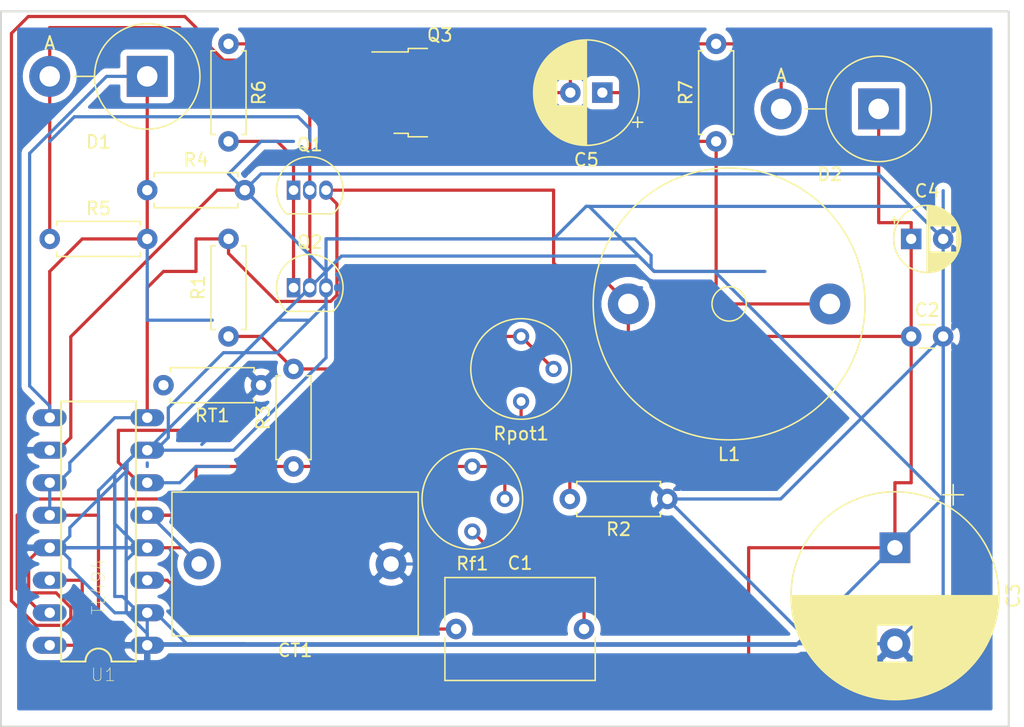
<source format=kicad_pcb>
(kicad_pcb (version 20171130) (host pcbnew "(5.1.4)-1")

  (general
    (thickness 1.6)
    (drawings 4)
    (tracks 254)
    (zones 0)
    (modules 23)
    (nets 20)
  )

  (page A4)
  (layers
    (0 F.Cu signal)
    (31 B.Cu signal)
    (32 B.Adhes user)
    (33 F.Adhes user)
    (34 B.Paste user)
    (35 F.Paste user)
    (36 B.SilkS user)
    (37 F.SilkS user)
    (38 B.Mask user)
    (39 F.Mask user)
    (40 Dwgs.User user)
    (41 Cmts.User user)
    (42 Eco1.User user)
    (43 Eco2.User user)
    (44 Edge.Cuts user)
    (45 Margin user)
    (46 B.CrtYd user)
    (47 F.CrtYd user)
    (48 B.Fab user)
    (49 F.Fab user)
  )

  (setup
    (last_trace_width 1)
    (user_trace_width 1)
    (user_trace_width 2)
    (trace_clearance 0.2)
    (zone_clearance 0.508)
    (zone_45_only no)
    (trace_min 0.2)
    (via_size 0.8)
    (via_drill 0.4)
    (via_min_size 0.4)
    (via_min_drill 0.3)
    (uvia_size 0.3)
    (uvia_drill 0.1)
    (uvias_allowed no)
    (uvia_min_size 0.2)
    (uvia_min_drill 0.1)
    (edge_width 0.15)
    (segment_width 0.2)
    (pcb_text_width 0.3)
    (pcb_text_size 1.5 1.5)
    (mod_edge_width 0.15)
    (mod_text_size 1 1)
    (mod_text_width 0.15)
    (pad_size 1.6 1.6)
    (pad_drill 0.8)
    (pad_to_mask_clearance 0.051)
    (solder_mask_min_width 0.25)
    (aux_axis_origin 0 0)
    (visible_elements 7FFFFFFF)
    (pcbplotparams
      (layerselection 0x010f0_ffffffff)
      (usegerberextensions true)
      (usegerberattributes false)
      (usegerberadvancedattributes false)
      (creategerberjobfile false)
      (excludeedgelayer true)
      (linewidth 0.100000)
      (plotframeref false)
      (viasonmask false)
      (mode 1)
      (useauxorigin false)
      (hpglpennumber 1)
      (hpglpenspeed 20)
      (hpglpendiameter 15.000000)
      (psnegative false)
      (psa4output false)
      (plotreference true)
      (plotvalue true)
      (plotinvisibletext false)
      (padsonsilk false)
      (subtractmaskfromsilk false)
      (outputformat 1)
      (mirror false)
      (drillshape 0)
      (scaleselection 1)
      (outputdirectory "/gerber"))
  )

  (net 0 "")
  (net 1 "Net-(U1-Pad14)")
  (net 2 "Net-(R3-Pad1)")
  (net 3 GND)
  (net 4 "Net-(C2-Pad1)")
  (net 5 "Net-(D1-Pad1)")
  (net 6 "Net-(CT1-Pad1)")
  (net 7 "Net-(RT1-Pad1)")
  (net 8 "Net-(C1-Pad1)")
  (net 9 "Net-(C5-Pad2)")
  (net 10 "Net-(C5-Pad1)")
  (net 11 "Net-(Q3-Pad1)")
  (net 12 "Net-(Q1-Pad1)")
  (net 13 "Net-(D1-Pad2)")
  (net 14 "Net-(R1-Pad1)")
  (net 15 "Net-(R2-Pad2)")
  (net 16 "Net-(C1-Pad2)")
  (net 17 "Net-(CT1-Pad2)")
  (net 18 "Net-(RT1-Pad2)")
  (net 19 "Net-(C2-Pad2)")

  (net_class Default "This is the default net class."
    (clearance 0.2)
    (trace_width 0.25)
    (via_dia 0.8)
    (via_drill 0.4)
    (uvia_dia 0.3)
    (uvia_drill 0.1)
    (add_net GND)
    (add_net "Net-(C1-Pad1)")
    (add_net "Net-(C1-Pad2)")
    (add_net "Net-(C2-Pad1)")
    (add_net "Net-(C2-Pad2)")
    (add_net "Net-(C5-Pad1)")
    (add_net "Net-(C5-Pad2)")
    (add_net "Net-(CT1-Pad1)")
    (add_net "Net-(CT1-Pad2)")
    (add_net "Net-(D1-Pad1)")
    (add_net "Net-(D1-Pad2)")
    (add_net "Net-(Q1-Pad1)")
    (add_net "Net-(Q3-Pad1)")
    (add_net "Net-(R1-Pad1)")
    (add_net "Net-(R2-Pad2)")
    (add_net "Net-(R3-Pad1)")
    (add_net "Net-(RT1-Pad1)")
    (add_net "Net-(RT1-Pad2)")
    (add_net "Net-(U1-Pad14)")
  )

  (module Capacitor_THT:C_Rect_L19.0mm_W11.0mm_P15.00mm_MKS4 (layer F.Cu) (tedit 5AE50EF0) (tstamp 5D985ED8)
    (at 123.19 96.52 180)
    (descr "C, Rect series, Radial, pin pitch=15.00mm, , length*width=19*11mm^2, Capacitor, http://www.wima.com/EN/WIMA_MKS_4.pdf")
    (tags "C Rect series Radial pin pitch 15.00mm  length 19mm width 11mm Capacitor")
    (path /5D811566)
    (fp_text reference CT1 (at 7.5 -6.75 180) (layer F.SilkS)
      (effects (font (size 1 1) (thickness 0.15)))
    )
    (fp_text value 10nF (at 7.5 6.75 180) (layer F.Fab)
      (effects (font (size 1 1) (thickness 0.15)))
    )
    (fp_line (start -2 -5.5) (end -2 5.5) (layer F.Fab) (width 0.1))
    (fp_line (start -2 5.5) (end 17 5.5) (layer F.Fab) (width 0.1))
    (fp_line (start 17 5.5) (end 17 -5.5) (layer F.Fab) (width 0.1))
    (fp_line (start 17 -5.5) (end -2 -5.5) (layer F.Fab) (width 0.1))
    (fp_line (start -2.12 -5.62) (end 17.12 -5.62) (layer F.SilkS) (width 0.12))
    (fp_line (start -2.12 5.62) (end 17.12 5.62) (layer F.SilkS) (width 0.12))
    (fp_line (start -2.12 -5.62) (end -2.12 5.62) (layer F.SilkS) (width 0.12))
    (fp_line (start 17.12 -5.62) (end 17.12 5.62) (layer F.SilkS) (width 0.12))
    (fp_line (start -2.25 -5.75) (end -2.25 5.75) (layer F.CrtYd) (width 0.05))
    (fp_line (start -2.25 5.75) (end 17.25 5.75) (layer F.CrtYd) (width 0.05))
    (fp_line (start 17.25 5.75) (end 17.25 -5.75) (layer F.CrtYd) (width 0.05))
    (fp_line (start 17.25 -5.75) (end -2.25 -5.75) (layer F.CrtYd) (width 0.05))
    (fp_text user %R (at 7.5 0 180) (layer F.Fab)
      (effects (font (size 1 1) (thickness 0.15)))
    )
    (pad 1 thru_hole circle (at 0 0 180) (size 2.4 2.4) (drill 1.2) (layers *.Cu *.Mask)
      (net 19 "Net-(C2-Pad2)"))
    (pad 2 thru_hole circle (at 15 0 180) (size 2.4 2.4) (drill 1.2) (layers *.Cu *.Mask)
      (net 17 "Net-(CT1-Pad2)"))
    (model ${KISYS3DMOD}/Capacitor_THT.3dshapes/C_Rect_L19.0mm_W11.0mm_P15.00mm_MKS4.wrl
      (at (xyz 0 0 0))
      (scale (xyz 1 1 1))
      (rotate (xyz 0 0 0))
    )
  )

  (module Resistor_THT:R_Axial_DIN0207_L6.3mm_D2.5mm_P7.62mm_Horizontal (layer F.Cu) (tedit 5AE5139B) (tstamp 5D985F42)
    (at 110.49 55.88 270)
    (descr "Resistor, Axial_DIN0207 series, Axial, Horizontal, pin pitch=7.62mm, 0.25W = 1/4W, length*diameter=6.3*2.5mm^2, http://cdn-reichelt.de/documents/datenblatt/B400/1_4W%23YAG.pdf")
    (tags "Resistor Axial_DIN0207 series Axial Horizontal pin pitch 7.62mm 0.25W = 1/4W length 6.3mm diameter 2.5mm")
    (path /5D82B276)
    (fp_text reference R6 (at 3.81 -2.37 270) (layer F.SilkS)
      (effects (font (size 1 1) (thickness 0.15)))
    )
    (fp_text value 15 (at 3.81 2.37 270) (layer F.Fab)
      (effects (font (size 1 1) (thickness 0.15)))
    )
    (fp_line (start 0.66 -1.25) (end 0.66 1.25) (layer F.Fab) (width 0.1))
    (fp_line (start 0.66 1.25) (end 6.96 1.25) (layer F.Fab) (width 0.1))
    (fp_line (start 6.96 1.25) (end 6.96 -1.25) (layer F.Fab) (width 0.1))
    (fp_line (start 6.96 -1.25) (end 0.66 -1.25) (layer F.Fab) (width 0.1))
    (fp_line (start 0 0) (end 0.66 0) (layer F.Fab) (width 0.1))
    (fp_line (start 7.62 0) (end 6.96 0) (layer F.Fab) (width 0.1))
    (fp_line (start 0.54 -1.04) (end 0.54 -1.37) (layer F.SilkS) (width 0.12))
    (fp_line (start 0.54 -1.37) (end 7.08 -1.37) (layer F.SilkS) (width 0.12))
    (fp_line (start 7.08 -1.37) (end 7.08 -1.04) (layer F.SilkS) (width 0.12))
    (fp_line (start 0.54 1.04) (end 0.54 1.37) (layer F.SilkS) (width 0.12))
    (fp_line (start 0.54 1.37) (end 7.08 1.37) (layer F.SilkS) (width 0.12))
    (fp_line (start 7.08 1.37) (end 7.08 1.04) (layer F.SilkS) (width 0.12))
    (fp_line (start -1.05 -1.5) (end -1.05 1.5) (layer F.CrtYd) (width 0.05))
    (fp_line (start -1.05 1.5) (end 8.67 1.5) (layer F.CrtYd) (width 0.05))
    (fp_line (start 8.67 1.5) (end 8.67 -1.5) (layer F.CrtYd) (width 0.05))
    (fp_line (start 8.67 -1.5) (end -1.05 -1.5) (layer F.CrtYd) (width 0.05))
    (fp_text user %R (at 3.81 0 270) (layer F.Fab)
      (effects (font (size 1 1) (thickness 0.15)))
    )
    (pad 1 thru_hole circle (at 0 0 270) (size 1.6 1.6) (drill 0.8) (layers *.Cu *.Mask)
      (net 11 "Net-(Q3-Pad1)"))
    (pad 2 thru_hole oval (at 7.62 0 270) (size 1.6 1.6) (drill 0.8) (layers *.Cu *.Mask)
      (net 12 "Net-(Q1-Pad1)"))
    (model ${KISYS3DMOD}/Resistor_THT.3dshapes/R_Axial_DIN0207_L6.3mm_D2.5mm_P7.62mm_Horizontal.wrl
      (at (xyz 0 0 0))
      (scale (xyz 1 1 1))
      (rotate (xyz 0 0 0))
    )
  )

  (module TL494_:DIL16 (layer F.Cu) (tedit 0) (tstamp 5D985D05)
    (at 100.33 93.98 90)
    (descr "<b>Dual In Line Package</b>")
    (path /5D992892)
    (fp_text reference U1 (at -11.196 0.38168 -180) (layer F.SilkS)
      (effects (font (size 1.0018 1.0018) (thickness 0.05)))
    )
    (fp_text value TL494 (at -4.3253 0.000002 90) (layer F.SilkS)
      (effects (font (size 1.00169 1.00169) (thickness 0.05)))
    )
    (fp_line (start 10.16 -2.921) (end -10.16 -2.921) (layer F.SilkS) (width 0.1524))
    (fp_line (start -10.16 2.921) (end 10.16 2.921) (layer F.SilkS) (width 0.1524))
    (fp_line (start 10.16 -2.921) (end 10.16 2.921) (layer F.SilkS) (width 0.1524))
    (fp_line (start -10.16 -2.921) (end -10.16 -1.016) (layer F.SilkS) (width 0.1524))
    (fp_line (start -10.16 2.921) (end -10.16 1.016) (layer F.SilkS) (width 0.1524))
    (fp_arc (start -10.16 0) (end -10.16 1.016) (angle -180) (layer F.SilkS) (width 0.1524))
    (pad 1 thru_hole oval (at -8.89 3.81 180) (size 2.6416 1.3208) (drill 0.8128) (layers *.Cu *.Mask)
      (net 19 "Net-(C2-Pad2)"))
    (pad 2 thru_hole oval (at -6.35 3.81 180) (size 2.6416 1.3208) (drill 0.8128) (layers *.Cu *.Mask)
      (net 19 "Net-(C2-Pad2)"))
    (pad 7 thru_hole oval (at 6.35 3.81 180) (size 2.6416 1.3208) (drill 0.8128) (layers *.Cu *.Mask)
      (net 19 "Net-(C2-Pad2)"))
    (pad 8 thru_hole oval (at 8.89 3.81 180) (size 2.6416 1.3208) (drill 0.8128) (layers *.Cu *.Mask)
      (net 4 "Net-(C2-Pad1)"))
    (pad 3 thru_hole oval (at -3.81 3.81 180) (size 2.6416 1.3208) (drill 0.8128) (layers *.Cu *.Mask)
      (net 8 "Net-(C1-Pad1)"))
    (pad 4 thru_hole oval (at -1.27 3.81 180) (size 2.6416 1.3208) (drill 0.8128) (layers *.Cu *.Mask)
      (net 19 "Net-(C2-Pad2)"))
    (pad 6 thru_hole oval (at 3.81 3.81 180) (size 2.6416 1.3208) (drill 0.8128) (layers *.Cu *.Mask)
      (net 18 "Net-(RT1-Pad2)"))
    (pad 5 thru_hole oval (at 1.27 3.81 180) (size 2.6416 1.3208) (drill 0.8128) (layers *.Cu *.Mask)
      (net 17 "Net-(CT1-Pad2)"))
    (pad 9 thru_hole oval (at 8.89 -3.81 180) (size 2.6416 1.3208) (drill 0.8128) (layers *.Cu *.Mask)
      (net 5 "Net-(D1-Pad1)"))
    (pad 10 thru_hole oval (at 6.35 -3.81 180) (size 2.6416 1.3208) (drill 0.8128) (layers *.Cu *.Mask)
      (net 19 "Net-(C2-Pad2)"))
    (pad 11 thru_hole oval (at 3.81 -3.81 180) (size 2.6416 1.3208) (drill 0.8128) (layers *.Cu *.Mask)
      (net 4 "Net-(C2-Pad1)"))
    (pad 12 thru_hole oval (at 1.27 -3.81 180) (size 2.6416 1.3208) (drill 0.8128) (layers *.Cu *.Mask)
      (net 4 "Net-(C2-Pad1)"))
    (pad 13 thru_hole oval (at -1.27 -3.81 180) (size 2.6416 1.3208) (drill 0.8128) (layers *.Cu *.Mask)
      (net 19 "Net-(C2-Pad2)"))
    (pad 14 thru_hole oval (at -3.81 -3.81 180) (size 2.6416 1.3208) (drill 0.8128) (layers *.Cu *.Mask)
      (net 1 "Net-(U1-Pad14)"))
    (pad 15 thru_hole oval (at -6.35 -3.81 180) (size 2.6416 1.3208) (drill 0.8128) (layers *.Cu *.Mask)
      (net 2 "Net-(R3-Pad1)"))
    (pad 16 thru_hole oval (at -8.89 -3.81 180) (size 2.6416 1.3208) (drill 0.8128) (layers *.Cu *.Mask)
      (net 1 "Net-(U1-Pad14)"))
  )

  (module Inductor_THT:L_Radial_D21.0mm_P15.75mm_Vishay_IHB-2 (layer F.Cu) (tedit 5AE59B06) (tstamp 5D985CE7)
    (at 157.48 76.2 180)
    (descr "Inductor, Radial series, Radial, pin pitch=15.75mm, , diameter=21mm, Vishay, IHB-2, http://www.vishay.com/docs/34015/ihb.pdf")
    (tags "Inductor Radial series Radial pin pitch 15.75mm  diameter 21mm Vishay IHB-2")
    (path /5D80E15F)
    (fp_text reference L1 (at 7.875 -11.75 180) (layer F.SilkS)
      (effects (font (size 1 1) (thickness 0.15)))
    )
    (fp_text value 80uH (at 7.875 11.75 180) (layer F.Fab)
      (effects (font (size 1 1) (thickness 0.15)))
    )
    (fp_text user %R (at 7.875 0 180) (layer F.Fab)
      (effects (font (size 1 1) (thickness 0.15)))
    )
    (fp_line (start 18.63 -10.75) (end -2.88 -10.75) (layer F.CrtYd) (width 0.05))
    (fp_line (start 18.63 10.75) (end 18.63 -10.75) (layer F.CrtYd) (width 0.05))
    (fp_line (start -2.88 10.75) (end 18.63 10.75) (layer F.CrtYd) (width 0.05))
    (fp_line (start -2.88 -10.75) (end -2.88 10.75) (layer F.CrtYd) (width 0.05))
    (fp_circle (center 7.875 0) (end 9.215 0) (layer F.SilkS) (width 0.12))
    (fp_circle (center 7.875 0) (end 18.495 0) (layer F.SilkS) (width 0.12))
    (fp_circle (center 7.875 0) (end 9.335 0) (layer F.Fab) (width 0.1))
    (fp_circle (center 7.875 0) (end 18.375 0) (layer F.Fab) (width 0.1))
    (pad 2 thru_hole circle (at 15.75 0 180) (size 3.2 3.2) (drill 1.6) (layers *.Cu *.Mask)
      (net 4 "Net-(C2-Pad1)"))
    (pad 1 thru_hole circle (at 0 0 180) (size 3.2 3.2) (drill 1.6) (layers *.Cu *.Mask)
      (net 10 "Net-(C5-Pad1)"))
    (model ${KISYS3DMOD}/Inductor_THT.3dshapes/L_Radial_D21.0mm_P15.75mm_Vishay_IHB-2.wrl
      (at (xyz 0 0 0))
      (scale (xyz 1 1 1))
      (rotate (xyz 0 0 0))
    )
  )

  (module Resistor_THT:R_Axial_DIN0207_L6.3mm_D2.5mm_P7.62mm_Horizontal (layer F.Cu) (tedit 5D986522) (tstamp 5D985F00)
    (at 104.14 67.31)
    (descr "Resistor, Axial_DIN0207 series, Axial, Horizontal, pin pitch=7.62mm, 0.25W = 1/4W, length*diameter=6.3*2.5mm^2, http://cdn-reichelt.de/documents/datenblatt/B400/1_4W%23YAG.pdf")
    (tags "Resistor Axial_DIN0207 series Axial Horizontal pin pitch 7.62mm 0.25W = 1/4W length 6.3mm diameter 2.5mm")
    (path /5D81DE7D)
    (fp_text reference R4 (at 3.81 -2.37) (layer F.SilkS)
      (effects (font (size 1 1) (thickness 0.15)))
    )
    (fp_text value 8.33k (at 3.81 2.37) (layer F.Fab)
      (effects (font (size 1 1) (thickness 0.15)))
    )
    (fp_text user %R (at 3.81 0) (layer F.Fab)
      (effects (font (size 1 1) (thickness 0.15)))
    )
    (fp_line (start 8.67 -1.5) (end -1.05 -1.5) (layer F.CrtYd) (width 0.05))
    (fp_line (start 8.67 1.5) (end 8.67 -1.5) (layer F.CrtYd) (width 0.05))
    (fp_line (start -1.05 1.5) (end 8.67 1.5) (layer F.CrtYd) (width 0.05))
    (fp_line (start -1.05 -1.5) (end -1.05 1.5) (layer F.CrtYd) (width 0.05))
    (fp_line (start 7.08 1.37) (end 7.08 1.04) (layer F.SilkS) (width 0.12))
    (fp_line (start 0.54 1.37) (end 7.08 1.37) (layer F.SilkS) (width 0.12))
    (fp_line (start 0.54 1.04) (end 0.54 1.37) (layer F.SilkS) (width 0.12))
    (fp_line (start 7.08 -1.37) (end 7.08 -1.04) (layer F.SilkS) (width 0.12))
    (fp_line (start 0.54 -1.37) (end 7.08 -1.37) (layer F.SilkS) (width 0.12))
    (fp_line (start 0.54 -1.04) (end 0.54 -1.37) (layer F.SilkS) (width 0.12))
    (fp_line (start 7.62 0) (end 6.96 0) (layer F.Fab) (width 0.1))
    (fp_line (start 0 0) (end 0.66 0) (layer F.Fab) (width 0.1))
    (fp_line (start 6.96 -1.25) (end 0.66 -1.25) (layer F.Fab) (width 0.1))
    (fp_line (start 6.96 1.25) (end 6.96 -1.25) (layer F.Fab) (width 0.1))
    (fp_line (start 0.66 1.25) (end 6.96 1.25) (layer F.Fab) (width 0.1))
    (fp_line (start 0.66 -1.25) (end 0.66 1.25) (layer F.Fab) (width 0.1))
    (pad 2 thru_hole oval (at 7.62 0) (size 1.6 1.6) (drill 0.8) (layers *.Cu *.Mask)
      (net 19 "Net-(C2-Pad2)"))
    (pad 1 thru_hole circle (at 0 0) (size 1.6 1.6) (drill 0.8) (layers *.Cu *.Mask)
      (net 5 "Net-(D1-Pad1)"))
    (model ${KISYS3DMOD}/Resistor_THT.3dshapes/R_Axial_DIN0207_L6.3mm_D2.5mm_P7.62mm_Horizontal.wrl
      (at (xyz 0 0 0))
      (scale (xyz 1 1 1))
      (rotate (xyz 0 0 0))
    )
  )

  (module Resistor_THT:R_Axial_DIN0207_L6.3mm_D2.5mm_P7.62mm_Horizontal (layer F.Cu) (tedit 5AE5139B) (tstamp 5D985F6E)
    (at 110.49 78.74 90)
    (descr "Resistor, Axial_DIN0207 series, Axial, Horizontal, pin pitch=7.62mm, 0.25W = 1/4W, length*diameter=6.3*2.5mm^2, http://cdn-reichelt.de/documents/datenblatt/B400/1_4W%23YAG.pdf")
    (tags "Resistor Axial_DIN0207 series Axial Horizontal pin pitch 7.62mm 0.25W = 1/4W length 6.3mm diameter 2.5mm")
    (path /5D80ED5D)
    (fp_text reference R1 (at 3.81 -2.37 90) (layer F.SilkS)
      (effects (font (size 1 1) (thickness 0.15)))
    )
    (fp_text value 2k (at 3.81 2.37 90) (layer F.Fab)
      (effects (font (size 1 1) (thickness 0.15)))
    )
    (fp_line (start 0.66 -1.25) (end 0.66 1.25) (layer F.Fab) (width 0.1))
    (fp_line (start 0.66 1.25) (end 6.96 1.25) (layer F.Fab) (width 0.1))
    (fp_line (start 6.96 1.25) (end 6.96 -1.25) (layer F.Fab) (width 0.1))
    (fp_line (start 6.96 -1.25) (end 0.66 -1.25) (layer F.Fab) (width 0.1))
    (fp_line (start 0 0) (end 0.66 0) (layer F.Fab) (width 0.1))
    (fp_line (start 7.62 0) (end 6.96 0) (layer F.Fab) (width 0.1))
    (fp_line (start 0.54 -1.04) (end 0.54 -1.37) (layer F.SilkS) (width 0.12))
    (fp_line (start 0.54 -1.37) (end 7.08 -1.37) (layer F.SilkS) (width 0.12))
    (fp_line (start 7.08 -1.37) (end 7.08 -1.04) (layer F.SilkS) (width 0.12))
    (fp_line (start 0.54 1.04) (end 0.54 1.37) (layer F.SilkS) (width 0.12))
    (fp_line (start 0.54 1.37) (end 7.08 1.37) (layer F.SilkS) (width 0.12))
    (fp_line (start 7.08 1.37) (end 7.08 1.04) (layer F.SilkS) (width 0.12))
    (fp_line (start -1.05 -1.5) (end -1.05 1.5) (layer F.CrtYd) (width 0.05))
    (fp_line (start -1.05 1.5) (end 8.67 1.5) (layer F.CrtYd) (width 0.05))
    (fp_line (start 8.67 1.5) (end 8.67 -1.5) (layer F.CrtYd) (width 0.05))
    (fp_line (start 8.67 -1.5) (end -1.05 -1.5) (layer F.CrtYd) (width 0.05))
    (fp_text user %R (at 3.81 0 90) (layer F.Fab)
      (effects (font (size 1 1) (thickness 0.15)))
    )
    (pad 1 thru_hole circle (at 0 0 90) (size 1.6 1.6) (drill 0.8) (layers *.Cu *.Mask)
      (net 14 "Net-(R1-Pad1)"))
    (pad 2 thru_hole oval (at 7.62 0 90) (size 1.6 1.6) (drill 0.8) (layers *.Cu *.Mask)
      (net 4 "Net-(C2-Pad1)"))
    (model ${KISYS3DMOD}/Resistor_THT.3dshapes/R_Axial_DIN0207_L6.3mm_D2.5mm_P7.62mm_Horizontal.wrl
      (at (xyz 0 0 0))
      (scale (xyz 1 1 1))
      (rotate (xyz 0 0 0))
    )
  )

  (module Resistor_THT:R_Axial_DIN0207_L6.3mm_D2.5mm_P7.62mm_Horizontal (layer F.Cu) (tedit 5AE5139B) (tstamp 5D985F58)
    (at 113.03 82.55 180)
    (descr "Resistor, Axial_DIN0207 series, Axial, Horizontal, pin pitch=7.62mm, 0.25W = 1/4W, length*diameter=6.3*2.5mm^2, http://cdn-reichelt.de/documents/datenblatt/B400/1_4W%23YAG.pdf")
    (tags "Resistor Axial_DIN0207 series Axial Horizontal pin pitch 7.62mm 0.25W = 1/4W length 6.3mm diameter 2.5mm")
    (path /5D81155F)
    (fp_text reference RT1 (at 3.81 -2.37 180) (layer F.SilkS)
      (effects (font (size 1 1) (thickness 0.15)))
    )
    (fp_text value 1.375k (at 3.81 2.37 180) (layer F.Fab)
      (effects (font (size 1 1) (thickness 0.15)))
    )
    (fp_line (start 0.66 -1.25) (end 0.66 1.25) (layer F.Fab) (width 0.1))
    (fp_line (start 0.66 1.25) (end 6.96 1.25) (layer F.Fab) (width 0.1))
    (fp_line (start 6.96 1.25) (end 6.96 -1.25) (layer F.Fab) (width 0.1))
    (fp_line (start 6.96 -1.25) (end 0.66 -1.25) (layer F.Fab) (width 0.1))
    (fp_line (start 0 0) (end 0.66 0) (layer F.Fab) (width 0.1))
    (fp_line (start 7.62 0) (end 6.96 0) (layer F.Fab) (width 0.1))
    (fp_line (start 0.54 -1.04) (end 0.54 -1.37) (layer F.SilkS) (width 0.12))
    (fp_line (start 0.54 -1.37) (end 7.08 -1.37) (layer F.SilkS) (width 0.12))
    (fp_line (start 7.08 -1.37) (end 7.08 -1.04) (layer F.SilkS) (width 0.12))
    (fp_line (start 0.54 1.04) (end 0.54 1.37) (layer F.SilkS) (width 0.12))
    (fp_line (start 0.54 1.37) (end 7.08 1.37) (layer F.SilkS) (width 0.12))
    (fp_line (start 7.08 1.37) (end 7.08 1.04) (layer F.SilkS) (width 0.12))
    (fp_line (start -1.05 -1.5) (end -1.05 1.5) (layer F.CrtYd) (width 0.05))
    (fp_line (start -1.05 1.5) (end 8.67 1.5) (layer F.CrtYd) (width 0.05))
    (fp_line (start 8.67 1.5) (end 8.67 -1.5) (layer F.CrtYd) (width 0.05))
    (fp_line (start 8.67 -1.5) (end -1.05 -1.5) (layer F.CrtYd) (width 0.05))
    (fp_text user %R (at 3.81 0) (layer F.Fab)
      (effects (font (size 1 1) (thickness 0.15)))
    )
    (pad 1 thru_hole circle (at 0 0 180) (size 1.6 1.6) (drill 0.8) (layers *.Cu *.Mask)
      (net 19 "Net-(C2-Pad2)"))
    (pad 2 thru_hole oval (at 7.62 0 180) (size 1.6 1.6) (drill 0.8) (layers *.Cu *.Mask)
      (net 18 "Net-(RT1-Pad2)"))
    (model ${KISYS3DMOD}/Resistor_THT.3dshapes/R_Axial_DIN0207_L6.3mm_D2.5mm_P7.62mm_Horizontal.wrl
      (at (xyz 0 0 0))
      (scale (xyz 1 1 1))
      (rotate (xyz 0 0 0))
    )
  )

  (module Resistor_THT:R_Axial_DIN0207_L6.3mm_D2.5mm_P7.62mm_Horizontal (layer F.Cu) (tedit 5AE5139B) (tstamp 5D985F2C)
    (at 148.59 63.5 90)
    (descr "Resistor, Axial_DIN0207 series, Axial, Horizontal, pin pitch=7.62mm, 0.25W = 1/4W, length*diameter=6.3*2.5mm^2, http://cdn-reichelt.de/documents/datenblatt/B400/1_4W%23YAG.pdf")
    (tags "Resistor Axial_DIN0207 series Axial Horizontal pin pitch 7.62mm 0.25W = 1/4W length 6.3mm diameter 2.5mm")
    (path /5D837E2E)
    (fp_text reference R7 (at 3.81 -2.37 90) (layer F.SilkS)
      (effects (font (size 1 1) (thickness 0.15)))
    )
    (fp_text value 5 (at 3.81 2.37 90) (layer F.Fab)
      (effects (font (size 1 1) (thickness 0.15)))
    )
    (fp_text user %R (at 3.81 0 90) (layer F.Fab)
      (effects (font (size 1 1) (thickness 0.15)))
    )
    (fp_line (start 8.67 -1.5) (end -1.05 -1.5) (layer F.CrtYd) (width 0.05))
    (fp_line (start 8.67 1.5) (end 8.67 -1.5) (layer F.CrtYd) (width 0.05))
    (fp_line (start -1.05 1.5) (end 8.67 1.5) (layer F.CrtYd) (width 0.05))
    (fp_line (start -1.05 -1.5) (end -1.05 1.5) (layer F.CrtYd) (width 0.05))
    (fp_line (start 7.08 1.37) (end 7.08 1.04) (layer F.SilkS) (width 0.12))
    (fp_line (start 0.54 1.37) (end 7.08 1.37) (layer F.SilkS) (width 0.12))
    (fp_line (start 0.54 1.04) (end 0.54 1.37) (layer F.SilkS) (width 0.12))
    (fp_line (start 7.08 -1.37) (end 7.08 -1.04) (layer F.SilkS) (width 0.12))
    (fp_line (start 0.54 -1.37) (end 7.08 -1.37) (layer F.SilkS) (width 0.12))
    (fp_line (start 0.54 -1.04) (end 0.54 -1.37) (layer F.SilkS) (width 0.12))
    (fp_line (start 7.62 0) (end 6.96 0) (layer F.Fab) (width 0.1))
    (fp_line (start 0 0) (end 0.66 0) (layer F.Fab) (width 0.1))
    (fp_line (start 6.96 -1.25) (end 0.66 -1.25) (layer F.Fab) (width 0.1))
    (fp_line (start 6.96 1.25) (end 6.96 -1.25) (layer F.Fab) (width 0.1))
    (fp_line (start 0.66 1.25) (end 6.96 1.25) (layer F.Fab) (width 0.1))
    (fp_line (start 0.66 -1.25) (end 0.66 1.25) (layer F.Fab) (width 0.1))
    (pad 2 thru_hole oval (at 7.62 0 90) (size 1.6 1.6) (drill 0.8) (layers *.Cu *.Mask)
      (net 9 "Net-(C5-Pad2)"))
    (pad 1 thru_hole circle (at 0 0 90) (size 1.6 1.6) (drill 0.8) (layers *.Cu *.Mask)
      (net 10 "Net-(C5-Pad1)"))
    (model ${KISYS3DMOD}/Resistor_THT.3dshapes/R_Axial_DIN0207_L6.3mm_D2.5mm_P7.62mm_Horizontal.wrl
      (at (xyz 0 0 0))
      (scale (xyz 1 1 1))
      (rotate (xyz 0 0 0))
    )
  )

  (module Resistor_THT:R_Axial_DIN0207_L6.3mm_D2.5mm_P7.62mm_Horizontal (layer F.Cu) (tedit 5D988800) (tstamp 5D985F16)
    (at 96.52 71.12)
    (descr "Resistor, Axial_DIN0207 series, Axial, Horizontal, pin pitch=7.62mm, 0.25W = 1/4W, length*diameter=6.3*2.5mm^2, http://cdn-reichelt.de/documents/datenblatt/B400/1_4W%23YAG.pdf")
    (tags "Resistor Axial_DIN0207 series Axial Horizontal pin pitch 7.62mm 0.25W = 1/4W length 6.3mm diameter 2.5mm")
    (path /5D81D4BD)
    (fp_text reference R5 (at 3.81 -2.37) (layer F.SilkS)
      (effects (font (size 1 1) (thickness 0.15)))
    )
    (fp_text value 1.415k (at 3.81 2.37) (layer F.Fab)
      (effects (font (size 1 1) (thickness 0.15)))
    )
    (fp_line (start 0.66 -1.25) (end 0.66 1.25) (layer F.Fab) (width 0.1))
    (fp_line (start 0.66 1.25) (end 6.96 1.25) (layer F.Fab) (width 0.1))
    (fp_line (start 6.96 1.25) (end 6.96 -1.25) (layer F.Fab) (width 0.1))
    (fp_line (start 6.96 -1.25) (end 0.66 -1.25) (layer F.Fab) (width 0.1))
    (fp_line (start 0 0) (end 0.66 0) (layer F.Fab) (width 0.1))
    (fp_line (start 7.62 0) (end 6.96 0) (layer F.Fab) (width 0.1))
    (fp_line (start 0.54 -1.04) (end 0.54 -1.37) (layer F.SilkS) (width 0.12))
    (fp_line (start 0.54 -1.37) (end 7.08 -1.37) (layer F.SilkS) (width 0.12))
    (fp_line (start 7.08 -1.37) (end 7.08 -1.04) (layer F.SilkS) (width 0.12))
    (fp_line (start 0.54 1.04) (end 0.54 1.37) (layer F.SilkS) (width 0.12))
    (fp_line (start 0.54 1.37) (end 7.08 1.37) (layer F.SilkS) (width 0.12))
    (fp_line (start 7.08 1.37) (end 7.08 1.04) (layer F.SilkS) (width 0.12))
    (fp_line (start -1.05 -1.5) (end -1.05 1.5) (layer F.CrtYd) (width 0.05))
    (fp_line (start -1.05 1.5) (end 8.67 1.5) (layer F.CrtYd) (width 0.05))
    (fp_line (start 8.67 1.5) (end 8.67 -1.5) (layer F.CrtYd) (width 0.05))
    (fp_line (start 8.67 -1.5) (end -1.05 -1.5) (layer F.CrtYd) (width 0.05))
    (fp_text user %R (at 3.81 0) (layer F.Fab)
      (effects (font (size 1 1) (thickness 0.15)))
    )
    (pad 1 thru_hole circle (at 0 0) (size 1.6 1.6) (drill 0.8) (layers *.Cu *.Mask)
      (net 13 "Net-(D1-Pad2)"))
    (pad 2 thru_hole oval (at 7.62 0) (size 1.6 1.6) (drill 0.8) (layers *.Cu *.Mask)
      (net 5 "Net-(D1-Pad1)"))
    (model ${KISYS3DMOD}/Resistor_THT.3dshapes/R_Axial_DIN0207_L6.3mm_D2.5mm_P7.62mm_Horizontal.wrl
      (at (xyz 0 0 0))
      (scale (xyz 1 1 1))
      (rotate (xyz 0 0 0))
    )
  )

  (module Resistor_THT:R_Axial_DIN0207_L6.3mm_D2.5mm_P7.62mm_Horizontal (layer F.Cu) (tedit 5AE5139B) (tstamp 5D985EEA)
    (at 115.57 88.9 90)
    (descr "Resistor, Axial_DIN0207 series, Axial, Horizontal, pin pitch=7.62mm, 0.25W = 1/4W, length*diameter=6.3*2.5mm^2, http://cdn-reichelt.de/documents/datenblatt/B400/1_4W%23YAG.pdf")
    (tags "Resistor Axial_DIN0207 series Axial Horizontal pin pitch 7.62mm 0.25W = 1/4W length 6.3mm diameter 2.5mm")
    (path /5D80EC5F)
    (fp_text reference R3 (at 3.81 -2.37 90) (layer F.SilkS)
      (effects (font (size 1 1) (thickness 0.15)))
    )
    (fp_text value 100k (at 3.81 2.37 90) (layer F.Fab)
      (effects (font (size 1 1) (thickness 0.15)))
    )
    (fp_text user %R (at 3.81 0 90) (layer F.Fab)
      (effects (font (size 1 1) (thickness 0.15)))
    )
    (fp_line (start 8.67 -1.5) (end -1.05 -1.5) (layer F.CrtYd) (width 0.05))
    (fp_line (start 8.67 1.5) (end 8.67 -1.5) (layer F.CrtYd) (width 0.05))
    (fp_line (start -1.05 1.5) (end 8.67 1.5) (layer F.CrtYd) (width 0.05))
    (fp_line (start -1.05 -1.5) (end -1.05 1.5) (layer F.CrtYd) (width 0.05))
    (fp_line (start 7.08 1.37) (end 7.08 1.04) (layer F.SilkS) (width 0.12))
    (fp_line (start 0.54 1.37) (end 7.08 1.37) (layer F.SilkS) (width 0.12))
    (fp_line (start 0.54 1.04) (end 0.54 1.37) (layer F.SilkS) (width 0.12))
    (fp_line (start 7.08 -1.37) (end 7.08 -1.04) (layer F.SilkS) (width 0.12))
    (fp_line (start 0.54 -1.37) (end 7.08 -1.37) (layer F.SilkS) (width 0.12))
    (fp_line (start 0.54 -1.04) (end 0.54 -1.37) (layer F.SilkS) (width 0.12))
    (fp_line (start 7.62 0) (end 6.96 0) (layer F.Fab) (width 0.1))
    (fp_line (start 0 0) (end 0.66 0) (layer F.Fab) (width 0.1))
    (fp_line (start 6.96 -1.25) (end 0.66 -1.25) (layer F.Fab) (width 0.1))
    (fp_line (start 6.96 1.25) (end 6.96 -1.25) (layer F.Fab) (width 0.1))
    (fp_line (start 0.66 1.25) (end 6.96 1.25) (layer F.Fab) (width 0.1))
    (fp_line (start 0.66 -1.25) (end 0.66 1.25) (layer F.Fab) (width 0.1))
    (pad 2 thru_hole oval (at 7.62 0 90) (size 1.6 1.6) (drill 0.8) (layers *.Cu *.Mask)
      (net 14 "Net-(R1-Pad1)"))
    (pad 1 thru_hole circle (at 0 0 90) (size 1.6 1.6) (drill 0.8) (layers *.Cu *.Mask)
      (net 2 "Net-(R3-Pad1)"))
    (model ${KISYS3DMOD}/Resistor_THT.3dshapes/R_Axial_DIN0207_L6.3mm_D2.5mm_P7.62mm_Horizontal.wrl
      (at (xyz 0 0 0))
      (scale (xyz 1 1 1))
      (rotate (xyz 0 0 0))
    )
  )

  (module Resistor_THT:R_Axial_DIN0207_L6.3mm_D2.5mm_P7.62mm_Horizontal (layer F.Cu) (tedit 5AE5139B) (tstamp 5D985EC2)
    (at 144.78 91.44 180)
    (descr "Resistor, Axial_DIN0207 series, Axial, Horizontal, pin pitch=7.62mm, 0.25W = 1/4W, length*diameter=6.3*2.5mm^2, http://cdn-reichelt.de/documents/datenblatt/B400/1_4W%23YAG.pdf")
    (tags "Resistor Axial_DIN0207 series Axial Horizontal pin pitch 7.62mm 0.25W = 1/4W length 6.3mm diameter 2.5mm")
    (path /5D95055A)
    (fp_text reference R2 (at 3.81 -2.37 180) (layer F.SilkS)
      (effects (font (size 1 1) (thickness 0.15)))
    )
    (fp_text value 800 (at 3.81 2.37 180) (layer F.Fab)
      (effects (font (size 1 1) (thickness 0.15)))
    )
    (fp_line (start 0.66 -1.25) (end 0.66 1.25) (layer F.Fab) (width 0.1))
    (fp_line (start 0.66 1.25) (end 6.96 1.25) (layer F.Fab) (width 0.1))
    (fp_line (start 6.96 1.25) (end 6.96 -1.25) (layer F.Fab) (width 0.1))
    (fp_line (start 6.96 -1.25) (end 0.66 -1.25) (layer F.Fab) (width 0.1))
    (fp_line (start 0 0) (end 0.66 0) (layer F.Fab) (width 0.1))
    (fp_line (start 7.62 0) (end 6.96 0) (layer F.Fab) (width 0.1))
    (fp_line (start 0.54 -1.04) (end 0.54 -1.37) (layer F.SilkS) (width 0.12))
    (fp_line (start 0.54 -1.37) (end 7.08 -1.37) (layer F.SilkS) (width 0.12))
    (fp_line (start 7.08 -1.37) (end 7.08 -1.04) (layer F.SilkS) (width 0.12))
    (fp_line (start 0.54 1.04) (end 0.54 1.37) (layer F.SilkS) (width 0.12))
    (fp_line (start 0.54 1.37) (end 7.08 1.37) (layer F.SilkS) (width 0.12))
    (fp_line (start 7.08 1.37) (end 7.08 1.04) (layer F.SilkS) (width 0.12))
    (fp_line (start -1.05 -1.5) (end -1.05 1.5) (layer F.CrtYd) (width 0.05))
    (fp_line (start -1.05 1.5) (end 8.67 1.5) (layer F.CrtYd) (width 0.05))
    (fp_line (start 8.67 1.5) (end 8.67 -1.5) (layer F.CrtYd) (width 0.05))
    (fp_line (start 8.67 -1.5) (end -1.05 -1.5) (layer F.CrtYd) (width 0.05))
    (fp_text user %R (at 3.81 0 180) (layer F.Fab)
      (effects (font (size 1 1) (thickness 0.15)))
    )
    (pad 1 thru_hole circle (at 0 0 180) (size 1.6 1.6) (drill 0.8) (layers *.Cu *.Mask)
      (net 19 "Net-(C2-Pad2)"))
    (pad 2 thru_hole oval (at 7.62 0 180) (size 1.6 1.6) (drill 0.8) (layers *.Cu *.Mask)
      (net 15 "Net-(R2-Pad2)"))
    (model ${KISYS3DMOD}/Resistor_THT.3dshapes/R_Axial_DIN0207_L6.3mm_D2.5mm_P7.62mm_Horizontal.wrl
      (at (xyz 0 0 0))
      (scale (xyz 1 1 1))
      (rotate (xyz 0 0 0))
    )
  )

  (module Package_TO_SOT_SMD:TO-252-2 (layer F.Cu) (tedit 5A70A390) (tstamp 5D985E9F)
    (at 127 59.69)
    (descr "TO-252 / DPAK SMD package, http://www.infineon.com/cms/en/product/packages/PG-TO252/PG-TO252-3-1/")
    (tags "DPAK TO-252 DPAK-3 TO-252-3 SOT-428")
    (path /5D80DBEE)
    (attr smd)
    (fp_text reference Q3 (at 0 -4.5) (layer F.SilkS)
      (effects (font (size 1 1) (thickness 0.15)))
    )
    (fp_text value IPP034N03L (at 0 4.5) (layer F.Fab)
      (effects (font (size 1 1) (thickness 0.15)))
    )
    (fp_line (start 3.95 -2.7) (end 4.95 -2.7) (layer F.Fab) (width 0.1))
    (fp_line (start 4.95 -2.7) (end 4.95 2.7) (layer F.Fab) (width 0.1))
    (fp_line (start 4.95 2.7) (end 3.95 2.7) (layer F.Fab) (width 0.1))
    (fp_line (start 3.95 -3.25) (end 3.95 3.25) (layer F.Fab) (width 0.1))
    (fp_line (start 3.95 3.25) (end -2.27 3.25) (layer F.Fab) (width 0.1))
    (fp_line (start -2.27 3.25) (end -2.27 -2.25) (layer F.Fab) (width 0.1))
    (fp_line (start -2.27 -2.25) (end -1.27 -3.25) (layer F.Fab) (width 0.1))
    (fp_line (start -1.27 -3.25) (end 3.95 -3.25) (layer F.Fab) (width 0.1))
    (fp_line (start -1.865 -2.655) (end -4.97 -2.655) (layer F.Fab) (width 0.1))
    (fp_line (start -4.97 -2.655) (end -4.97 -1.905) (layer F.Fab) (width 0.1))
    (fp_line (start -4.97 -1.905) (end -2.27 -1.905) (layer F.Fab) (width 0.1))
    (fp_line (start -2.27 1.905) (end -4.97 1.905) (layer F.Fab) (width 0.1))
    (fp_line (start -4.97 1.905) (end -4.97 2.655) (layer F.Fab) (width 0.1))
    (fp_line (start -4.97 2.655) (end -2.27 2.655) (layer F.Fab) (width 0.1))
    (fp_line (start -0.97 -3.45) (end -2.47 -3.45) (layer F.SilkS) (width 0.12))
    (fp_line (start -2.47 -3.45) (end -2.47 -3.18) (layer F.SilkS) (width 0.12))
    (fp_line (start -2.47 -3.18) (end -5.3 -3.18) (layer F.SilkS) (width 0.12))
    (fp_line (start -0.97 3.45) (end -2.47 3.45) (layer F.SilkS) (width 0.12))
    (fp_line (start -2.47 3.45) (end -2.47 3.18) (layer F.SilkS) (width 0.12))
    (fp_line (start -2.47 3.18) (end -3.57 3.18) (layer F.SilkS) (width 0.12))
    (fp_line (start -5.55 -3.5) (end -5.55 3.5) (layer F.CrtYd) (width 0.05))
    (fp_line (start -5.55 3.5) (end 5.55 3.5) (layer F.CrtYd) (width 0.05))
    (fp_line (start 5.55 3.5) (end 5.55 -3.5) (layer F.CrtYd) (width 0.05))
    (fp_line (start 5.55 -3.5) (end -5.55 -3.5) (layer F.CrtYd) (width 0.05))
    (fp_text user %R (at 0 0) (layer F.Fab)
      (effects (font (size 1 1) (thickness 0.15)))
    )
    (pad 1 smd rect (at -4.2 -2.28) (size 2.2 1.2) (layers F.Cu F.Paste F.Mask)
      (net 11 "Net-(Q3-Pad1)"))
    (pad 3 smd rect (at -4.2 2.28) (size 2.2 1.2) (layers F.Cu F.Paste F.Mask)
      (net 19 "Net-(C2-Pad2)"))
    (pad 2 smd rect (at 2.1 0) (size 6.4 5.8) (layers F.Cu F.Mask)
      (net 9 "Net-(C5-Pad2)"))
    (pad "" smd rect (at 3.775 1.525) (size 3.05 2.75) (layers F.Paste))
    (pad "" smd rect (at 0.425 -1.525) (size 3.05 2.75) (layers F.Paste))
    (pad "" smd rect (at 3.775 -1.525) (size 3.05 2.75) (layers F.Paste))
    (pad "" smd rect (at 0.425 1.525) (size 3.05 2.75) (layers F.Paste))
    (model ${KISYS3DMOD}/Package_TO_SOT_SMD.3dshapes/TO-252-2.wrl
      (at (xyz 0 0 0))
      (scale (xyz 1 1 1))
      (rotate (xyz 0 0 0))
    )
  )

  (module Package_TO_SOT_THT:TO-92_Inline (layer F.Cu) (tedit 5A1DD157) (tstamp 5D985E8E)
    (at 115.57 74.93)
    (descr "TO-92 leads in-line, narrow, oval pads, drill 0.75mm (see NXP sot054_po.pdf)")
    (tags "to-92 sc-43 sc-43a sot54 PA33 transistor")
    (path /5D80DD91)
    (fp_text reference Q2 (at 1.27 -3.56) (layer F.SilkS)
      (effects (font (size 1 1) (thickness 0.15)))
    )
    (fp_text value 2N3906 (at 1.27 2.79) (layer F.Fab)
      (effects (font (size 1 1) (thickness 0.15)))
    )
    (fp_text user %R (at 1.27 -3.56) (layer F.Fab)
      (effects (font (size 1 1) (thickness 0.15)))
    )
    (fp_line (start -0.53 1.85) (end 3.07 1.85) (layer F.SilkS) (width 0.12))
    (fp_line (start -0.5 1.75) (end 3 1.75) (layer F.Fab) (width 0.1))
    (fp_line (start -1.46 -2.73) (end 4 -2.73) (layer F.CrtYd) (width 0.05))
    (fp_line (start -1.46 -2.73) (end -1.46 2.01) (layer F.CrtYd) (width 0.05))
    (fp_line (start 4 2.01) (end 4 -2.73) (layer F.CrtYd) (width 0.05))
    (fp_line (start 4 2.01) (end -1.46 2.01) (layer F.CrtYd) (width 0.05))
    (fp_arc (start 1.27 0) (end 1.27 -2.48) (angle 135) (layer F.Fab) (width 0.1))
    (fp_arc (start 1.27 0) (end 1.27 -2.6) (angle -135) (layer F.SilkS) (width 0.12))
    (fp_arc (start 1.27 0) (end 1.27 -2.48) (angle -135) (layer F.Fab) (width 0.1))
    (fp_arc (start 1.27 0) (end 1.27 -2.6) (angle 135) (layer F.SilkS) (width 0.12))
    (pad 2 thru_hole oval (at 1.27 0) (size 1.05 1.5) (drill 0.75) (layers *.Cu *.Mask)
      (net 13 "Net-(D1-Pad2)"))
    (pad 3 thru_hole oval (at 2.54 0) (size 1.05 1.5) (drill 0.75) (layers *.Cu *.Mask)
      (net 19 "Net-(C2-Pad2)"))
    (pad 1 thru_hole rect (at 0 0) (size 1.05 1.5) (drill 0.75) (layers *.Cu *.Mask)
      (net 12 "Net-(Q1-Pad1)"))
    (model ${KISYS3DMOD}/Package_TO_SOT_THT.3dshapes/TO-92_Inline.wrl
      (at (xyz 0 0 0))
      (scale (xyz 1 1 1))
      (rotate (xyz 0 0 0))
    )
  )

  (module Package_TO_SOT_THT:TO-92_Inline (layer F.Cu) (tedit 5A1DD157) (tstamp 5D985E7D)
    (at 115.57 67.31)
    (descr "TO-92 leads in-line, narrow, oval pads, drill 0.75mm (see NXP sot054_po.pdf)")
    (tags "to-92 sc-43 sc-43a sot54 PA33 transistor")
    (path /5D80DC9E)
    (fp_text reference Q1 (at 1.27 -3.56) (layer F.SilkS)
      (effects (font (size 1 1) (thickness 0.15)))
    )
    (fp_text value 2N3904 (at 1.27 2.79) (layer F.Fab)
      (effects (font (size 1 1) (thickness 0.15)))
    )
    (fp_arc (start 1.27 0) (end 1.27 -2.6) (angle 135) (layer F.SilkS) (width 0.12))
    (fp_arc (start 1.27 0) (end 1.27 -2.48) (angle -135) (layer F.Fab) (width 0.1))
    (fp_arc (start 1.27 0) (end 1.27 -2.6) (angle -135) (layer F.SilkS) (width 0.12))
    (fp_arc (start 1.27 0) (end 1.27 -2.48) (angle 135) (layer F.Fab) (width 0.1))
    (fp_line (start 4 2.01) (end -1.46 2.01) (layer F.CrtYd) (width 0.05))
    (fp_line (start 4 2.01) (end 4 -2.73) (layer F.CrtYd) (width 0.05))
    (fp_line (start -1.46 -2.73) (end -1.46 2.01) (layer F.CrtYd) (width 0.05))
    (fp_line (start -1.46 -2.73) (end 4 -2.73) (layer F.CrtYd) (width 0.05))
    (fp_line (start -0.5 1.75) (end 3 1.75) (layer F.Fab) (width 0.1))
    (fp_line (start -0.53 1.85) (end 3.07 1.85) (layer F.SilkS) (width 0.12))
    (fp_text user %R (at 1.27 -3.56) (layer F.Fab)
      (effects (font (size 1 1) (thickness 0.15)))
    )
    (pad 1 thru_hole rect (at 0 0) (size 1.05 1.5) (drill 0.75) (layers *.Cu *.Mask)
      (net 12 "Net-(Q1-Pad1)"))
    (pad 3 thru_hole oval (at 2.54 0) (size 1.05 1.5) (drill 0.75) (layers *.Cu *.Mask)
      (net 4 "Net-(C2-Pad1)"))
    (pad 2 thru_hole oval (at 1.27 0) (size 1.05 1.5) (drill 0.75) (layers *.Cu *.Mask)
      (net 13 "Net-(D1-Pad2)"))
    (model ${KISYS3DMOD}/Package_TO_SOT_THT.3dshapes/TO-92_Inline.wrl
      (at (xyz 0 0 0))
      (scale (xyz 1 1 1))
      (rotate (xyz 0 0 0))
    )
  )

  (module Diode_THT:D_5KPW_P7.62mm_Vertical_AnodeUp (layer F.Cu) (tedit 5AE50CD5) (tstamp 5D985E6D)
    (at 161.29 60.96 180)
    (descr "Diode, 5KPW series, Axial, Vertical, pin pitch=7.62mm, , length*diameter=9*8mm^2, , http://www.diodes.com/_files/packages/8686949.gif")
    (tags "Diode 5KPW series Axial Vertical pin pitch 7.62mm  length 9mm diameter 8mm")
    (path /5D834BF9)
    (fp_text reference D2 (at 3.81 -5.12 180) (layer F.SilkS)
      (effects (font (size 1 1) (thickness 0.15)))
    )
    (fp_text value Schottky (at 3.81 5.12 180) (layer F.Fab)
      (effects (font (size 1 1) (thickness 0.15)))
    )
    (fp_circle (center 0 0) (end 4 0) (layer F.Fab) (width 0.1))
    (fp_circle (center 0 0) (end 4.12 0) (layer F.SilkS) (width 0.12))
    (fp_line (start 0 0) (end 7.62 0) (layer F.Fab) (width 0.1))
    (fp_line (start 4.12 0) (end 5.72 0) (layer F.SilkS) (width 0.12))
    (fp_line (start -4.25 -4.25) (end -4.25 4.25) (layer F.CrtYd) (width 0.05))
    (fp_line (start -4.25 4.25) (end 9.47 4.25) (layer F.CrtYd) (width 0.05))
    (fp_line (start 9.47 4.25) (end 9.47 -4.25) (layer F.CrtYd) (width 0.05))
    (fp_line (start 9.47 -4.25) (end -4.25 -4.25) (layer F.CrtYd) (width 0.05))
    (fp_text user %R (at 0 -2.1 180) (layer F.Fab)
      (effects (font (size 1 1) (thickness 0.15)))
    )
    (fp_text user A (at 7.62 2.6 180) (layer F.Fab)
      (effects (font (size 1 1) (thickness 0.15)))
    )
    (fp_text user A (at 7.62 2.6 180) (layer F.SilkS)
      (effects (font (size 1 1) (thickness 0.15)))
    )
    (pad 1 thru_hole rect (at 0 0 180) (size 3.2 3.2) (drill 1.6) (layers *.Cu *.Mask)
      (net 4 "Net-(C2-Pad1)"))
    (pad 2 thru_hole oval (at 7.62 0 180) (size 3.2 3.2) (drill 1.6) (layers *.Cu *.Mask)
      (net 9 "Net-(C5-Pad2)"))
    (model ${KISYS3DMOD}/Diode_THT.3dshapes/D_5KPW_P7.62mm_Vertical_AnodeUp.wrl
      (at (xyz 0 0 0))
      (scale (xyz 1 1 1))
      (rotate (xyz 0 0 0))
    )
  )

  (module Capacitor_THT:CP_Radial_D5.0mm_P2.50mm (layer F.Cu) (tedit 5AE50EF0) (tstamp 5D985DEA)
    (at 163.83 71.12)
    (descr "CP, Radial series, Radial, pin pitch=2.50mm, , diameter=5mm, Electrolytic Capacitor")
    (tags "CP Radial series Radial pin pitch 2.50mm  diameter 5mm Electrolytic Capacitor")
    (path /5D83A137)
    (fp_text reference C4 (at 1.25 -3.75) (layer F.SilkS)
      (effects (font (size 1 1) (thickness 0.15)))
    )
    (fp_text value 1uF (at 1.25 3.75) (layer F.Fab)
      (effects (font (size 1 1) (thickness 0.15)))
    )
    (fp_text user %R (at 0.185224 -5.315001) (layer F.Fab)
      (effects (font (size 1 1) (thickness 0.15)))
    )
    (fp_line (start -1.304775 -1.725) (end -1.304775 -1.225) (layer F.SilkS) (width 0.12))
    (fp_line (start -1.554775 -1.475) (end -1.054775 -1.475) (layer F.SilkS) (width 0.12))
    (fp_line (start 3.851 -0.284) (end 3.851 0.284) (layer F.SilkS) (width 0.12))
    (fp_line (start 3.811 -0.518) (end 3.811 0.518) (layer F.SilkS) (width 0.12))
    (fp_line (start 3.771 -0.677) (end 3.771 0.677) (layer F.SilkS) (width 0.12))
    (fp_line (start 3.731 -0.805) (end 3.731 0.805) (layer F.SilkS) (width 0.12))
    (fp_line (start 3.691 -0.915) (end 3.691 0.915) (layer F.SilkS) (width 0.12))
    (fp_line (start 3.651 -1.011) (end 3.651 1.011) (layer F.SilkS) (width 0.12))
    (fp_line (start 3.611 -1.098) (end 3.611 1.098) (layer F.SilkS) (width 0.12))
    (fp_line (start 3.571 -1.178) (end 3.571 1.178) (layer F.SilkS) (width 0.12))
    (fp_line (start 3.531 1.04) (end 3.531 1.251) (layer F.SilkS) (width 0.12))
    (fp_line (start 3.531 -1.251) (end 3.531 -1.04) (layer F.SilkS) (width 0.12))
    (fp_line (start 3.491 1.04) (end 3.491 1.319) (layer F.SilkS) (width 0.12))
    (fp_line (start 3.491 -1.319) (end 3.491 -1.04) (layer F.SilkS) (width 0.12))
    (fp_line (start 3.451 1.04) (end 3.451 1.383) (layer F.SilkS) (width 0.12))
    (fp_line (start 3.451 -1.383) (end 3.451 -1.04) (layer F.SilkS) (width 0.12))
    (fp_line (start 3.411 1.04) (end 3.411 1.443) (layer F.SilkS) (width 0.12))
    (fp_line (start 3.411 -1.443) (end 3.411 -1.04) (layer F.SilkS) (width 0.12))
    (fp_line (start 3.371 1.04) (end 3.371 1.5) (layer F.SilkS) (width 0.12))
    (fp_line (start 3.371 -1.5) (end 3.371 -1.04) (layer F.SilkS) (width 0.12))
    (fp_line (start 3.331 1.04) (end 3.331 1.554) (layer F.SilkS) (width 0.12))
    (fp_line (start 3.331 -1.554) (end 3.331 -1.04) (layer F.SilkS) (width 0.12))
    (fp_line (start 3.291 1.04) (end 3.291 1.605) (layer F.SilkS) (width 0.12))
    (fp_line (start 3.291 -1.605) (end 3.291 -1.04) (layer F.SilkS) (width 0.12))
    (fp_line (start 3.251 1.04) (end 3.251 1.653) (layer F.SilkS) (width 0.12))
    (fp_line (start 3.251 -1.653) (end 3.251 -1.04) (layer F.SilkS) (width 0.12))
    (fp_line (start 3.211 1.04) (end 3.211 1.699) (layer F.SilkS) (width 0.12))
    (fp_line (start 3.211 -1.699) (end 3.211 -1.04) (layer F.SilkS) (width 0.12))
    (fp_line (start 3.171 1.04) (end 3.171 1.743) (layer F.SilkS) (width 0.12))
    (fp_line (start 3.171 -1.743) (end 3.171 -1.04) (layer F.SilkS) (width 0.12))
    (fp_line (start 3.131 1.04) (end 3.131 1.785) (layer F.SilkS) (width 0.12))
    (fp_line (start 3.131 -1.785) (end 3.131 -1.04) (layer F.SilkS) (width 0.12))
    (fp_line (start 3.091 1.04) (end 3.091 1.826) (layer F.SilkS) (width 0.12))
    (fp_line (start 3.091 -1.826) (end 3.091 -1.04) (layer F.SilkS) (width 0.12))
    (fp_line (start 3.051 1.04) (end 3.051 1.864) (layer F.SilkS) (width 0.12))
    (fp_line (start 3.051 -1.864) (end 3.051 -1.04) (layer F.SilkS) (width 0.12))
    (fp_line (start 3.011 1.04) (end 3.011 1.901) (layer F.SilkS) (width 0.12))
    (fp_line (start 3.011 -1.901) (end 3.011 -1.04) (layer F.SilkS) (width 0.12))
    (fp_line (start 2.971 1.04) (end 2.971 1.937) (layer F.SilkS) (width 0.12))
    (fp_line (start 2.971 -1.937) (end 2.971 -1.04) (layer F.SilkS) (width 0.12))
    (fp_line (start 2.931 1.04) (end 2.931 1.971) (layer F.SilkS) (width 0.12))
    (fp_line (start 2.931 -1.971) (end 2.931 -1.04) (layer F.SilkS) (width 0.12))
    (fp_line (start 2.891 1.04) (end 2.891 2.004) (layer F.SilkS) (width 0.12))
    (fp_line (start 2.891 -2.004) (end 2.891 -1.04) (layer F.SilkS) (width 0.12))
    (fp_line (start 2.851 1.04) (end 2.851 2.035) (layer F.SilkS) (width 0.12))
    (fp_line (start 2.851 -2.035) (end 2.851 -1.04) (layer F.SilkS) (width 0.12))
    (fp_line (start 2.811 1.04) (end 2.811 2.065) (layer F.SilkS) (width 0.12))
    (fp_line (start 2.811 -2.065) (end 2.811 -1.04) (layer F.SilkS) (width 0.12))
    (fp_line (start 2.771 1.04) (end 2.771 2.095) (layer F.SilkS) (width 0.12))
    (fp_line (start 2.771 -2.095) (end 2.771 -1.04) (layer F.SilkS) (width 0.12))
    (fp_line (start 2.731 1.04) (end 2.731 2.122) (layer F.SilkS) (width 0.12))
    (fp_line (start 2.731 -2.122) (end 2.731 -1.04) (layer F.SilkS) (width 0.12))
    (fp_line (start 2.691 1.04) (end 2.691 2.149) (layer F.SilkS) (width 0.12))
    (fp_line (start 2.691 -2.149) (end 2.691 -1.04) (layer F.SilkS) (width 0.12))
    (fp_line (start 2.651 1.04) (end 2.651 2.175) (layer F.SilkS) (width 0.12))
    (fp_line (start 2.651 -2.175) (end 2.651 -1.04) (layer F.SilkS) (width 0.12))
    (fp_line (start 2.611 1.04) (end 2.611 2.2) (layer F.SilkS) (width 0.12))
    (fp_line (start 2.611 -2.2) (end 2.611 -1.04) (layer F.SilkS) (width 0.12))
    (fp_line (start 2.571 1.04) (end 2.571 2.224) (layer F.SilkS) (width 0.12))
    (fp_line (start 2.571 -2.224) (end 2.571 -1.04) (layer F.SilkS) (width 0.12))
    (fp_line (start 2.531 1.04) (end 2.531 2.247) (layer F.SilkS) (width 0.12))
    (fp_line (start 2.531 -2.247) (end 2.531 -1.04) (layer F.SilkS) (width 0.12))
    (fp_line (start 2.491 1.04) (end 2.491 2.268) (layer F.SilkS) (width 0.12))
    (fp_line (start 2.491 -2.268) (end 2.491 -1.04) (layer F.SilkS) (width 0.12))
    (fp_line (start 2.451 1.04) (end 2.451 2.29) (layer F.SilkS) (width 0.12))
    (fp_line (start 2.451 -2.29) (end 2.451 -1.04) (layer F.SilkS) (width 0.12))
    (fp_line (start 2.411 1.04) (end 2.411 2.31) (layer F.SilkS) (width 0.12))
    (fp_line (start 2.411 -2.31) (end 2.411 -1.04) (layer F.SilkS) (width 0.12))
    (fp_line (start 2.371 1.04) (end 2.371 2.329) (layer F.SilkS) (width 0.12))
    (fp_line (start 2.371 -2.329) (end 2.371 -1.04) (layer F.SilkS) (width 0.12))
    (fp_line (start 2.331 1.04) (end 2.331 2.348) (layer F.SilkS) (width 0.12))
    (fp_line (start 2.331 -2.348) (end 2.331 -1.04) (layer F.SilkS) (width 0.12))
    (fp_line (start 2.291 1.04) (end 2.291 2.365) (layer F.SilkS) (width 0.12))
    (fp_line (start 2.291 -2.365) (end 2.291 -1.04) (layer F.SilkS) (width 0.12))
    (fp_line (start 2.251 1.04) (end 2.251 2.382) (layer F.SilkS) (width 0.12))
    (fp_line (start 2.251 -2.382) (end 2.251 -1.04) (layer F.SilkS) (width 0.12))
    (fp_line (start 2.211 1.04) (end 2.211 2.398) (layer F.SilkS) (width 0.12))
    (fp_line (start 2.211 -2.398) (end 2.211 -1.04) (layer F.SilkS) (width 0.12))
    (fp_line (start 2.171 1.04) (end 2.171 2.414) (layer F.SilkS) (width 0.12))
    (fp_line (start 2.171 -2.414) (end 2.171 -1.04) (layer F.SilkS) (width 0.12))
    (fp_line (start 2.131 1.04) (end 2.131 2.428) (layer F.SilkS) (width 0.12))
    (fp_line (start 2.131 -2.428) (end 2.131 -1.04) (layer F.SilkS) (width 0.12))
    (fp_line (start 2.091 1.04) (end 2.091 2.442) (layer F.SilkS) (width 0.12))
    (fp_line (start 2.091 -2.442) (end 2.091 -1.04) (layer F.SilkS) (width 0.12))
    (fp_line (start 2.051 1.04) (end 2.051 2.455) (layer F.SilkS) (width 0.12))
    (fp_line (start 2.051 -2.455) (end 2.051 -1.04) (layer F.SilkS) (width 0.12))
    (fp_line (start 2.011 1.04) (end 2.011 2.468) (layer F.SilkS) (width 0.12))
    (fp_line (start 2.011 -2.468) (end 2.011 -1.04) (layer F.SilkS) (width 0.12))
    (fp_line (start 1.971 1.04) (end 1.971 2.48) (layer F.SilkS) (width 0.12))
    (fp_line (start 1.971 -2.48) (end 1.971 -1.04) (layer F.SilkS) (width 0.12))
    (fp_line (start 1.93 1.04) (end 1.93 2.491) (layer F.SilkS) (width 0.12))
    (fp_line (start 1.93 -2.491) (end 1.93 -1.04) (layer F.SilkS) (width 0.12))
    (fp_line (start 1.89 1.04) (end 1.89 2.501) (layer F.SilkS) (width 0.12))
    (fp_line (start 1.89 -2.501) (end 1.89 -1.04) (layer F.SilkS) (width 0.12))
    (fp_line (start 1.85 1.04) (end 1.85 2.511) (layer F.SilkS) (width 0.12))
    (fp_line (start 1.85 -2.511) (end 1.85 -1.04) (layer F.SilkS) (width 0.12))
    (fp_line (start 1.81 1.04) (end 1.81 2.52) (layer F.SilkS) (width 0.12))
    (fp_line (start 1.81 -2.52) (end 1.81 -1.04) (layer F.SilkS) (width 0.12))
    (fp_line (start 1.77 1.04) (end 1.77 2.528) (layer F.SilkS) (width 0.12))
    (fp_line (start 1.77 -2.528) (end 1.77 -1.04) (layer F.SilkS) (width 0.12))
    (fp_line (start 1.73 1.04) (end 1.73 2.536) (layer F.SilkS) (width 0.12))
    (fp_line (start 1.73 -2.536) (end 1.73 -1.04) (layer F.SilkS) (width 0.12))
    (fp_line (start 1.69 1.04) (end 1.69 2.543) (layer F.SilkS) (width 0.12))
    (fp_line (start 1.69 -2.543) (end 1.69 -1.04) (layer F.SilkS) (width 0.12))
    (fp_line (start 1.65 1.04) (end 1.65 2.55) (layer F.SilkS) (width 0.12))
    (fp_line (start 1.65 -2.55) (end 1.65 -1.04) (layer F.SilkS) (width 0.12))
    (fp_line (start 1.61 1.04) (end 1.61 2.556) (layer F.SilkS) (width 0.12))
    (fp_line (start 1.61 -2.556) (end 1.61 -1.04) (layer F.SilkS) (width 0.12))
    (fp_line (start 1.57 1.04) (end 1.57 2.561) (layer F.SilkS) (width 0.12))
    (fp_line (start 1.57 -2.561) (end 1.57 -1.04) (layer F.SilkS) (width 0.12))
    (fp_line (start 1.53 1.04) (end 1.53 2.565) (layer F.SilkS) (width 0.12))
    (fp_line (start 1.53 -2.565) (end 1.53 -1.04) (layer F.SilkS) (width 0.12))
    (fp_line (start 1.49 1.04) (end 1.49 2.569) (layer F.SilkS) (width 0.12))
    (fp_line (start 1.49 -2.569) (end 1.49 -1.04) (layer F.SilkS) (width 0.12))
    (fp_line (start 1.45 -2.573) (end 1.45 2.573) (layer F.SilkS) (width 0.12))
    (fp_line (start 1.41 -2.576) (end 1.41 2.576) (layer F.SilkS) (width 0.12))
    (fp_line (start 1.37 -2.578) (end 1.37 2.578) (layer F.SilkS) (width 0.12))
    (fp_line (start 1.33 -2.579) (end 1.33 2.579) (layer F.SilkS) (width 0.12))
    (fp_line (start 1.29 -2.58) (end 1.29 2.58) (layer F.SilkS) (width 0.12))
    (fp_line (start 1.25 -2.58) (end 1.25 2.58) (layer F.SilkS) (width 0.12))
    (fp_line (start -0.633605 -1.3375) (end -0.633605 -0.8375) (layer F.Fab) (width 0.1))
    (fp_line (start -0.883605 -1.0875) (end -0.383605 -1.0875) (layer F.Fab) (width 0.1))
    (fp_circle (center 1.25 0) (end 4 0) (layer F.CrtYd) (width 0.05))
    (fp_circle (center 1.25 0) (end 3.87 0) (layer F.SilkS) (width 0.12))
    (fp_circle (center 1.25 0) (end 3.75 0) (layer F.Fab) (width 0.1))
    (pad 2 thru_hole circle (at 2.5 0) (size 1.6 1.6) (drill 0.8) (layers *.Cu *.Mask)
      (net 19 "Net-(C2-Pad2)"))
    (pad 1 thru_hole rect (at 0 0) (size 1.6 1.6) (drill 0.8) (layers *.Cu *.Mask)
      (net 4 "Net-(C2-Pad1)"))
    (model ${KISYS3DMOD}/Capacitor_THT.3dshapes/CP_Radial_D5.0mm_P2.50mm.wrl
      (at (xyz 0 0 0))
      (scale (xyz 1 1 1))
      (rotate (xyz 0 0 0))
    )
  )

  (module Capacitor_THT:C_Rect_L11.5mm_W7.8mm_P10.00mm_MKT (layer F.Cu) (tedit 5AE50EF0) (tstamp 5D985DD6)
    (at 128.27 101.6)
    (descr "C, Rect series, Radial, pin pitch=10.00mm, , length*width=11.5*7.8mm^2, Capacitor, https://en.tdk.eu/inf/20/20/db/fc_2009/MKT_B32560_564.pdf")
    (tags "C Rect series Radial pin pitch 10.00mm  length 11.5mm width 7.8mm Capacitor")
    (path /5D80E6BB)
    (fp_text reference C1 (at 5 -5.15) (layer F.SilkS)
      (effects (font (size 1 1) (thickness 0.15)))
    )
    (fp_text value 1uF (at 5 5.15) (layer F.Fab)
      (effects (font (size 1 1) (thickness 0.15)))
    )
    (fp_text user %R (at 5 0) (layer F.Fab)
      (effects (font (size 1 1) (thickness 0.15)))
    )
    (fp_line (start 11.05 -4.15) (end -1.05 -4.15) (layer F.CrtYd) (width 0.05))
    (fp_line (start 11.05 4.15) (end 11.05 -4.15) (layer F.CrtYd) (width 0.05))
    (fp_line (start -1.05 4.15) (end 11.05 4.15) (layer F.CrtYd) (width 0.05))
    (fp_line (start -1.05 -4.15) (end -1.05 4.15) (layer F.CrtYd) (width 0.05))
    (fp_line (start 10.87 0.665) (end 10.87 4.02) (layer F.SilkS) (width 0.12))
    (fp_line (start 10.87 -4.02) (end 10.87 -0.665) (layer F.SilkS) (width 0.12))
    (fp_line (start -0.87 0.665) (end -0.87 4.02) (layer F.SilkS) (width 0.12))
    (fp_line (start -0.87 -4.02) (end -0.87 -0.665) (layer F.SilkS) (width 0.12))
    (fp_line (start -0.87 4.02) (end 10.87 4.02) (layer F.SilkS) (width 0.12))
    (fp_line (start -0.87 -4.02) (end 10.87 -4.02) (layer F.SilkS) (width 0.12))
    (fp_line (start 10.75 -3.9) (end -0.75 -3.9) (layer F.Fab) (width 0.1))
    (fp_line (start 10.75 3.9) (end 10.75 -3.9) (layer F.Fab) (width 0.1))
    (fp_line (start -0.75 3.9) (end 10.75 3.9) (layer F.Fab) (width 0.1))
    (fp_line (start -0.75 -3.9) (end -0.75 3.9) (layer F.Fab) (width 0.1))
    (pad 2 thru_hole circle (at 10 0) (size 1.6 1.6) (drill 0.8) (layers *.Cu *.Mask)
      (net 16 "Net-(C1-Pad2)"))
    (pad 1 thru_hole circle (at 0 0) (size 1.6 1.6) (drill 0.8) (layers *.Cu *.Mask)
      (net 8 "Net-(C1-Pad1)"))
    (model ${KISYS3DMOD}/Capacitor_THT.3dshapes/C_Rect_L11.5mm_W7.8mm_P10.00mm_MKT.wrl
      (at (xyz 0 0 0))
      (scale (xyz 1 1 1))
      (rotate (xyz 0 0 0))
    )
  )

  (module Diode_THT:D_5KPW_P7.62mm_Vertical_AnodeUp (layer F.Cu) (tedit 5AE50CD5) (tstamp 5D985DC6)
    (at 104.14 58.42 180)
    (descr "Diode, 5KPW series, Axial, Vertical, pin pitch=7.62mm, , length*diameter=9*8mm^2, , http://www.diodes.com/_files/packages/8686949.gif")
    (tags "Diode 5KPW series Axial Vertical pin pitch 7.62mm  length 9mm diameter 8mm")
    (path /5D81D350)
    (fp_text reference D1 (at 3.81 -5.12 180) (layer F.SilkS)
      (effects (font (size 1 1) (thickness 0.15)))
    )
    (fp_text value Schottky (at 3.81 5.12 180) (layer F.Fab)
      (effects (font (size 1 1) (thickness 0.15)))
    )
    (fp_text user A (at 7.62 2.6 180) (layer F.SilkS)
      (effects (font (size 1 1) (thickness 0.15)))
    )
    (fp_text user A (at 7.62 2.6 180) (layer F.Fab)
      (effects (font (size 1 1) (thickness 0.15)))
    )
    (fp_text user %R (at 0 -2.1 180) (layer F.Fab)
      (effects (font (size 1 1) (thickness 0.15)))
    )
    (fp_line (start 9.47 -4.25) (end -4.25 -4.25) (layer F.CrtYd) (width 0.05))
    (fp_line (start 9.47 4.25) (end 9.47 -4.25) (layer F.CrtYd) (width 0.05))
    (fp_line (start -4.25 4.25) (end 9.47 4.25) (layer F.CrtYd) (width 0.05))
    (fp_line (start -4.25 -4.25) (end -4.25 4.25) (layer F.CrtYd) (width 0.05))
    (fp_line (start 4.12 0) (end 5.72 0) (layer F.SilkS) (width 0.12))
    (fp_line (start 0 0) (end 7.62 0) (layer F.Fab) (width 0.1))
    (fp_circle (center 0 0) (end 4.12 0) (layer F.SilkS) (width 0.12))
    (fp_circle (center 0 0) (end 4 0) (layer F.Fab) (width 0.1))
    (pad 2 thru_hole oval (at 7.62 0 180) (size 3.2 3.2) (drill 1.6) (layers *.Cu *.Mask)
      (net 13 "Net-(D1-Pad2)"))
    (pad 1 thru_hole rect (at 0 0 180) (size 3.2 3.2) (drill 1.6) (layers *.Cu *.Mask)
      (net 5 "Net-(D1-Pad1)"))
    (model ${KISYS3DMOD}/Diode_THT.3dshapes/D_5KPW_P7.62mm_Vertical_AnodeUp.wrl
      (at (xyz 0 0 0))
      (scale (xyz 1 1 1))
      (rotate (xyz 0 0 0))
    )
  )

  (module Capacitor_THT:CP_Radial_D8.0mm_P2.50mm (layer F.Cu) (tedit 5AE50EF0) (tstamp 5D985D1E)
    (at 139.7 59.69 180)
    (descr "CP, Radial series, Radial, pin pitch=2.50mm, , diameter=8mm, Electrolytic Capacitor")
    (tags "CP Radial series Radial pin pitch 2.50mm  diameter 8mm Electrolytic Capacitor")
    (path /5D838F33)
    (fp_text reference C5 (at 1.25 -5.25 180) (layer F.SilkS)
      (effects (font (size 1 1) (thickness 0.15)))
    )
    (fp_text value 9.4uF (at 1.25 5.25 180) (layer F.Fab)
      (effects (font (size 1 1) (thickness 0.15)))
    )
    (fp_text user %R (at 1.25 0 180) (layer F.Fab)
      (effects (font (size 1 1) (thickness 0.15)))
    )
    (fp_line (start -2.759698 -2.715) (end -2.759698 -1.915) (layer F.SilkS) (width 0.12))
    (fp_line (start -3.159698 -2.315) (end -2.359698 -2.315) (layer F.SilkS) (width 0.12))
    (fp_line (start 5.331 -0.533) (end 5.331 0.533) (layer F.SilkS) (width 0.12))
    (fp_line (start 5.291 -0.768) (end 5.291 0.768) (layer F.SilkS) (width 0.12))
    (fp_line (start 5.251 -0.948) (end 5.251 0.948) (layer F.SilkS) (width 0.12))
    (fp_line (start 5.211 -1.098) (end 5.211 1.098) (layer F.SilkS) (width 0.12))
    (fp_line (start 5.171 -1.229) (end 5.171 1.229) (layer F.SilkS) (width 0.12))
    (fp_line (start 5.131 -1.346) (end 5.131 1.346) (layer F.SilkS) (width 0.12))
    (fp_line (start 5.091 -1.453) (end 5.091 1.453) (layer F.SilkS) (width 0.12))
    (fp_line (start 5.051 -1.552) (end 5.051 1.552) (layer F.SilkS) (width 0.12))
    (fp_line (start 5.011 -1.645) (end 5.011 1.645) (layer F.SilkS) (width 0.12))
    (fp_line (start 4.971 -1.731) (end 4.971 1.731) (layer F.SilkS) (width 0.12))
    (fp_line (start 4.931 -1.813) (end 4.931 1.813) (layer F.SilkS) (width 0.12))
    (fp_line (start 4.891 -1.89) (end 4.891 1.89) (layer F.SilkS) (width 0.12))
    (fp_line (start 4.851 -1.964) (end 4.851 1.964) (layer F.SilkS) (width 0.12))
    (fp_line (start 4.811 -2.034) (end 4.811 2.034) (layer F.SilkS) (width 0.12))
    (fp_line (start 4.771 -2.102) (end 4.771 2.102) (layer F.SilkS) (width 0.12))
    (fp_line (start 4.731 -2.166) (end 4.731 2.166) (layer F.SilkS) (width 0.12))
    (fp_line (start 4.691 -2.228) (end 4.691 2.228) (layer F.SilkS) (width 0.12))
    (fp_line (start 4.651 -2.287) (end 4.651 2.287) (layer F.SilkS) (width 0.12))
    (fp_line (start 4.611 -2.345) (end 4.611 2.345) (layer F.SilkS) (width 0.12))
    (fp_line (start 4.571 -2.4) (end 4.571 2.4) (layer F.SilkS) (width 0.12))
    (fp_line (start 4.531 -2.454) (end 4.531 2.454) (layer F.SilkS) (width 0.12))
    (fp_line (start 4.491 -2.505) (end 4.491 2.505) (layer F.SilkS) (width 0.12))
    (fp_line (start 4.451 -2.556) (end 4.451 2.556) (layer F.SilkS) (width 0.12))
    (fp_line (start 4.411 -2.604) (end 4.411 2.604) (layer F.SilkS) (width 0.12))
    (fp_line (start 4.371 -2.651) (end 4.371 2.651) (layer F.SilkS) (width 0.12))
    (fp_line (start 4.331 -2.697) (end 4.331 2.697) (layer F.SilkS) (width 0.12))
    (fp_line (start 4.291 -2.741) (end 4.291 2.741) (layer F.SilkS) (width 0.12))
    (fp_line (start 4.251 -2.784) (end 4.251 2.784) (layer F.SilkS) (width 0.12))
    (fp_line (start 4.211 -2.826) (end 4.211 2.826) (layer F.SilkS) (width 0.12))
    (fp_line (start 4.171 -2.867) (end 4.171 2.867) (layer F.SilkS) (width 0.12))
    (fp_line (start 4.131 -2.907) (end 4.131 2.907) (layer F.SilkS) (width 0.12))
    (fp_line (start 4.091 -2.945) (end 4.091 2.945) (layer F.SilkS) (width 0.12))
    (fp_line (start 4.051 -2.983) (end 4.051 2.983) (layer F.SilkS) (width 0.12))
    (fp_line (start 4.011 -3.019) (end 4.011 3.019) (layer F.SilkS) (width 0.12))
    (fp_line (start 3.971 -3.055) (end 3.971 3.055) (layer F.SilkS) (width 0.12))
    (fp_line (start 3.931 -3.09) (end 3.931 3.09) (layer F.SilkS) (width 0.12))
    (fp_line (start 3.891 -3.124) (end 3.891 3.124) (layer F.SilkS) (width 0.12))
    (fp_line (start 3.851 -3.156) (end 3.851 3.156) (layer F.SilkS) (width 0.12))
    (fp_line (start 3.811 -3.189) (end 3.811 3.189) (layer F.SilkS) (width 0.12))
    (fp_line (start 3.771 -3.22) (end 3.771 3.22) (layer F.SilkS) (width 0.12))
    (fp_line (start 3.731 -3.25) (end 3.731 3.25) (layer F.SilkS) (width 0.12))
    (fp_line (start 3.691 -3.28) (end 3.691 3.28) (layer F.SilkS) (width 0.12))
    (fp_line (start 3.651 -3.309) (end 3.651 3.309) (layer F.SilkS) (width 0.12))
    (fp_line (start 3.611 -3.338) (end 3.611 3.338) (layer F.SilkS) (width 0.12))
    (fp_line (start 3.571 -3.365) (end 3.571 3.365) (layer F.SilkS) (width 0.12))
    (fp_line (start 3.531 1.04) (end 3.531 3.392) (layer F.SilkS) (width 0.12))
    (fp_line (start 3.531 -3.392) (end 3.531 -1.04) (layer F.SilkS) (width 0.12))
    (fp_line (start 3.491 1.04) (end 3.491 3.418) (layer F.SilkS) (width 0.12))
    (fp_line (start 3.491 -3.418) (end 3.491 -1.04) (layer F.SilkS) (width 0.12))
    (fp_line (start 3.451 1.04) (end 3.451 3.444) (layer F.SilkS) (width 0.12))
    (fp_line (start 3.451 -3.444) (end 3.451 -1.04) (layer F.SilkS) (width 0.12))
    (fp_line (start 3.411 1.04) (end 3.411 3.469) (layer F.SilkS) (width 0.12))
    (fp_line (start 3.411 -3.469) (end 3.411 -1.04) (layer F.SilkS) (width 0.12))
    (fp_line (start 3.371 1.04) (end 3.371 3.493) (layer F.SilkS) (width 0.12))
    (fp_line (start 3.371 -3.493) (end 3.371 -1.04) (layer F.SilkS) (width 0.12))
    (fp_line (start 3.331 1.04) (end 3.331 3.517) (layer F.SilkS) (width 0.12))
    (fp_line (start 3.331 -3.517) (end 3.331 -1.04) (layer F.SilkS) (width 0.12))
    (fp_line (start 3.291 1.04) (end 3.291 3.54) (layer F.SilkS) (width 0.12))
    (fp_line (start 3.291 -3.54) (end 3.291 -1.04) (layer F.SilkS) (width 0.12))
    (fp_line (start 3.251 1.04) (end 3.251 3.562) (layer F.SilkS) (width 0.12))
    (fp_line (start 3.251 -3.562) (end 3.251 -1.04) (layer F.SilkS) (width 0.12))
    (fp_line (start 3.211 1.04) (end 3.211 3.584) (layer F.SilkS) (width 0.12))
    (fp_line (start 3.211 -3.584) (end 3.211 -1.04) (layer F.SilkS) (width 0.12))
    (fp_line (start 3.171 1.04) (end 3.171 3.606) (layer F.SilkS) (width 0.12))
    (fp_line (start 3.171 -3.606) (end 3.171 -1.04) (layer F.SilkS) (width 0.12))
    (fp_line (start 3.131 1.04) (end 3.131 3.627) (layer F.SilkS) (width 0.12))
    (fp_line (start 3.131 -3.627) (end 3.131 -1.04) (layer F.SilkS) (width 0.12))
    (fp_line (start 3.091 1.04) (end 3.091 3.647) (layer F.SilkS) (width 0.12))
    (fp_line (start 3.091 -3.647) (end 3.091 -1.04) (layer F.SilkS) (width 0.12))
    (fp_line (start 3.051 1.04) (end 3.051 3.666) (layer F.SilkS) (width 0.12))
    (fp_line (start 3.051 -3.666) (end 3.051 -1.04) (layer F.SilkS) (width 0.12))
    (fp_line (start 3.011 1.04) (end 3.011 3.686) (layer F.SilkS) (width 0.12))
    (fp_line (start 3.011 -3.686) (end 3.011 -1.04) (layer F.SilkS) (width 0.12))
    (fp_line (start 2.971 1.04) (end 2.971 3.704) (layer F.SilkS) (width 0.12))
    (fp_line (start 2.971 -3.704) (end 2.971 -1.04) (layer F.SilkS) (width 0.12))
    (fp_line (start 2.931 1.04) (end 2.931 3.722) (layer F.SilkS) (width 0.12))
    (fp_line (start 2.931 -3.722) (end 2.931 -1.04) (layer F.SilkS) (width 0.12))
    (fp_line (start 2.891 1.04) (end 2.891 3.74) (layer F.SilkS) (width 0.12))
    (fp_line (start 2.891 -3.74) (end 2.891 -1.04) (layer F.SilkS) (width 0.12))
    (fp_line (start 2.851 1.04) (end 2.851 3.757) (layer F.SilkS) (width 0.12))
    (fp_line (start 2.851 -3.757) (end 2.851 -1.04) (layer F.SilkS) (width 0.12))
    (fp_line (start 2.811 1.04) (end 2.811 3.774) (layer F.SilkS) (width 0.12))
    (fp_line (start 2.811 -3.774) (end 2.811 -1.04) (layer F.SilkS) (width 0.12))
    (fp_line (start 2.771 1.04) (end 2.771 3.79) (layer F.SilkS) (width 0.12))
    (fp_line (start 2.771 -3.79) (end 2.771 -1.04) (layer F.SilkS) (width 0.12))
    (fp_line (start 2.731 1.04) (end 2.731 3.805) (layer F.SilkS) (width 0.12))
    (fp_line (start 2.731 -3.805) (end 2.731 -1.04) (layer F.SilkS) (width 0.12))
    (fp_line (start 2.691 1.04) (end 2.691 3.821) (layer F.SilkS) (width 0.12))
    (fp_line (start 2.691 -3.821) (end 2.691 -1.04) (layer F.SilkS) (width 0.12))
    (fp_line (start 2.651 1.04) (end 2.651 3.835) (layer F.SilkS) (width 0.12))
    (fp_line (start 2.651 -3.835) (end 2.651 -1.04) (layer F.SilkS) (width 0.12))
    (fp_line (start 2.611 1.04) (end 2.611 3.85) (layer F.SilkS) (width 0.12))
    (fp_line (start 2.611 -3.85) (end 2.611 -1.04) (layer F.SilkS) (width 0.12))
    (fp_line (start 2.571 1.04) (end 2.571 3.863) (layer F.SilkS) (width 0.12))
    (fp_line (start 2.571 -3.863) (end 2.571 -1.04) (layer F.SilkS) (width 0.12))
    (fp_line (start 2.531 1.04) (end 2.531 3.877) (layer F.SilkS) (width 0.12))
    (fp_line (start 2.531 -3.877) (end 2.531 -1.04) (layer F.SilkS) (width 0.12))
    (fp_line (start 2.491 1.04) (end 2.491 3.889) (layer F.SilkS) (width 0.12))
    (fp_line (start 2.491 -3.889) (end 2.491 -1.04) (layer F.SilkS) (width 0.12))
    (fp_line (start 2.451 1.04) (end 2.451 3.902) (layer F.SilkS) (width 0.12))
    (fp_line (start 2.451 -3.902) (end 2.451 -1.04) (layer F.SilkS) (width 0.12))
    (fp_line (start 2.411 1.04) (end 2.411 3.914) (layer F.SilkS) (width 0.12))
    (fp_line (start 2.411 -3.914) (end 2.411 -1.04) (layer F.SilkS) (width 0.12))
    (fp_line (start 2.371 1.04) (end 2.371 3.925) (layer F.SilkS) (width 0.12))
    (fp_line (start 2.371 -3.925) (end 2.371 -1.04) (layer F.SilkS) (width 0.12))
    (fp_line (start 2.331 1.04) (end 2.331 3.936) (layer F.SilkS) (width 0.12))
    (fp_line (start 2.331 -3.936) (end 2.331 -1.04) (layer F.SilkS) (width 0.12))
    (fp_line (start 2.291 1.04) (end 2.291 3.947) (layer F.SilkS) (width 0.12))
    (fp_line (start 2.291 -3.947) (end 2.291 -1.04) (layer F.SilkS) (width 0.12))
    (fp_line (start 2.251 1.04) (end 2.251 3.957) (layer F.SilkS) (width 0.12))
    (fp_line (start 2.251 -3.957) (end 2.251 -1.04) (layer F.SilkS) (width 0.12))
    (fp_line (start 2.211 1.04) (end 2.211 3.967) (layer F.SilkS) (width 0.12))
    (fp_line (start 2.211 -3.967) (end 2.211 -1.04) (layer F.SilkS) (width 0.12))
    (fp_line (start 2.171 1.04) (end 2.171 3.976) (layer F.SilkS) (width 0.12))
    (fp_line (start 2.171 -3.976) (end 2.171 -1.04) (layer F.SilkS) (width 0.12))
    (fp_line (start 2.131 1.04) (end 2.131 3.985) (layer F.SilkS) (width 0.12))
    (fp_line (start 2.131 -3.985) (end 2.131 -1.04) (layer F.SilkS) (width 0.12))
    (fp_line (start 2.091 1.04) (end 2.091 3.994) (layer F.SilkS) (width 0.12))
    (fp_line (start 2.091 -3.994) (end 2.091 -1.04) (layer F.SilkS) (width 0.12))
    (fp_line (start 2.051 1.04) (end 2.051 4.002) (layer F.SilkS) (width 0.12))
    (fp_line (start 2.051 -4.002) (end 2.051 -1.04) (layer F.SilkS) (width 0.12))
    (fp_line (start 2.011 1.04) (end 2.011 4.01) (layer F.SilkS) (width 0.12))
    (fp_line (start 2.011 -4.01) (end 2.011 -1.04) (layer F.SilkS) (width 0.12))
    (fp_line (start 1.971 1.04) (end 1.971 4.017) (layer F.SilkS) (width 0.12))
    (fp_line (start 1.971 -4.017) (end 1.971 -1.04) (layer F.SilkS) (width 0.12))
    (fp_line (start 1.93 1.04) (end 1.93 4.024) (layer F.SilkS) (width 0.12))
    (fp_line (start 1.93 -4.024) (end 1.93 -1.04) (layer F.SilkS) (width 0.12))
    (fp_line (start 1.89 1.04) (end 1.89 4.03) (layer F.SilkS) (width 0.12))
    (fp_line (start 1.89 -4.03) (end 1.89 -1.04) (layer F.SilkS) (width 0.12))
    (fp_line (start 1.85 1.04) (end 1.85 4.037) (layer F.SilkS) (width 0.12))
    (fp_line (start 1.85 -4.037) (end 1.85 -1.04) (layer F.SilkS) (width 0.12))
    (fp_line (start 1.81 1.04) (end 1.81 4.042) (layer F.SilkS) (width 0.12))
    (fp_line (start 1.81 -4.042) (end 1.81 -1.04) (layer F.SilkS) (width 0.12))
    (fp_line (start 1.77 1.04) (end 1.77 4.048) (layer F.SilkS) (width 0.12))
    (fp_line (start 1.77 -4.048) (end 1.77 -1.04) (layer F.SilkS) (width 0.12))
    (fp_line (start 1.73 1.04) (end 1.73 4.052) (layer F.SilkS) (width 0.12))
    (fp_line (start 1.73 -4.052) (end 1.73 -1.04) (layer F.SilkS) (width 0.12))
    (fp_line (start 1.69 1.04) (end 1.69 4.057) (layer F.SilkS) (width 0.12))
    (fp_line (start 1.69 -4.057) (end 1.69 -1.04) (layer F.SilkS) (width 0.12))
    (fp_line (start 1.65 1.04) (end 1.65 4.061) (layer F.SilkS) (width 0.12))
    (fp_line (start 1.65 -4.061) (end 1.65 -1.04) (layer F.SilkS) (width 0.12))
    (fp_line (start 1.61 1.04) (end 1.61 4.065) (layer F.SilkS) (width 0.12))
    (fp_line (start 1.61 -4.065) (end 1.61 -1.04) (layer F.SilkS) (width 0.12))
    (fp_line (start 1.57 1.04) (end 1.57 4.068) (layer F.SilkS) (width 0.12))
    (fp_line (start 1.57 -4.068) (end 1.57 -1.04) (layer F.SilkS) (width 0.12))
    (fp_line (start 1.53 1.04) (end 1.53 4.071) (layer F.SilkS) (width 0.12))
    (fp_line (start 1.53 -4.071) (end 1.53 -1.04) (layer F.SilkS) (width 0.12))
    (fp_line (start 1.49 1.04) (end 1.49 4.074) (layer F.SilkS) (width 0.12))
    (fp_line (start 1.49 -4.074) (end 1.49 -1.04) (layer F.SilkS) (width 0.12))
    (fp_line (start 1.45 -4.076) (end 1.45 4.076) (layer F.SilkS) (width 0.12))
    (fp_line (start 1.41 -4.077) (end 1.41 4.077) (layer F.SilkS) (width 0.12))
    (fp_line (start 1.37 -4.079) (end 1.37 4.079) (layer F.SilkS) (width 0.12))
    (fp_line (start 1.33 -4.08) (end 1.33 4.08) (layer F.SilkS) (width 0.12))
    (fp_line (start 1.29 -4.08) (end 1.29 4.08) (layer F.SilkS) (width 0.12))
    (fp_line (start 1.25 -4.08) (end 1.25 4.08) (layer F.SilkS) (width 0.12))
    (fp_line (start -1.776759 -2.1475) (end -1.776759 -1.3475) (layer F.Fab) (width 0.1))
    (fp_line (start -2.176759 -1.7475) (end -1.376759 -1.7475) (layer F.Fab) (width 0.1))
    (fp_circle (center 1.25 0) (end 5.5 0) (layer F.CrtYd) (width 0.05))
    (fp_circle (center 1.25 0) (end 5.37 0) (layer F.SilkS) (width 0.12))
    (fp_circle (center 1.25 0) (end 5.25 0) (layer F.Fab) (width 0.1))
    (pad 2 thru_hole circle (at 2.5 0 180) (size 1.6 1.6) (drill 0.8) (layers *.Cu *.Mask)
      (net 9 "Net-(C5-Pad2)"))
    (pad 1 thru_hole rect (at 0 0 180) (size 1.6 1.6) (drill 0.8) (layers *.Cu *.Mask)
      (net 10 "Net-(C5-Pad1)"))
    (model ${KISYS3DMOD}/Capacitor_THT.3dshapes/CP_Radial_D8.0mm_P2.50mm.wrl
      (at (xyz 0 0 0))
      (scale (xyz 1 1 1))
      (rotate (xyz 0 0 0))
    )
  )

  (module Potentiometer_THT:Potentiometer_Bourns_3339P_Vertical (layer F.Cu) (tedit 5A3D4993) (tstamp 5D985CF5)
    (at 129.54 88.9 180)
    (descr "Potentiometer, vertical, Bourns 3339P, http://www.bourns.com/docs/Product-Datasheets/3339.pdf")
    (tags "Potentiometer vertical Bourns 3339P")
    (path /5D97698D)
    (fp_text reference Rf1 (at 0 -7.6 180) (layer F.SilkS)
      (effects (font (size 1 1) (thickness 0.15)))
    )
    (fp_text value 500k (at 0 2.52 180) (layer F.Fab)
      (effects (font (size 1 1) (thickness 0.15)))
    )
    (fp_circle (center 0 -2.54) (end 3.81 -2.54) (layer F.Fab) (width 0.1))
    (fp_circle (center 0 -2.54) (end 2.5 -2.54) (layer F.Fab) (width 0.1))
    (fp_circle (center 0 -2.54) (end 3.93 -2.54) (layer F.SilkS) (width 0.12))
    (fp_line (start 0 -0.064) (end 0.001 -5.014) (layer F.Fab) (width 0.1))
    (fp_line (start 0 -0.064) (end 0.001 -5.014) (layer F.Fab) (width 0.1))
    (fp_line (start -4.1 -6.6) (end -4.1 1.55) (layer F.CrtYd) (width 0.05))
    (fp_line (start -4.1 1.55) (end 4.1 1.55) (layer F.CrtYd) (width 0.05))
    (fp_line (start 4.1 1.55) (end 4.1 -6.6) (layer F.CrtYd) (width 0.05))
    (fp_line (start 4.1 -6.6) (end -4.1 -6.6) (layer F.CrtYd) (width 0.05))
    (fp_text user %R (at -3.018 -2.54 270) (layer F.Fab)
      (effects (font (size 0.66 0.66) (thickness 0.15)))
    )
    (pad 3 thru_hole circle (at 0 -5.08 180) (size 1.26 1.26) (drill 0.7) (layers *.Cu *.Mask)
      (net 16 "Net-(C1-Pad2)"))
    (pad 2 thru_hole circle (at -2.54 -2.54 180) (size 1.26 1.26) (drill 0.7) (layers *.Cu *.Mask)
      (net 2 "Net-(R3-Pad1)"))
    (pad 1 thru_hole circle (at 0 0 180) (size 1.26 1.26) (drill 0.7) (layers *.Cu *.Mask)
      (net 2 "Net-(R3-Pad1)"))
    (model ${KISYS3DMOD}/Potentiometer_THT.3dshapes/Potentiometer_Bourns_3339P_Vertical.wrl
      (at (xyz 0 0 0))
      (scale (xyz 1 1 1))
      (rotate (xyz 0 0 0))
    )
  )

  (module Capacitor_THT:C_Disc_D3.0mm_W1.6mm_P2.50mm (layer F.Cu) (tedit 5AE50EF0) (tstamp 5D985CD7)
    (at 163.83 78.74)
    (descr "C, Disc series, Radial, pin pitch=2.50mm, , diameter*width=3.0*1.6mm^2, Capacitor, http://www.vishay.com/docs/45233/krseries.pdf")
    (tags "C Disc series Radial pin pitch 2.50mm  diameter 3.0mm width 1.6mm Capacitor")
    (path /5D80E077)
    (fp_text reference C2 (at 1.25 -2.05) (layer F.SilkS)
      (effects (font (size 1 1) (thickness 0.15)))
    )
    (fp_text value 100nF (at 1.25 2.05) (layer F.Fab)
      (effects (font (size 1 1) (thickness 0.15)))
    )
    (fp_text user %R (at 1.25 0) (layer F.Fab)
      (effects (font (size 0.6 0.6) (thickness 0.09)))
    )
    (fp_line (start 3.55 -1.05) (end -1.05 -1.05) (layer F.CrtYd) (width 0.05))
    (fp_line (start 3.55 1.05) (end 3.55 -1.05) (layer F.CrtYd) (width 0.05))
    (fp_line (start -1.05 1.05) (end 3.55 1.05) (layer F.CrtYd) (width 0.05))
    (fp_line (start -1.05 -1.05) (end -1.05 1.05) (layer F.CrtYd) (width 0.05))
    (fp_line (start 0.621 0.92) (end 1.879 0.92) (layer F.SilkS) (width 0.12))
    (fp_line (start 0.621 -0.92) (end 1.879 -0.92) (layer F.SilkS) (width 0.12))
    (fp_line (start 2.75 -0.8) (end -0.25 -0.8) (layer F.Fab) (width 0.1))
    (fp_line (start 2.75 0.8) (end 2.75 -0.8) (layer F.Fab) (width 0.1))
    (fp_line (start -0.25 0.8) (end 2.75 0.8) (layer F.Fab) (width 0.1))
    (fp_line (start -0.25 -0.8) (end -0.25 0.8) (layer F.Fab) (width 0.1))
    (pad 2 thru_hole circle (at 2.5 0) (size 1.6 1.6) (drill 0.8) (layers *.Cu *.Mask)
      (net 19 "Net-(C2-Pad2)"))
    (pad 1 thru_hole circle (at 0 0) (size 1.6 1.6) (drill 0.8) (layers *.Cu *.Mask)
      (net 4 "Net-(C2-Pad1)"))
    (model ${KISYS3DMOD}/Capacitor_THT.3dshapes/C_Disc_D3.0mm_W1.6mm_P2.50mm.wrl
      (at (xyz 0 0 0))
      (scale (xyz 1 1 1))
      (rotate (xyz 0 0 0))
    )
  )

  (module Capacitor_THT:CP_Radial_D16.0mm_P7.50mm (layer F.Cu) (tedit 5AE50EF1) (tstamp 5D985BB7)
    (at 162.56 95.25 270)
    (descr "CP, Radial series, Radial, pin pitch=7.50mm, , diameter=16mm, Electrolytic Capacitor")
    (tags "CP Radial series Radial pin pitch 7.50mm  diameter 16mm Electrolytic Capacitor")
    (path /5D83903E)
    (fp_text reference C3 (at 3.75 -9.25 270) (layer F.SilkS)
      (effects (font (size 1 1) (thickness 0.15)))
    )
    (fp_text value 330uF (at 3.75 9.25 270) (layer F.Fab)
      (effects (font (size 1 1) (thickness 0.15)))
    )
    (fp_text user %R (at 3.75 0 270) (layer F.Fab)
      (effects (font (size 1 1) (thickness 0.15)))
    )
    (fp_line (start -4.139491 -5.355) (end -4.139491 -3.755) (layer F.SilkS) (width 0.12))
    (fp_line (start -4.939491 -4.555) (end -3.339491 -4.555) (layer F.SilkS) (width 0.12))
    (fp_line (start 11.831 -0.765) (end 11.831 0.765) (layer F.SilkS) (width 0.12))
    (fp_line (start 11.791 -1.098) (end 11.791 1.098) (layer F.SilkS) (width 0.12))
    (fp_line (start 11.751 -1.351) (end 11.751 1.351) (layer F.SilkS) (width 0.12))
    (fp_line (start 11.711 -1.564) (end 11.711 1.564) (layer F.SilkS) (width 0.12))
    (fp_line (start 11.671 -1.752) (end 11.671 1.752) (layer F.SilkS) (width 0.12))
    (fp_line (start 11.631 -1.92) (end 11.631 1.92) (layer F.SilkS) (width 0.12))
    (fp_line (start 11.591 -2.074) (end 11.591 2.074) (layer F.SilkS) (width 0.12))
    (fp_line (start 11.551 -2.218) (end 11.551 2.218) (layer F.SilkS) (width 0.12))
    (fp_line (start 11.511 -2.351) (end 11.511 2.351) (layer F.SilkS) (width 0.12))
    (fp_line (start 11.471 -2.478) (end 11.471 2.478) (layer F.SilkS) (width 0.12))
    (fp_line (start 11.431 -2.597) (end 11.431 2.597) (layer F.SilkS) (width 0.12))
    (fp_line (start 11.391 -2.711) (end 11.391 2.711) (layer F.SilkS) (width 0.12))
    (fp_line (start 11.351 -2.82) (end 11.351 2.82) (layer F.SilkS) (width 0.12))
    (fp_line (start 11.311 -2.924) (end 11.311 2.924) (layer F.SilkS) (width 0.12))
    (fp_line (start 11.271 -3.024) (end 11.271 3.024) (layer F.SilkS) (width 0.12))
    (fp_line (start 11.231 -3.12) (end 11.231 3.12) (layer F.SilkS) (width 0.12))
    (fp_line (start 11.191 -3.213) (end 11.191 3.213) (layer F.SilkS) (width 0.12))
    (fp_line (start 11.151 -3.303) (end 11.151 3.303) (layer F.SilkS) (width 0.12))
    (fp_line (start 11.111 -3.39) (end 11.111 3.39) (layer F.SilkS) (width 0.12))
    (fp_line (start 11.071 -3.475) (end 11.071 3.475) (layer F.SilkS) (width 0.12))
    (fp_line (start 11.031 -3.557) (end 11.031 3.557) (layer F.SilkS) (width 0.12))
    (fp_line (start 10.991 -3.637) (end 10.991 3.637) (layer F.SilkS) (width 0.12))
    (fp_line (start 10.951 -3.715) (end 10.951 3.715) (layer F.SilkS) (width 0.12))
    (fp_line (start 10.911 -3.79) (end 10.911 3.79) (layer F.SilkS) (width 0.12))
    (fp_line (start 10.871 -3.864) (end 10.871 3.864) (layer F.SilkS) (width 0.12))
    (fp_line (start 10.831 -3.936) (end 10.831 3.936) (layer F.SilkS) (width 0.12))
    (fp_line (start 10.791 -4.007) (end 10.791 4.007) (layer F.SilkS) (width 0.12))
    (fp_line (start 10.751 -4.076) (end 10.751 4.076) (layer F.SilkS) (width 0.12))
    (fp_line (start 10.711 -4.143) (end 10.711 4.143) (layer F.SilkS) (width 0.12))
    (fp_line (start 10.671 -4.209) (end 10.671 4.209) (layer F.SilkS) (width 0.12))
    (fp_line (start 10.631 -4.273) (end 10.631 4.273) (layer F.SilkS) (width 0.12))
    (fp_line (start 10.591 -4.336) (end 10.591 4.336) (layer F.SilkS) (width 0.12))
    (fp_line (start 10.551 -4.398) (end 10.551 4.398) (layer F.SilkS) (width 0.12))
    (fp_line (start 10.511 -4.459) (end 10.511 4.459) (layer F.SilkS) (width 0.12))
    (fp_line (start 10.471 -4.519) (end 10.471 4.519) (layer F.SilkS) (width 0.12))
    (fp_line (start 10.431 -4.577) (end 10.431 4.577) (layer F.SilkS) (width 0.12))
    (fp_line (start 10.391 -4.634) (end 10.391 4.634) (layer F.SilkS) (width 0.12))
    (fp_line (start 10.351 -4.691) (end 10.351 4.691) (layer F.SilkS) (width 0.12))
    (fp_line (start 10.311 -4.746) (end 10.311 4.746) (layer F.SilkS) (width 0.12))
    (fp_line (start 10.271 -4.8) (end 10.271 4.8) (layer F.SilkS) (width 0.12))
    (fp_line (start 10.231 -4.854) (end 10.231 4.854) (layer F.SilkS) (width 0.12))
    (fp_line (start 10.191 -4.906) (end 10.191 4.906) (layer F.SilkS) (width 0.12))
    (fp_line (start 10.151 -4.958) (end 10.151 4.958) (layer F.SilkS) (width 0.12))
    (fp_line (start 10.111 -5.009) (end 10.111 5.009) (layer F.SilkS) (width 0.12))
    (fp_line (start 10.071 -5.059) (end 10.071 5.059) (layer F.SilkS) (width 0.12))
    (fp_line (start 10.031 -5.108) (end 10.031 5.108) (layer F.SilkS) (width 0.12))
    (fp_line (start 9.991 -5.156) (end 9.991 5.156) (layer F.SilkS) (width 0.12))
    (fp_line (start 9.951 -5.204) (end 9.951 5.204) (layer F.SilkS) (width 0.12))
    (fp_line (start 9.911 -5.251) (end 9.911 5.251) (layer F.SilkS) (width 0.12))
    (fp_line (start 9.871 -5.297) (end 9.871 5.297) (layer F.SilkS) (width 0.12))
    (fp_line (start 9.831 -5.343) (end 9.831 5.343) (layer F.SilkS) (width 0.12))
    (fp_line (start 9.791 -5.388) (end 9.791 5.388) (layer F.SilkS) (width 0.12))
    (fp_line (start 9.751 -5.432) (end 9.751 5.432) (layer F.SilkS) (width 0.12))
    (fp_line (start 9.711 -5.475) (end 9.711 5.475) (layer F.SilkS) (width 0.12))
    (fp_line (start 9.671 -5.518) (end 9.671 5.518) (layer F.SilkS) (width 0.12))
    (fp_line (start 9.631 -5.56) (end 9.631 5.56) (layer F.SilkS) (width 0.12))
    (fp_line (start 9.591 -5.602) (end 9.591 5.602) (layer F.SilkS) (width 0.12))
    (fp_line (start 9.551 -5.643) (end 9.551 5.643) (layer F.SilkS) (width 0.12))
    (fp_line (start 9.511 -5.684) (end 9.511 5.684) (layer F.SilkS) (width 0.12))
    (fp_line (start 9.471 -5.724) (end 9.471 5.724) (layer F.SilkS) (width 0.12))
    (fp_line (start 9.431 -5.763) (end 9.431 5.763) (layer F.SilkS) (width 0.12))
    (fp_line (start 9.391 -5.802) (end 9.391 5.802) (layer F.SilkS) (width 0.12))
    (fp_line (start 9.351 -5.84) (end 9.351 5.84) (layer F.SilkS) (width 0.12))
    (fp_line (start 9.311 -5.878) (end 9.311 5.878) (layer F.SilkS) (width 0.12))
    (fp_line (start 9.271 -5.916) (end 9.271 5.916) (layer F.SilkS) (width 0.12))
    (fp_line (start 9.231 -5.952) (end 9.231 5.952) (layer F.SilkS) (width 0.12))
    (fp_line (start 9.191 -5.989) (end 9.191 5.989) (layer F.SilkS) (width 0.12))
    (fp_line (start 9.151 -6.025) (end 9.151 6.025) (layer F.SilkS) (width 0.12))
    (fp_line (start 9.111 -6.06) (end 9.111 6.06) (layer F.SilkS) (width 0.12))
    (fp_line (start 9.071 -6.095) (end 9.071 6.095) (layer F.SilkS) (width 0.12))
    (fp_line (start 9.031 -6.129) (end 9.031 6.129) (layer F.SilkS) (width 0.12))
    (fp_line (start 8.991 -6.163) (end 8.991 6.163) (layer F.SilkS) (width 0.12))
    (fp_line (start 8.951 -6.197) (end 8.951 6.197) (layer F.SilkS) (width 0.12))
    (fp_line (start 8.911 1.44) (end 8.911 6.23) (layer F.SilkS) (width 0.12))
    (fp_line (start 8.911 -6.23) (end 8.911 -1.44) (layer F.SilkS) (width 0.12))
    (fp_line (start 8.871 1.44) (end 8.871 6.263) (layer F.SilkS) (width 0.12))
    (fp_line (start 8.871 -6.263) (end 8.871 -1.44) (layer F.SilkS) (width 0.12))
    (fp_line (start 8.831 1.44) (end 8.831 6.295) (layer F.SilkS) (width 0.12))
    (fp_line (start 8.831 -6.295) (end 8.831 -1.44) (layer F.SilkS) (width 0.12))
    (fp_line (start 8.791 1.44) (end 8.791 6.327) (layer F.SilkS) (width 0.12))
    (fp_line (start 8.791 -6.327) (end 8.791 -1.44) (layer F.SilkS) (width 0.12))
    (fp_line (start 8.751 1.44) (end 8.751 6.358) (layer F.SilkS) (width 0.12))
    (fp_line (start 8.751 -6.358) (end 8.751 -1.44) (layer F.SilkS) (width 0.12))
    (fp_line (start 8.711 1.44) (end 8.711 6.39) (layer F.SilkS) (width 0.12))
    (fp_line (start 8.711 -6.39) (end 8.711 -1.44) (layer F.SilkS) (width 0.12))
    (fp_line (start 8.671 1.44) (end 8.671 6.42) (layer F.SilkS) (width 0.12))
    (fp_line (start 8.671 -6.42) (end 8.671 -1.44) (layer F.SilkS) (width 0.12))
    (fp_line (start 8.631 1.44) (end 8.631 6.45) (layer F.SilkS) (width 0.12))
    (fp_line (start 8.631 -6.45) (end 8.631 -1.44) (layer F.SilkS) (width 0.12))
    (fp_line (start 8.591 1.44) (end 8.591 6.48) (layer F.SilkS) (width 0.12))
    (fp_line (start 8.591 -6.48) (end 8.591 -1.44) (layer F.SilkS) (width 0.12))
    (fp_line (start 8.551 1.44) (end 8.551 6.51) (layer F.SilkS) (width 0.12))
    (fp_line (start 8.551 -6.51) (end 8.551 -1.44) (layer F.SilkS) (width 0.12))
    (fp_line (start 8.511 1.44) (end 8.511 6.539) (layer F.SilkS) (width 0.12))
    (fp_line (start 8.511 -6.539) (end 8.511 -1.44) (layer F.SilkS) (width 0.12))
    (fp_line (start 8.471 1.44) (end 8.471 6.568) (layer F.SilkS) (width 0.12))
    (fp_line (start 8.471 -6.568) (end 8.471 -1.44) (layer F.SilkS) (width 0.12))
    (fp_line (start 8.431 1.44) (end 8.431 6.596) (layer F.SilkS) (width 0.12))
    (fp_line (start 8.431 -6.596) (end 8.431 -1.44) (layer F.SilkS) (width 0.12))
    (fp_line (start 8.391 1.44) (end 8.391 6.624) (layer F.SilkS) (width 0.12))
    (fp_line (start 8.391 -6.624) (end 8.391 -1.44) (layer F.SilkS) (width 0.12))
    (fp_line (start 8.351 1.44) (end 8.351 6.652) (layer F.SilkS) (width 0.12))
    (fp_line (start 8.351 -6.652) (end 8.351 -1.44) (layer F.SilkS) (width 0.12))
    (fp_line (start 8.311 1.44) (end 8.311 6.679) (layer F.SilkS) (width 0.12))
    (fp_line (start 8.311 -6.679) (end 8.311 -1.44) (layer F.SilkS) (width 0.12))
    (fp_line (start 8.271 1.44) (end 8.271 6.706) (layer F.SilkS) (width 0.12))
    (fp_line (start 8.271 -6.706) (end 8.271 -1.44) (layer F.SilkS) (width 0.12))
    (fp_line (start 8.231 1.44) (end 8.231 6.733) (layer F.SilkS) (width 0.12))
    (fp_line (start 8.231 -6.733) (end 8.231 -1.44) (layer F.SilkS) (width 0.12))
    (fp_line (start 8.191 1.44) (end 8.191 6.759) (layer F.SilkS) (width 0.12))
    (fp_line (start 8.191 -6.759) (end 8.191 -1.44) (layer F.SilkS) (width 0.12))
    (fp_line (start 8.151 1.44) (end 8.151 6.785) (layer F.SilkS) (width 0.12))
    (fp_line (start 8.151 -6.785) (end 8.151 -1.44) (layer F.SilkS) (width 0.12))
    (fp_line (start 8.111 1.44) (end 8.111 6.811) (layer F.SilkS) (width 0.12))
    (fp_line (start 8.111 -6.811) (end 8.111 -1.44) (layer F.SilkS) (width 0.12))
    (fp_line (start 8.071 1.44) (end 8.071 6.836) (layer F.SilkS) (width 0.12))
    (fp_line (start 8.071 -6.836) (end 8.071 -1.44) (layer F.SilkS) (width 0.12))
    (fp_line (start 8.031 1.44) (end 8.031 6.861) (layer F.SilkS) (width 0.12))
    (fp_line (start 8.031 -6.861) (end 8.031 -1.44) (layer F.SilkS) (width 0.12))
    (fp_line (start 7.991 1.44) (end 7.991 6.886) (layer F.SilkS) (width 0.12))
    (fp_line (start 7.991 -6.886) (end 7.991 -1.44) (layer F.SilkS) (width 0.12))
    (fp_line (start 7.951 1.44) (end 7.951 6.91) (layer F.SilkS) (width 0.12))
    (fp_line (start 7.951 -6.91) (end 7.951 -1.44) (layer F.SilkS) (width 0.12))
    (fp_line (start 7.911 1.44) (end 7.911 6.934) (layer F.SilkS) (width 0.12))
    (fp_line (start 7.911 -6.934) (end 7.911 -1.44) (layer F.SilkS) (width 0.12))
    (fp_line (start 7.871 1.44) (end 7.871 6.958) (layer F.SilkS) (width 0.12))
    (fp_line (start 7.871 -6.958) (end 7.871 -1.44) (layer F.SilkS) (width 0.12))
    (fp_line (start 7.831 1.44) (end 7.831 6.981) (layer F.SilkS) (width 0.12))
    (fp_line (start 7.831 -6.981) (end 7.831 -1.44) (layer F.SilkS) (width 0.12))
    (fp_line (start 7.791 1.44) (end 7.791 7.004) (layer F.SilkS) (width 0.12))
    (fp_line (start 7.791 -7.004) (end 7.791 -1.44) (layer F.SilkS) (width 0.12))
    (fp_line (start 7.751 1.44) (end 7.751 7.027) (layer F.SilkS) (width 0.12))
    (fp_line (start 7.751 -7.027) (end 7.751 -1.44) (layer F.SilkS) (width 0.12))
    (fp_line (start 7.711 1.44) (end 7.711 7.049) (layer F.SilkS) (width 0.12))
    (fp_line (start 7.711 -7.049) (end 7.711 -1.44) (layer F.SilkS) (width 0.12))
    (fp_line (start 7.671 1.44) (end 7.671 7.072) (layer F.SilkS) (width 0.12))
    (fp_line (start 7.671 -7.072) (end 7.671 -1.44) (layer F.SilkS) (width 0.12))
    (fp_line (start 7.631 1.44) (end 7.631 7.094) (layer F.SilkS) (width 0.12))
    (fp_line (start 7.631 -7.094) (end 7.631 -1.44) (layer F.SilkS) (width 0.12))
    (fp_line (start 7.591 1.44) (end 7.591 7.115) (layer F.SilkS) (width 0.12))
    (fp_line (start 7.591 -7.115) (end 7.591 -1.44) (layer F.SilkS) (width 0.12))
    (fp_line (start 7.551 1.44) (end 7.551 7.136) (layer F.SilkS) (width 0.12))
    (fp_line (start 7.551 -7.136) (end 7.551 -1.44) (layer F.SilkS) (width 0.12))
    (fp_line (start 7.511 1.44) (end 7.511 7.157) (layer F.SilkS) (width 0.12))
    (fp_line (start 7.511 -7.157) (end 7.511 -1.44) (layer F.SilkS) (width 0.12))
    (fp_line (start 7.471 1.44) (end 7.471 7.178) (layer F.SilkS) (width 0.12))
    (fp_line (start 7.471 -7.178) (end 7.471 -1.44) (layer F.SilkS) (width 0.12))
    (fp_line (start 7.431 1.44) (end 7.431 7.199) (layer F.SilkS) (width 0.12))
    (fp_line (start 7.431 -7.199) (end 7.431 -1.44) (layer F.SilkS) (width 0.12))
    (fp_line (start 7.391 1.44) (end 7.391 7.219) (layer F.SilkS) (width 0.12))
    (fp_line (start 7.391 -7.219) (end 7.391 -1.44) (layer F.SilkS) (width 0.12))
    (fp_line (start 7.351 1.44) (end 7.351 7.239) (layer F.SilkS) (width 0.12))
    (fp_line (start 7.351 -7.239) (end 7.351 -1.44) (layer F.SilkS) (width 0.12))
    (fp_line (start 7.311 1.44) (end 7.311 7.258) (layer F.SilkS) (width 0.12))
    (fp_line (start 7.311 -7.258) (end 7.311 -1.44) (layer F.SilkS) (width 0.12))
    (fp_line (start 7.271 1.44) (end 7.271 7.278) (layer F.SilkS) (width 0.12))
    (fp_line (start 7.271 -7.278) (end 7.271 -1.44) (layer F.SilkS) (width 0.12))
    (fp_line (start 7.231 1.44) (end 7.231 7.297) (layer F.SilkS) (width 0.12))
    (fp_line (start 7.231 -7.297) (end 7.231 -1.44) (layer F.SilkS) (width 0.12))
    (fp_line (start 7.191 1.44) (end 7.191 7.316) (layer F.SilkS) (width 0.12))
    (fp_line (start 7.191 -7.316) (end 7.191 -1.44) (layer F.SilkS) (width 0.12))
    (fp_line (start 7.151 1.44) (end 7.151 7.334) (layer F.SilkS) (width 0.12))
    (fp_line (start 7.151 -7.334) (end 7.151 -1.44) (layer F.SilkS) (width 0.12))
    (fp_line (start 7.111 1.44) (end 7.111 7.353) (layer F.SilkS) (width 0.12))
    (fp_line (start 7.111 -7.353) (end 7.111 -1.44) (layer F.SilkS) (width 0.12))
    (fp_line (start 7.071 1.44) (end 7.071 7.371) (layer F.SilkS) (width 0.12))
    (fp_line (start 7.071 -7.371) (end 7.071 -1.44) (layer F.SilkS) (width 0.12))
    (fp_line (start 7.031 1.44) (end 7.031 7.389) (layer F.SilkS) (width 0.12))
    (fp_line (start 7.031 -7.389) (end 7.031 -1.44) (layer F.SilkS) (width 0.12))
    (fp_line (start 6.991 1.44) (end 6.991 7.406) (layer F.SilkS) (width 0.12))
    (fp_line (start 6.991 -7.406) (end 6.991 -1.44) (layer F.SilkS) (width 0.12))
    (fp_line (start 6.951 1.44) (end 6.951 7.423) (layer F.SilkS) (width 0.12))
    (fp_line (start 6.951 -7.423) (end 6.951 -1.44) (layer F.SilkS) (width 0.12))
    (fp_line (start 6.911 1.44) (end 6.911 7.44) (layer F.SilkS) (width 0.12))
    (fp_line (start 6.911 -7.44) (end 6.911 -1.44) (layer F.SilkS) (width 0.12))
    (fp_line (start 6.871 1.44) (end 6.871 7.457) (layer F.SilkS) (width 0.12))
    (fp_line (start 6.871 -7.457) (end 6.871 -1.44) (layer F.SilkS) (width 0.12))
    (fp_line (start 6.831 1.44) (end 6.831 7.474) (layer F.SilkS) (width 0.12))
    (fp_line (start 6.831 -7.474) (end 6.831 -1.44) (layer F.SilkS) (width 0.12))
    (fp_line (start 6.791 1.44) (end 6.791 7.49) (layer F.SilkS) (width 0.12))
    (fp_line (start 6.791 -7.49) (end 6.791 -1.44) (layer F.SilkS) (width 0.12))
    (fp_line (start 6.751 1.44) (end 6.751 7.506) (layer F.SilkS) (width 0.12))
    (fp_line (start 6.751 -7.506) (end 6.751 -1.44) (layer F.SilkS) (width 0.12))
    (fp_line (start 6.711 1.44) (end 6.711 7.522) (layer F.SilkS) (width 0.12))
    (fp_line (start 6.711 -7.522) (end 6.711 -1.44) (layer F.SilkS) (width 0.12))
    (fp_line (start 6.671 1.44) (end 6.671 7.537) (layer F.SilkS) (width 0.12))
    (fp_line (start 6.671 -7.537) (end 6.671 -1.44) (layer F.SilkS) (width 0.12))
    (fp_line (start 6.631 1.44) (end 6.631 7.553) (layer F.SilkS) (width 0.12))
    (fp_line (start 6.631 -7.553) (end 6.631 -1.44) (layer F.SilkS) (width 0.12))
    (fp_line (start 6.591 1.44) (end 6.591 7.568) (layer F.SilkS) (width 0.12))
    (fp_line (start 6.591 -7.568) (end 6.591 -1.44) (layer F.SilkS) (width 0.12))
    (fp_line (start 6.551 1.44) (end 6.551 7.582) (layer F.SilkS) (width 0.12))
    (fp_line (start 6.551 -7.582) (end 6.551 -1.44) (layer F.SilkS) (width 0.12))
    (fp_line (start 6.511 1.44) (end 6.511 7.597) (layer F.SilkS) (width 0.12))
    (fp_line (start 6.511 -7.597) (end 6.511 -1.44) (layer F.SilkS) (width 0.12))
    (fp_line (start 6.471 1.44) (end 6.471 7.611) (layer F.SilkS) (width 0.12))
    (fp_line (start 6.471 -7.611) (end 6.471 -1.44) (layer F.SilkS) (width 0.12))
    (fp_line (start 6.431 1.44) (end 6.431 7.625) (layer F.SilkS) (width 0.12))
    (fp_line (start 6.431 -7.625) (end 6.431 -1.44) (layer F.SilkS) (width 0.12))
    (fp_line (start 6.391 1.44) (end 6.391 7.639) (layer F.SilkS) (width 0.12))
    (fp_line (start 6.391 -7.639) (end 6.391 -1.44) (layer F.SilkS) (width 0.12))
    (fp_line (start 6.351 1.44) (end 6.351 7.653) (layer F.SilkS) (width 0.12))
    (fp_line (start 6.351 -7.653) (end 6.351 -1.44) (layer F.SilkS) (width 0.12))
    (fp_line (start 6.311 1.44) (end 6.311 7.666) (layer F.SilkS) (width 0.12))
    (fp_line (start 6.311 -7.666) (end 6.311 -1.44) (layer F.SilkS) (width 0.12))
    (fp_line (start 6.271 1.44) (end 6.271 7.68) (layer F.SilkS) (width 0.12))
    (fp_line (start 6.271 -7.68) (end 6.271 -1.44) (layer F.SilkS) (width 0.12))
    (fp_line (start 6.231 1.44) (end 6.231 7.693) (layer F.SilkS) (width 0.12))
    (fp_line (start 6.231 -7.693) (end 6.231 -1.44) (layer F.SilkS) (width 0.12))
    (fp_line (start 6.191 1.44) (end 6.191 7.705) (layer F.SilkS) (width 0.12))
    (fp_line (start 6.191 -7.705) (end 6.191 -1.44) (layer F.SilkS) (width 0.12))
    (fp_line (start 6.151 1.44) (end 6.151 7.718) (layer F.SilkS) (width 0.12))
    (fp_line (start 6.151 -7.718) (end 6.151 -1.44) (layer F.SilkS) (width 0.12))
    (fp_line (start 6.111 1.44) (end 6.111 7.73) (layer F.SilkS) (width 0.12))
    (fp_line (start 6.111 -7.73) (end 6.111 -1.44) (layer F.SilkS) (width 0.12))
    (fp_line (start 6.071 1.44) (end 6.071 7.742) (layer F.SilkS) (width 0.12))
    (fp_line (start 6.071 -7.742) (end 6.071 -1.44) (layer F.SilkS) (width 0.12))
    (fp_line (start 6.031 -7.754) (end 6.031 7.754) (layer F.SilkS) (width 0.12))
    (fp_line (start 5.991 -7.765) (end 5.991 7.765) (layer F.SilkS) (width 0.12))
    (fp_line (start 5.951 -7.777) (end 5.951 7.777) (layer F.SilkS) (width 0.12))
    (fp_line (start 5.911 -7.788) (end 5.911 7.788) (layer F.SilkS) (width 0.12))
    (fp_line (start 5.871 -7.799) (end 5.871 7.799) (layer F.SilkS) (width 0.12))
    (fp_line (start 5.831 -7.81) (end 5.831 7.81) (layer F.SilkS) (width 0.12))
    (fp_line (start 5.791 -7.82) (end 5.791 7.82) (layer F.SilkS) (width 0.12))
    (fp_line (start 5.751 -7.83) (end 5.751 7.83) (layer F.SilkS) (width 0.12))
    (fp_line (start 5.711 -7.84) (end 5.711 7.84) (layer F.SilkS) (width 0.12))
    (fp_line (start 5.671 -7.85) (end 5.671 7.85) (layer F.SilkS) (width 0.12))
    (fp_line (start 5.631 -7.86) (end 5.631 7.86) (layer F.SilkS) (width 0.12))
    (fp_line (start 5.591 -7.869) (end 5.591 7.869) (layer F.SilkS) (width 0.12))
    (fp_line (start 5.551 -7.878) (end 5.551 7.878) (layer F.SilkS) (width 0.12))
    (fp_line (start 5.511 -7.887) (end 5.511 7.887) (layer F.SilkS) (width 0.12))
    (fp_line (start 5.471 -7.896) (end 5.471 7.896) (layer F.SilkS) (width 0.12))
    (fp_line (start 5.431 -7.905) (end 5.431 7.905) (layer F.SilkS) (width 0.12))
    (fp_line (start 5.391 -7.913) (end 5.391 7.913) (layer F.SilkS) (width 0.12))
    (fp_line (start 5.351 -7.921) (end 5.351 7.921) (layer F.SilkS) (width 0.12))
    (fp_line (start 5.311 -7.929) (end 5.311 7.929) (layer F.SilkS) (width 0.12))
    (fp_line (start 5.271 -7.937) (end 5.271 7.937) (layer F.SilkS) (width 0.12))
    (fp_line (start 5.231 -7.944) (end 5.231 7.944) (layer F.SilkS) (width 0.12))
    (fp_line (start 5.191 -7.952) (end 5.191 7.952) (layer F.SilkS) (width 0.12))
    (fp_line (start 5.151 -7.959) (end 5.151 7.959) (layer F.SilkS) (width 0.12))
    (fp_line (start 5.111 -7.966) (end 5.111 7.966) (layer F.SilkS) (width 0.12))
    (fp_line (start 5.071 -7.972) (end 5.071 7.972) (layer F.SilkS) (width 0.12))
    (fp_line (start 5.031 -7.979) (end 5.031 7.979) (layer F.SilkS) (width 0.12))
    (fp_line (start 4.991 -7.985) (end 4.991 7.985) (layer F.SilkS) (width 0.12))
    (fp_line (start 4.951 -7.991) (end 4.951 7.991) (layer F.SilkS) (width 0.12))
    (fp_line (start 4.911 -7.997) (end 4.911 7.997) (layer F.SilkS) (width 0.12))
    (fp_line (start 4.871 -8.003) (end 4.871 8.003) (layer F.SilkS) (width 0.12))
    (fp_line (start 4.831 -8.008) (end 4.831 8.008) (layer F.SilkS) (width 0.12))
    (fp_line (start 4.791 -8.014) (end 4.791 8.014) (layer F.SilkS) (width 0.12))
    (fp_line (start 4.751 -8.019) (end 4.751 8.019) (layer F.SilkS) (width 0.12))
    (fp_line (start 4.711 -8.024) (end 4.711 8.024) (layer F.SilkS) (width 0.12))
    (fp_line (start 4.671 -8.028) (end 4.671 8.028) (layer F.SilkS) (width 0.12))
    (fp_line (start 4.631 -8.033) (end 4.631 8.033) (layer F.SilkS) (width 0.12))
    (fp_line (start 4.591 -8.037) (end 4.591 8.037) (layer F.SilkS) (width 0.12))
    (fp_line (start 4.551 -8.041) (end 4.551 8.041) (layer F.SilkS) (width 0.12))
    (fp_line (start 4.511 -8.045) (end 4.511 8.045) (layer F.SilkS) (width 0.12))
    (fp_line (start 4.471 -8.049) (end 4.471 8.049) (layer F.SilkS) (width 0.12))
    (fp_line (start 4.43 -8.052) (end 4.43 8.052) (layer F.SilkS) (width 0.12))
    (fp_line (start 4.39 -8.055) (end 4.39 8.055) (layer F.SilkS) (width 0.12))
    (fp_line (start 4.35 -8.058) (end 4.35 8.058) (layer F.SilkS) (width 0.12))
    (fp_line (start 4.31 -8.061) (end 4.31 8.061) (layer F.SilkS) (width 0.12))
    (fp_line (start 4.27 -8.064) (end 4.27 8.064) (layer F.SilkS) (width 0.12))
    (fp_line (start 4.23 -8.066) (end 4.23 8.066) (layer F.SilkS) (width 0.12))
    (fp_line (start 4.19 -8.069) (end 4.19 8.069) (layer F.SilkS) (width 0.12))
    (fp_line (start 4.15 -8.071) (end 4.15 8.071) (layer F.SilkS) (width 0.12))
    (fp_line (start 4.11 -8.073) (end 4.11 8.073) (layer F.SilkS) (width 0.12))
    (fp_line (start 4.07 -8.074) (end 4.07 8.074) (layer F.SilkS) (width 0.12))
    (fp_line (start 4.03 -8.076) (end 4.03 8.076) (layer F.SilkS) (width 0.12))
    (fp_line (start 3.99 -8.077) (end 3.99 8.077) (layer F.SilkS) (width 0.12))
    (fp_line (start 3.95 -8.078) (end 3.95 8.078) (layer F.SilkS) (width 0.12))
    (fp_line (start 3.91 -8.079) (end 3.91 8.079) (layer F.SilkS) (width 0.12))
    (fp_line (start 3.87 -8.08) (end 3.87 8.08) (layer F.SilkS) (width 0.12))
    (fp_line (start 3.83 -8.08) (end 3.83 8.08) (layer F.SilkS) (width 0.12))
    (fp_line (start 3.79 -8.08) (end 3.79 8.08) (layer F.SilkS) (width 0.12))
    (fp_line (start 3.75 -8.081) (end 3.75 8.081) (layer F.SilkS) (width 0.12))
    (fp_line (start -2.325168 -4.3075) (end -2.325168 -2.7075) (layer F.Fab) (width 0.1))
    (fp_line (start -3.125168 -3.5075) (end -1.525168 -3.5075) (layer F.Fab) (width 0.1))
    (fp_circle (center 3.75 0) (end 12 0) (layer F.CrtYd) (width 0.05))
    (fp_circle (center 3.75 0) (end 11.87 0) (layer F.SilkS) (width 0.12))
    (fp_circle (center 3.75 0) (end 11.75 0) (layer F.Fab) (width 0.1))
    (pad 2 thru_hole circle (at 7.5 0 270) (size 2.4 2.4) (drill 1.2) (layers *.Cu *.Mask)
      (net 19 "Net-(C2-Pad2)"))
    (pad 1 thru_hole rect (at 0 0 270) (size 2.4 2.4) (drill 1.2) (layers *.Cu *.Mask)
      (net 4 "Net-(C2-Pad1)"))
    (model ${KISYS3DMOD}/Capacitor_THT.3dshapes/CP_Radial_D16.0mm_P7.50mm.wrl
      (at (xyz 0 0 0))
      (scale (xyz 1 1 1))
      (rotate (xyz 0 0 0))
    )
  )

  (module Potentiometer_THT:Potentiometer_Bourns_3339P_Vertical (layer F.Cu) (tedit 5A3D4993) (tstamp 5D985BA7)
    (at 133.35 78.74 180)
    (descr "Potentiometer, vertical, Bourns 3339P, http://www.bourns.com/docs/Product-Datasheets/3339.pdf")
    (tags "Potentiometer vertical Bourns 3339P")
    (path /5D81E745)
    (fp_text reference Rpot1 (at 0 -7.6 180) (layer F.SilkS)
      (effects (font (size 1 1) (thickness 0.15)))
    )
    (fp_text value 200 (at 0 2.52 180) (layer F.Fab)
      (effects (font (size 1 1) (thickness 0.15)))
    )
    (fp_text user %R (at -3.018 -2.54 -90) (layer F.Fab)
      (effects (font (size 0.66 0.66) (thickness 0.15)))
    )
    (fp_line (start 4.1 -6.6) (end -4.1 -6.6) (layer F.CrtYd) (width 0.05))
    (fp_line (start 4.1 1.55) (end 4.1 -6.6) (layer F.CrtYd) (width 0.05))
    (fp_line (start -4.1 1.55) (end 4.1 1.55) (layer F.CrtYd) (width 0.05))
    (fp_line (start -4.1 -6.6) (end -4.1 1.55) (layer F.CrtYd) (width 0.05))
    (fp_line (start 0 -0.064) (end 0.001 -5.014) (layer F.Fab) (width 0.1))
    (fp_line (start 0 -0.064) (end 0.001 -5.014) (layer F.Fab) (width 0.1))
    (fp_circle (center 0 -2.54) (end 3.93 -2.54) (layer F.SilkS) (width 0.12))
    (fp_circle (center 0 -2.54) (end 2.5 -2.54) (layer F.Fab) (width 0.1))
    (fp_circle (center 0 -2.54) (end 3.81 -2.54) (layer F.Fab) (width 0.1))
    (pad 1 thru_hole circle (at 0 0 180) (size 1.26 1.26) (drill 0.7) (layers *.Cu *.Mask)
      (net 14 "Net-(R1-Pad1)"))
    (pad 2 thru_hole circle (at -2.54 -2.54 180) (size 1.26 1.26) (drill 0.7) (layers *.Cu *.Mask)
      (net 14 "Net-(R1-Pad1)"))
    (pad 3 thru_hole circle (at 0 -5.08 180) (size 1.26 1.26) (drill 0.7) (layers *.Cu *.Mask)
      (net 15 "Net-(R2-Pad2)"))
    (model ${KISYS3DMOD}/Potentiometer_THT.3dshapes/Potentiometer_Bourns_3339P_Vertical.wrl
      (at (xyz 0 0 0))
      (scale (xyz 1 1 1))
      (rotate (xyz 0 0 0))
    )
  )

  (gr_line (start 92.71 53.34) (end 92.71 109.22) (layer Edge.Cuts) (width 0.15) (tstamp 5D985BA6))
  (gr_line (start 171.45 109.22) (end 171.45 53.34) (layer Edge.Cuts) (width 0.15) (tstamp 5D985BA5))
  (gr_line (start 171.45 53.34) (end 92.71 53.34) (layer Edge.Cuts) (width 0.15) (tstamp 5D985BA4))
  (gr_line (start 92.71 109.22) (end 171.45 109.22) (layer Edge.Cuts) (width 0.15) (tstamp 5D985BA3))

  (segment (start 104.14 88.9) (end 104.14 88.61541) (width 0.25) (layer B.Cu) (net 0))
  (segment (start 99.06 97.79) (end 96.52 97.79) (width 0.25) (layer F.Cu) (net 1))
  (segment (start 96.52 102.87) (end 99.06 102.87) (width 0.25) (layer F.Cu) (net 1))
  (segment (start 99.06 102.87) (end 99.06 97.79) (width 0.25) (layer F.Cu) (net 1))
  (segment (start 132.08 91.44) (end 132.08 88.9) (width 0.25) (layer F.Cu) (net 2))
  (segment (start 132.08 88.9) (end 129.54 88.9) (width 0.25) (layer F.Cu) (net 2))
  (segment (start 129.54 88.9) (end 115.57 88.9) (width 0.25) (layer F.Cu) (net 2))
  (segment (start 95.8596 100.33) (end 96.52 100.33) (width 0.25) (layer F.Cu) (net 2))
  (segment (start 107.95 88.9) (end 107.95 91.44) (width 0.25) (layer F.Cu) (net 2))
  (segment (start 115.57 88.9) (end 107.95 88.9) (width 0.25) (layer F.Cu) (net 2))
  (segment (start 107.95 91.44) (end 95.25 91.44) (width 0.25) (layer F.Cu) (net 2))
  (segment (start 95.25 91.44) (end 93.98 92.71) (width 0.25) (layer F.Cu) (net 2))
  (segment (start 93.98 92.71) (end 93.98 98.4504) (width 0.25) (layer F.Cu) (net 2))
  (segment (start 93.98 98.4504) (end 95.8596 100.33) (width 0.25) (layer F.Cu) (net 2))
  (segment (start 142.550001 72.460001) (end 143.75 73.66) (width 0.25) (layer B.Cu) (net 3))
  (segment (start 119.309999 72.460001) (end 142.550001 72.460001) (width 0.25) (layer B.Cu) (net 3))
  (segment (start 110.49 81.28) (end 119.309999 72.460001) (width 0.25) (layer B.Cu) (net 3))
  (segment (start 118.11 71.12) (end 142.24 71.12) (width 0.25) (layer B.Cu) (net 3))
  (segment (start 142.24 71.12) (end 143.51 72.39) (width 0.25) (layer B.Cu) (net 3))
  (segment (start 143.51 73.42) (end 143.75 73.66) (width 0.25) (layer B.Cu) (net 3))
  (segment (start 143.51 72.39) (end 143.51 73.42) (width 0.25) (layer B.Cu) (net 3))
  (segment (start 101.6 95.25) (end 101.6 99.06) (width 0.25) (layer B.Cu) (net 3))
  (segment (start 102.2096 99.06) (end 103.4796 100.33) (width 0.25) (layer B.Cu) (net 3))
  (segment (start 101.6 99.06) (end 102.2096 99.06) (width 0.25) (layer B.Cu) (net 3))
  (segment (start 100.33 90.7796) (end 100.33 95.25) (width 0.25) (layer B.Cu) (net 3))
  (segment (start 103.4796 87.63) (end 100.33 90.7796) (width 0.25) (layer B.Cu) (net 3))
  (segment (start 104.14 95.25) (end 100.33 95.25) (width 0.25) (layer B.Cu) (net 3))
  (segment (start 100.33 95.25) (end 96.52 95.25) (width 0.25) (layer B.Cu) (net 3))
  (segment (start 101.6 89.5096) (end 101.6 95.25) (width 0.25) (layer B.Cu) (net 3))
  (segment (start 103.4796 87.63) (end 101.6 89.5096) (width 0.25) (layer B.Cu) (net 3))
  (segment (start 104.14 95.25) (end 101.6 95.25) (width 0.25) (layer B.Cu) (net 3))
  (segment (start 118.11 71.12) (end 120.65 71.12) (width 0.25) (layer B.Cu) (net 3))
  (segment (start 101.6 93.3704) (end 103.4796 95.25) (width 0.25) (layer B.Cu) (net 3))
  (segment (start 101.6 89.5096) (end 101.6 93.3704) (width 0.25) (layer B.Cu) (net 3))
  (segment (start 102.49419 94.26459) (end 103.4796 95.25) (width 0.25) (layer B.Cu) (net 3))
  (segment (start 102.49419 88.61541) (end 102.49419 94.26459) (width 0.25) (layer B.Cu) (net 3))
  (segment (start 143.75 73.66) (end 152.4 73.66) (width 0.25) (layer B.Cu) (net 3))
  (segment (start 102.49419 88.61541) (end 102.49419 100.31379) (width 0.25) (layer B.Cu) (net 3))
  (segment (start 103.4796 87.63) (end 102.49419 88.61541) (width 0.25) (layer B.Cu) (net 3))
  (segment (start 148.47 73.66) (end 143.75 73.66) (width 0.25) (layer B.Cu) (net 3))
  (segment (start 166.25 91.44) (end 148.47 73.66) (width 0.25) (layer B.Cu) (net 3))
  (segment (start 138.67 68.58) (end 138.43 68.58) (width 0.25) (layer B.Cu) (net 3))
  (segment (start 143.75 73.66) (end 138.67 68.58) (width 0.25) (layer B.Cu) (net 3))
  (segment (start 110.49 81.28) (end 104.14 87.63) (width 0.25) (layer B.Cu) (net 3))
  (segment (start 104.14 101.9596) (end 104.14 102.87) (width 0.25) (layer B.Cu) (net 3))
  (segment (start 102.49419 100.31379) (end 104.14 101.9596) (width 0.25) (layer B.Cu) (net 3))
  (segment (start 102.49419 96.23541) (end 102.49419 100.31379) (width 0.25) (layer B.Cu) (net 3))
  (segment (start 103.4796 95.25) (end 102.49419 96.23541) (width 0.25) (layer B.Cu) (net 3))
  (segment (start 104.14 95.25) (end 103.4796 95.25) (width 0.25) (layer B.Cu) (net 3))
  (segment (start 114.3 77.47) (end 110.49 81.28) (width 0.25) (layer B.Cu) (net 3))
  (segment (start 116.84 77.47) (end 114.3 77.47) (width 0.25) (layer B.Cu) (net 3))
  (segment (start 163.79 68.58) (end 138.43 68.58) (width 0.25) (layer B.Cu) (net 3))
  (segment (start 166.33 71.12) (end 163.79 68.58) (width 0.25) (layer B.Cu) (net 3))
  (segment (start 166.33 91.36) (end 166.25 91.44) (width 0.25) (layer B.Cu) (net 3))
  (segment (start 166.33 78.74) (end 166.33 91.36) (width 0.25) (layer B.Cu) (net 3))
  (segment (start 154.82 102.87) (end 104.14 102.87) (width 0.25) (layer B.Cu) (net 3))
  (segment (start 166.25 91.44) (end 154.82 102.87) (width 0.25) (layer B.Cu) (net 3))
  (segment (start 104.14 100.33) (end 104.14 102.87) (width 0.25) (layer B.Cu) (net 3))
  (segment (start 135.89 71.12) (end 118.11 71.12) (width 0.25) (layer B.Cu) (net 3))
  (segment (start 138.43 68.58) (end 135.89 71.12) (width 0.25) (layer B.Cu) (net 3))
  (segment (start 118.11 76.2) (end 116.84 77.47) (width 0.25) (layer B.Cu) (net 3))
  (segment (start 118.11 71.12) (end 118.11 76.2) (width 0.25) (layer B.Cu) (net 3))
  (segment (start 104.8004 87.63) (end 104.14 87.63) (width 0.25) (layer B.Cu) (net 3))
  (segment (start 105.78581 86.64459) (end 104.8004 87.63) (width 0.25) (layer B.Cu) (net 3))
  (segment (start 105.78581 84.319188) (end 105.78581 86.64459) (width 0.25) (layer B.Cu) (net 3))
  (segment (start 110.094998 80.01) (end 105.78581 84.319188) (width 0.25) (layer B.Cu) (net 3))
  (segment (start 114.3 80.01) (end 110.094998 80.01) (width 0.25) (layer B.Cu) (net 3))
  (segment (start 116.84 77.47) (end 114.3 80.01) (width 0.25) (layer B.Cu) (net 3))
  (segment (start 115.57 71.12) (end 110.49 66.04) (width 0.25) (layer B.Cu) (net 3))
  (segment (start 115.57 63.5) (end 113.03 63.5) (width 0.25) (layer B.Cu) (net 3))
  (segment (start 113.03 63.5) (end 110.49 66.04) (width 0.25) (layer B.Cu) (net 3))
  (segment (start 156.09 102.75) (end 144.78 91.44) (width 0.25) (layer B.Cu) (net 3))
  (segment (start 162.56 102.75) (end 156.09 102.75) (width 0.25) (layer B.Cu) (net 3))
  (segment (start 104.26 102.75) (end 104.14 102.87) (width 0.25) (layer B.Cu) (net 3))
  (segment (start 103.4796 100.33) (end 102.87 100.33) (width 0.25) (layer B.Cu) (net 3))
  (segment (start 102.87 100.33) (end 104.14 100.33) (width 0.25) (layer B.Cu) (net 3))
  (segment (start 107.2204 102.75) (end 111.76 102.75) (width 0.25) (layer B.Cu) (net 3))
  (segment (start 104.8004 100.33) (end 107.2204 102.75) (width 0.25) (layer B.Cu) (net 3))
  (segment (start 104.14 100.33) (end 104.8004 100.33) (width 0.25) (layer B.Cu) (net 3))
  (segment (start 162.56 102.75) (end 111.76 102.75) (width 0.25) (layer B.Cu) (net 3))
  (segment (start 111.76 102.75) (end 104.26 102.75) (width 0.25) (layer B.Cu) (net 3))
  (segment (start 98.0908 96.1604) (end 97.1804 95.25) (width 0.25) (layer B.Cu) (net 3))
  (segment (start 98.0908 96.8208) (end 98.0908 96.1604) (width 0.25) (layer B.Cu) (net 3))
  (segment (start 101.6 100.33) (end 98.0908 96.8208) (width 0.25) (layer B.Cu) (net 3))
  (segment (start 104.14 100.33) (end 101.6 100.33) (width 0.25) (layer B.Cu) (net 3))
  (segment (start 104.14 95.25) (end 96.52 95.25) (width 0.25) (layer B.Cu) (net 3))
  (segment (start 97.1804 95.25) (end 96.52 95.25) (width 0.25) (layer B.Cu) (net 3))
  (segment (start 98.0908 94.3396) (end 97.1804 95.25) (width 0.25) (layer B.Cu) (net 3))
  (segment (start 98.0908 93.6792) (end 98.0908 94.3396) (width 0.25) (layer B.Cu) (net 3))
  (segment (start 102.5692 89.2008) (end 98.0908 93.6792) (width 0.25) (layer B.Cu) (net 3))
  (segment (start 102.5692 88.5404) (end 102.5692 89.2008) (width 0.25) (layer B.Cu) (net 3))
  (segment (start 103.4796 87.63) (end 102.5692 88.5404) (width 0.25) (layer B.Cu) (net 3))
  (segment (start 104.14 87.63) (end 103.4796 87.63) (width 0.25) (layer B.Cu) (net 3))
  (segment (start 118.11 75.93) (end 118.11 74.93) (width 0.25) (layer B.Cu) (net 3))
  (segment (start 118.11 80.405002) (end 118.11 75.93) (width 0.25) (layer B.Cu) (net 3))
  (segment (start 110.885002 87.63) (end 118.11 80.405002) (width 0.25) (layer B.Cu) (net 3))
  (segment (start 104.14 87.63) (end 110.885002 87.63) (width 0.25) (layer B.Cu) (net 3))
  (segment (start 166.33 78.74) (end 166.33 71.12) (width 0.25) (layer B.Cu) (net 3))
  (segment (start 166.33 98.98) (end 162.56 102.75) (width 0.25) (layer B.Cu) (net 3))
  (segment (start 166.33 78.74) (end 166.33 98.98) (width 0.25) (layer B.Cu) (net 3))
  (segment (start 153.63 91.44) (end 166.33 78.74) (width 0.25) (layer B.Cu) (net 3))
  (segment (start 144.78 91.44) (end 153.63 91.44) (width 0.25) (layer B.Cu) (net 3))
  (segment (start 166.33 67.35) (end 166.33 71.12) (width 0.25) (layer B.Cu) (net 3))
  (segment (start 112.559999 66.510001) (end 111.76 67.31) (width 0.25) (layer B.Cu) (net 3))
  (segment (start 113.03 66.04) (end 112.559999 66.510001) (width 0.25) (layer B.Cu) (net 3))
  (segment (start 161.25 66.04) (end 113.03 66.04) (width 0.25) (layer B.Cu) (net 3))
  (segment (start 166.33 71.12) (end 161.25 66.04) (width 0.25) (layer B.Cu) (net 3))
  (segment (start 118.11 73.66) (end 118.11 74.93) (width 0.25) (layer B.Cu) (net 3))
  (segment (start 111.76 67.31) (end 118.11 73.66) (width 0.25) (layer B.Cu) (net 3))
  (segment (start 122.8 61.97) (end 118.37 61.97) (width 0.25) (layer F.Cu) (net 3))
  (segment (start 118.37 58.68) (end 116.84 57.15) (width 0.25) (layer F.Cu) (net 3))
  (segment (start 118.37 61.97) (end 118.37 58.68) (width 0.25) (layer F.Cu) (net 3))
  (segment (start 110.094998 57.15) (end 107.95 55.005002) (width 0.25) (layer F.Cu) (net 3))
  (segment (start 116.84 57.15) (end 110.094998 57.15) (width 0.25) (layer F.Cu) (net 3))
  (segment (start 107.08001 53.74001) (end 94.84999 53.74001) (width 0.25) (layer F.Cu) (net 3))
  (segment (start 107.95 55.005002) (end 107.95 54.61) (width 0.25) (layer F.Cu) (net 3))
  (segment (start 107.95 54.61) (end 107.08001 53.74001) (width 0.25) (layer F.Cu) (net 3))
  (segment (start 95.8596 95.25) (end 96.52 95.25) (width 0.25) (layer F.Cu) (net 3))
  (segment (start 94.87419 96.23541) (end 95.8596 95.25) (width 0.25) (layer F.Cu) (net 3))
  (segment (start 94.87419 98.68419) (end 94.87419 96.23541) (width 0.25) (layer F.Cu) (net 3))
  (segment (start 94.96541 98.77541) (end 94.87419 98.68419) (width 0.25) (layer F.Cu) (net 3))
  (segment (start 97.01939 98.77541) (end 94.96541 98.77541) (width 0.25) (layer F.Cu) (net 3))
  (segment (start 98.16581 100.73817) (end 98.16581 99.92183) (width 0.25) (layer F.Cu) (net 3))
  (segment (start 97.58857 101.31541) (end 98.16581 100.73817) (width 0.25) (layer F.Cu) (net 3))
  (segment (start 95.45143 101.31541) (end 97.58857 101.31541) (width 0.25) (layer F.Cu) (net 3))
  (segment (start 98.16581 99.92183) (end 97.01939 98.77541) (width 0.25) (layer F.Cu) (net 3))
  (segment (start 93.52999 99.39397) (end 95.45143 101.31541) (width 0.25) (layer F.Cu) (net 3))
  (segment (start 93.52999 55.06001) (end 93.52999 99.39397) (width 0.25) (layer F.Cu) (net 3))
  (segment (start 94.84999 53.74001) (end 93.52999 55.06001) (width 0.25) (layer F.Cu) (net 3))
  (segment (start 108.19 96.52) (end 106.92 95.25) (width 0.25) (layer F.Cu) (net 3))
  (segment (start 106.92 95.25) (end 104.14 95.25) (width 0.25) (layer F.Cu) (net 3))
  (segment (start 142.24 74.93) (end 142.762998 74.93) (width 0.25) (layer B.Cu) (net 4))
  (segment (start 97.1804 90.17) (end 96.52 90.17) (width 0.25) (layer B.Cu) (net 4))
  (segment (start 98.0908 89.2596) (end 97.1804 90.17) (width 0.25) (layer B.Cu) (net 4))
  (segment (start 98.0908 88.5992) (end 98.0908 89.2596) (width 0.25) (layer B.Cu) (net 4))
  (segment (start 101.6 85.09) (end 98.0908 88.5992) (width 0.25) (layer B.Cu) (net 4))
  (segment (start 104.14 85.09) (end 101.6 85.09) (width 0.25) (layer B.Cu) (net 4))
  (segment (start 96.52 90.17) (end 96.52 92.71) (width 0.25) (layer B.Cu) (net 4))
  (segment (start 104.14 85.09) (end 104.14 74.93) (width 0.25) (layer F.Cu) (net 4))
  (segment (start 104.14 74.93) (end 105.41 73.66) (width 0.25) (layer F.Cu) (net 4))
  (segment (start 105.41 73.66) (end 107.95 73.66) (width 0.25) (layer F.Cu) (net 4))
  (segment (start 107.95 73.66) (end 107.95 71.12) (width 0.25) (layer F.Cu) (net 4))
  (segment (start 107.95 71.12) (end 110.49 71.12) (width 0.25) (layer F.Cu) (net 4))
  (segment (start 110.49 72.25137) (end 110.49 71.12) (width 0.25) (layer F.Cu) (net 4))
  (segment (start 114.243631 76.005001) (end 110.49 72.25137) (width 0.25) (layer F.Cu) (net 4))
  (segment (start 118.462094 76.005001) (end 114.243631 76.005001) (width 0.25) (layer F.Cu) (net 4))
  (segment (start 118.96001 75.507085) (end 118.462094 76.005001) (width 0.25) (layer F.Cu) (net 4))
  (segment (start 118.96001 68.38501) (end 118.96001 75.507085) (width 0.25) (layer F.Cu) (net 4))
  (segment (start 118.11 67.535) (end 118.96001 68.38501) (width 0.25) (layer F.Cu) (net 4))
  (segment (start 118.11 67.31) (end 118.11 67.535) (width 0.25) (layer F.Cu) (net 4))
  (segment (start 140.130001 74.600001) (end 137.489999 74.600001) (width 0.25) (layer F.Cu) (net 4))
  (segment (start 141.73 76.2) (end 140.130001 74.600001) (width 0.25) (layer F.Cu) (net 4))
  (segment (start 137.489999 74.600001) (end 135.89 73.000002) (width 0.25) (layer F.Cu) (net 4))
  (segment (start 135.89 73.000002) (end 135.89 67.31) (width 0.25) (layer F.Cu) (net 4))
  (segment (start 135.89 67.31) (end 118.11 67.31) (width 0.25) (layer F.Cu) (net 4))
  (segment (start 141.73 78.462741) (end 142.007259 78.74) (width 0.25) (layer F.Cu) (net 4))
  (segment (start 141.73 76.2) (end 141.73 78.462741) (width 0.25) (layer F.Cu) (net 4))
  (segment (start 142.007259 78.74) (end 163.83 78.74) (width 0.25) (layer F.Cu) (net 4))
  (segment (start 162.56 95.25) (end 162.56 90.17) (width 0.25) (layer F.Cu) (net 4))
  (segment (start 162.56 90.17) (end 163.83 90.17) (width 0.25) (layer F.Cu) (net 4))
  (segment (start 163.83 90.17) (end 163.83 78.74) (width 0.25) (layer F.Cu) (net 4))
  (segment (start 163.83 78.74) (end 163.83 71.12) (width 0.25) (layer F.Cu) (net 4))
  (segment (start 163.83 71.12) (end 163.83 69.85) (width 0.25) (layer F.Cu) (net 4))
  (segment (start 163.83 69.85) (end 161.29 69.85) (width 0.25) (layer F.Cu) (net 4))
  (segment (start 161.29 69.85) (end 161.29 60.96) (width 0.25) (layer F.Cu) (net 4))
  (segment (start 151.13 95.25) (end 162.56 95.25) (width 0.25) (layer F.Cu) (net 4))
  (segment (start 151.13 106.68) (end 151.13 95.25) (width 0.25) (layer F.Cu) (net 4))
  (segment (start 100.33 106.68) (end 151.13 106.68) (width 0.25) (layer F.Cu) (net 4))
  (segment (start 96.52 92.71) (end 100.33 92.71) (width 0.25) (layer F.Cu) (net 4))
  (segment (start 100.33 92.71) (end 100.33 106.68) (width 0.25) (layer F.Cu) (net 4))
  (segment (start 109.22 77.47) (end 104.14 77.47) (width 0.25) (layer B.Cu) (net 5))
  (segment (start 104.14 60.27) (end 104.14 67.31) (width 0.25) (layer F.Cu) (net 5))
  (segment (start 104.14 58.42) (end 104.14 60.27) (width 0.25) (layer F.Cu) (net 5))
  (segment (start 104.14 71.12) (end 99.06 71.12) (width 0.25) (layer F.Cu) (net 5))
  (segment (start 96.52 73.66) (end 96.52 85.09) (width 0.25) (layer F.Cu) (net 5))
  (segment (start 99.06 71.12) (end 96.52 73.66) (width 0.25) (layer F.Cu) (net 5))
  (segment (start 104.14 71.12) (end 104.14 67.31) (width 0.25) (layer F.Cu) (net 5))
  (segment (start 104.14 71.12) (end 104.14 77.47) (width 0.25) (layer B.Cu) (net 5))
  (segment (start 96.52 84.1796) (end 96.52 85.09) (width 0.25) (layer B.Cu) (net 5))
  (segment (start 94.9492 82.6088) (end 96.52 84.1796) (width 0.25) (layer B.Cu) (net 5))
  (segment (start 94.9492 64.43439) (end 94.9492 82.6088) (width 0.25) (layer B.Cu) (net 5))
  (segment (start 100.96359 58.42) (end 94.9492 64.43439) (width 0.25) (layer B.Cu) (net 5))
  (segment (start 104.14 58.42) (end 100.96359 58.42) (width 0.25) (layer B.Cu) (net 5))
  (segment (start 107.95 92.71) (end 104.14 92.71) (width 0.25) (layer F.Cu) (net 6))
  (segment (start 119.38 92.71) (end 104.14 92.71) (width 0.25) (layer F.Cu) (net 6))
  (segment (start 123.19 96.52) (end 119.38 92.71) (width 0.25) (layer F.Cu) (net 6))
  (segment (start 110.49 88.9) (end 107.95 88.9) (width 0.25) (layer B.Cu) (net 7))
  (segment (start 106.68 90.17) (end 104.14 90.17) (width 0.25) (layer B.Cu) (net 7))
  (segment (start 107.95 88.9) (end 106.68 90.17) (width 0.25) (layer B.Cu) (net 7))
  (segment (start 104.8004 90.17) (end 104.14 90.17) (width 0.25) (layer F.Cu) (net 7))
  (segment (start 109.50459 86.07541) (end 101.88459 86.07541) (width 0.25) (layer F.Cu) (net 7))
  (segment (start 113.03 82.55) (end 109.50459 86.07541) (width 0.25) (layer F.Cu) (net 7))
  (segment (start 103.4796 90.17) (end 104.14 90.17) (width 0.25) (layer F.Cu) (net 7))
  (segment (start 101.88459 88.57499) (end 103.4796 90.17) (width 0.25) (layer F.Cu) (net 7))
  (segment (start 101.88459 86.07541) (end 101.88459 88.57499) (width 0.25) (layer F.Cu) (net 7))
  (segment (start 128.27 101.6) (end 125.73 101.6) (width 0.25) (layer F.Cu) (net 8))
  (segment (start 125.73 101.6) (end 123.19 99.06) (width 0.25) (layer F.Cu) (net 8))
  (segment (start 105.7108 97.79) (end 104.14 97.79) (width 0.25) (layer F.Cu) (net 8))
  (segment (start 106.9808 99.06) (end 105.7108 97.79) (width 0.25) (layer F.Cu) (net 8))
  (segment (start 123.19 99.06) (end 106.9808 99.06) (width 0.25) (layer F.Cu) (net 8))
  (segment (start 148.59 55.88) (end 137.16 55.88) (width 0.25) (layer F.Cu) (net 9))
  (segment (start 137.2 55.92) (end 137.2 59.69) (width 0.25) (layer F.Cu) (net 9))
  (segment (start 137.16 55.88) (end 137.2 55.92) (width 0.25) (layer F.Cu) (net 9))
  (segment (start 129.1 59.69) (end 137.2 59.69) (width 0.25) (layer F.Cu) (net 9))
  (segment (start 153.67 55.88) (end 148.59 55.88) (width 0.25) (layer F.Cu) (net 9))
  (segment (start 153.67 60.96) (end 153.67 55.88) (width 0.25) (layer F.Cu) (net 9))
  (segment (start 157.48 76.2) (end 148.59 76.2) (width 0.25) (layer F.Cu) (net 10))
  (segment (start 148.59 76.2) (end 148.59 63.5) (width 0.25) (layer F.Cu) (net 10))
  (segment (start 148.59 63.5) (end 143.51 63.5) (width 0.25) (layer F.Cu) (net 10))
  (segment (start 143.51 63.5) (end 143.51 59.69) (width 0.25) (layer F.Cu) (net 10))
  (segment (start 143.51 59.69) (end 139.7 59.69) (width 0.25) (layer F.Cu) (net 10))
  (segment (start 116.84 55.88) (end 110.49 55.88) (width 0.25) (layer F.Cu) (net 11))
  (segment (start 122.8 57.41) (end 118.37 57.41) (width 0.25) (layer F.Cu) (net 11))
  (segment (start 118.37 57.41) (end 116.84 55.88) (width 0.25) (layer F.Cu) (net 11))
  (segment (start 110.49 63.5) (end 114.3 63.5) (width 0.25) (layer F.Cu) (net 12))
  (segment (start 115.57 64.77) (end 115.57 67.31) (width 0.25) (layer F.Cu) (net 12))
  (segment (start 114.3 63.5) (end 115.57 64.77) (width 0.25) (layer F.Cu) (net 12))
  (segment (start 115.57 67.31) (end 115.57 74.93) (width 0.25) (layer F.Cu) (net 12))
  (segment (start 98.119999 61.900001) (end 96.52 63.5) (width 0.25) (layer B.Cu) (net 13))
  (segment (start 98.445001 61.574999) (end 98.119999 61.900001) (width 0.25) (layer B.Cu) (net 13))
  (segment (start 115.914999 61.574999) (end 98.445001 61.574999) (width 0.25) (layer B.Cu) (net 13))
  (segment (start 116.84 62.5) (end 115.914999 61.574999) (width 0.25) (layer B.Cu) (net 13))
  (segment (start 116.84 63.5) (end 116.84 62.5) (width 0.25) (layer B.Cu) (net 13))
  (segment (start 96.52 58.42) (end 96.52 71.12) (width 0.25) (layer F.Cu) (net 13))
  (segment (start 116.84 67.31) (end 116.84 74.93) (width 0.25) (layer F.Cu) (net 13))
  (segment (start 116.84 67.31) (end 116.84 58.42) (width 0.25) (layer F.Cu) (net 13))
  (segment (start 116.84 58.42) (end 106.68 58.42) (width 0.25) (layer F.Cu) (net 13))
  (segment (start 106.68 58.42) (end 106.68 54.61) (width 0.25) (layer F.Cu) (net 13))
  (segment (start 106.68 54.61) (end 96.52 54.61) (width 0.25) (layer F.Cu) (net 13))
  (segment (start 96.52 54.61) (end 96.52 58.42) (width 0.25) (layer F.Cu) (net 13))
  (segment (start 113.03 78.74) (end 115.57 81.28) (width 0.25) (layer F.Cu) (net 14))
  (segment (start 110.49 78.74) (end 113.03 78.74) (width 0.25) (layer F.Cu) (net 14))
  (segment (start 135.89 81.28) (end 133.35 78.74) (width 0.25) (layer F.Cu) (net 14))
  (segment (start 133.35 78.74) (end 128.27 78.74) (width 0.25) (layer F.Cu) (net 14))
  (segment (start 128.27 78.74) (end 128.27 81.28) (width 0.25) (layer F.Cu) (net 14))
  (segment (start 128.27 81.28) (end 115.57 81.28) (width 0.25) (layer F.Cu) (net 14))
  (segment (start 137.16 91.44) (end 137.16 87.63) (width 0.25) (layer F.Cu) (net 15))
  (segment (start 137.16 87.63) (end 134.62 87.63) (width 0.25) (layer F.Cu) (net 15))
  (segment (start 133.35 86.36) (end 133.35 83.82) (width 0.25) (layer F.Cu) (net 15))
  (segment (start 134.62 87.63) (end 133.35 86.36) (width 0.25) (layer F.Cu) (net 15))
  (segment (start 138.27 101.6) (end 138.27 97.63) (width 0.25) (layer F.Cu) (net 16))
  (segment (start 138.27 97.63) (end 137.16 96.52) (width 0.25) (layer F.Cu) (net 16))
  (segment (start 132.08 96.52) (end 129.54 93.98) (width 0.25) (layer F.Cu) (net 16))
  (segment (start 137.16 96.52) (end 132.08 96.52) (width 0.25) (layer F.Cu) (net 16))
  (segment (start 104.38 92.71) (end 104.14 92.71) (width 0.25) (layer B.Cu) (net 17))
  (segment (start 108.19 96.52) (end 104.38 92.71) (width 0.25) (layer B.Cu) (net 17))
  (segment (start 139.7 96.52) (end 144.461795 91.758205) (width 0.25) (layer B.Cu) (net 19))
  (segment (start 123.19 96.52) (end 139.7 96.52) (width 0.25) (layer B.Cu) (net 19))
  (segment (start 113.03 82.55) (end 108.40001 87.17999) (width 0.25) (layer B.Cu) (net 19))
  (segment (start 97.1804 87.63) (end 96.52 87.63) (width 0.25) (layer F.Cu) (net 19))
  (segment (start 98.16581 86.64459) (end 97.1804 87.63) (width 0.25) (layer F.Cu) (net 19))
  (segment (start 98.16581 78.759192) (end 98.16581 86.64459) (width 0.25) (layer F.Cu) (net 19))
  (segment (start 109.615002 67.31) (end 98.16581 78.759192) (width 0.25) (layer F.Cu) (net 19))
  (segment (start 111.76 67.31) (end 109.615002 67.31) (width 0.25) (layer F.Cu) (net 19))

  (zone (net 19) (net_name "Net-(C2-Pad2)") (layer B.Cu) (tstamp 5D9A9AA6) (hatch edge 0.508)
    (connect_pads (clearance 0.508))
    (min_thickness 0.254)
    (fill yes (arc_segments 16) (thermal_gap 0.508) (thermal_bridge_width 0.508))
    (polygon
      (pts
        (xy 93.98 54.61) (xy 170.18 54.61) (xy 170.18 107.95) (xy 93.98 107.95)
      )
    )
    (filled_polygon
      (pts
        (xy 109.575241 54.765363) (xy 109.375363 54.965241) (xy 109.21832 55.200273) (xy 109.110147 55.461426) (xy 109.055 55.738665)
        (xy 109.055 56.021335) (xy 109.110147 56.298574) (xy 109.21832 56.559727) (xy 109.375363 56.794759) (xy 109.575241 56.994637)
        (xy 109.810273 57.15168) (xy 110.071426 57.259853) (xy 110.348665 57.315) (xy 110.631335 57.315) (xy 110.908574 57.259853)
        (xy 111.169727 57.15168) (xy 111.404759 56.994637) (xy 111.604637 56.794759) (xy 111.76168 56.559727) (xy 111.869853 56.298574)
        (xy 111.925 56.021335) (xy 111.925 55.738665) (xy 111.869853 55.461426) (xy 111.76168 55.200273) (xy 111.604637 54.965241)
        (xy 111.404759 54.765363) (xy 111.362311 54.737) (xy 147.720746 54.737) (xy 147.570392 54.860392) (xy 147.391068 55.078899)
        (xy 147.257818 55.328192) (xy 147.175764 55.598691) (xy 147.148057 55.88) (xy 147.175764 56.161309) (xy 147.257818 56.431808)
        (xy 147.391068 56.681101) (xy 147.570392 56.899608) (xy 147.788899 57.078932) (xy 148.038192 57.212182) (xy 148.308691 57.294236)
        (xy 148.519508 57.315) (xy 148.660492 57.315) (xy 148.871309 57.294236) (xy 149.141808 57.212182) (xy 149.391101 57.078932)
        (xy 149.609608 56.899608) (xy 149.788932 56.681101) (xy 149.922182 56.431808) (xy 150.004236 56.161309) (xy 150.031943 55.88)
        (xy 150.004236 55.598691) (xy 149.922182 55.328192) (xy 149.788932 55.078899) (xy 149.609608 54.860392) (xy 149.459254 54.737)
        (xy 170.053 54.737) (xy 170.053 107.823) (xy 94.107 107.823) (xy 94.107 64.43439) (xy 94.185524 64.43439)
        (xy 94.1892 64.471712) (xy 94.189201 82.571467) (xy 94.185524 82.6088) (xy 94.189201 82.646133) (xy 94.200198 82.757786)
        (xy 94.21338 82.801242) (xy 94.243654 82.901046) (xy 94.314226 83.033076) (xy 94.370634 83.101808) (xy 94.4092 83.148801)
        (xy 94.438198 83.172599) (xy 95.225627 83.960028) (xy 95.136433 84.007703) (xy 94.939182 84.169582) (xy 94.777303 84.366833)
        (xy 94.657017 84.591874) (xy 94.582944 84.836057) (xy 94.557933 85.09) (xy 94.582944 85.343943) (xy 94.657017 85.588126)
        (xy 94.777303 85.813167) (xy 94.939182 86.010418) (xy 95.136433 86.172297) (xy 95.361474 86.292583) (xy 95.591977 86.362506)
        (xy 95.48232 86.384267) (xy 95.246539 86.481807) (xy 95.034317 86.623471) (xy 94.853811 86.803816) (xy 94.711956 87.015911)
        (xy 94.614205 87.251605) (xy 94.60618 87.302895) (xy 94.730067 87.503) (xy 96.393 87.503) (xy 96.393 87.483)
        (xy 96.647 87.483) (xy 96.647 87.503) (xy 96.667 87.503) (xy 96.667 87.757) (xy 96.647 87.757)
        (xy 96.647 87.777) (xy 96.393 87.777) (xy 96.393 87.757) (xy 94.730067 87.757) (xy 94.60618 87.957105)
        (xy 94.614205 88.008395) (xy 94.711956 88.244089) (xy 94.853811 88.456184) (xy 95.034317 88.636529) (xy 95.246539 88.778193)
        (xy 95.48232 88.875733) (xy 95.591977 88.897494) (xy 95.361474 88.967417) (xy 95.136433 89.087703) (xy 94.939182 89.249582)
        (xy 94.777303 89.446833) (xy 94.657017 89.671874) (xy 94.582944 89.916057) (xy 94.557933 90.17) (xy 94.582944 90.423943)
        (xy 94.657017 90.668126) (xy 94.777303 90.893167) (xy 94.939182 91.090418) (xy 95.136433 91.252297) (xy 95.361474 91.372583)
        (xy 95.583715 91.44) (xy 95.361474 91.507417) (xy 95.136433 91.627703) (xy 94.939182 91.789582) (xy 94.777303 91.986833)
        (xy 94.657017 92.211874) (xy 94.582944 92.456057) (xy 94.557933 92.71) (xy 94.582944 92.963943) (xy 94.657017 93.208126)
        (xy 94.777303 93.433167) (xy 94.939182 93.630418) (xy 95.136433 93.792297) (xy 95.361474 93.912583) (xy 95.591977 93.982506)
        (xy 95.48232 94.004267) (xy 95.246539 94.101807) (xy 95.034317 94.243471) (xy 94.853811 94.423816) (xy 94.711956 94.635911)
        (xy 94.614205 94.871605) (xy 94.60618 94.922895) (xy 94.730067 95.123) (xy 95.768832 95.123) (xy 95.756323 95.25)
        (xy 95.768832 95.377) (xy 94.730067 95.377) (xy 94.60618 95.577105) (xy 94.614205 95.628395) (xy 94.711956 95.864089)
        (xy 94.853811 96.076184) (xy 95.034317 96.256529) (xy 95.246539 96.398193) (xy 95.48232 96.495733) (xy 95.591977 96.517494)
        (xy 95.361474 96.587417) (xy 95.136433 96.707703) (xy 94.939182 96.869582) (xy 94.777303 97.066833) (xy 94.657017 97.291874)
        (xy 94.582944 97.536057) (xy 94.557933 97.79) (xy 94.582944 98.043943) (xy 94.657017 98.288126) (xy 94.777303 98.513167)
        (xy 94.939182 98.710418) (xy 95.136433 98.872297) (xy 95.361474 98.992583) (xy 95.583715 99.06) (xy 95.361474 99.127417)
        (xy 95.136433 99.247703) (xy 94.939182 99.409582) (xy 94.777303 99.606833) (xy 94.657017 99.831874) (xy 94.582944 100.076057)
        (xy 94.557933 100.33) (xy 94.582944 100.583943) (xy 94.657017 100.828126) (xy 94.777303 101.053167) (xy 94.939182 101.250418)
        (xy 95.136433 101.412297) (xy 95.361474 101.532583) (xy 95.583715 101.6) (xy 95.361474 101.667417) (xy 95.136433 101.787703)
        (xy 94.939182 101.949582) (xy 94.777303 102.146833) (xy 94.657017 102.371874) (xy 94.582944 102.616057) (xy 94.557933 102.87)
        (xy 94.582944 103.123943) (xy 94.657017 103.368126) (xy 94.777303 103.593167) (xy 94.939182 103.790418) (xy 95.136433 103.952297)
        (xy 95.361474 104.072583) (xy 95.605657 104.146656) (xy 95.79597 104.1654) (xy 97.24403 104.1654) (xy 97.434343 104.146656)
        (xy 97.678526 104.072583) (xy 97.903567 103.952297) (xy 98.100818 103.790418) (xy 98.262697 103.593167) (xy 98.382983 103.368126)
        (xy 98.457056 103.123943) (xy 98.482067 102.87) (xy 98.457056 102.616057) (xy 98.382983 102.371874) (xy 98.262697 102.146833)
        (xy 98.100818 101.949582) (xy 97.903567 101.787703) (xy 97.678526 101.667417) (xy 97.456285 101.6) (xy 97.678526 101.532583)
        (xy 97.903567 101.412297) (xy 98.100818 101.250418) (xy 98.262697 101.053167) (xy 98.382983 100.828126) (xy 98.457056 100.583943)
        (xy 98.482067 100.33) (xy 98.457056 100.076057) (xy 98.382983 99.831874) (xy 98.262697 99.606833) (xy 98.100818 99.409582)
        (xy 97.903567 99.247703) (xy 97.678526 99.127417) (xy 97.456285 99.06) (xy 97.678526 98.992583) (xy 97.903567 98.872297)
        (xy 98.100818 98.710418) (xy 98.262697 98.513167) (xy 98.382983 98.288126) (xy 98.406337 98.211138) (xy 101.0362 100.841002)
        (xy 101.059999 100.870001) (xy 101.175724 100.964974) (xy 101.307753 101.035546) (xy 101.451014 101.079003) (xy 101.562667 101.09)
        (xy 101.562676 101.09) (xy 101.599999 101.093676) (xy 101.637322 101.09) (xy 102.195599 101.09) (xy 102.843071 101.737473)
        (xy 102.654317 101.863471) (xy 102.473811 102.043816) (xy 102.331956 102.255911) (xy 102.234205 102.491605) (xy 102.22618 102.542895)
        (xy 102.350067 102.743) (xy 103.38 102.743) (xy 103.38 102.832667) (xy 103.376323 102.87) (xy 103.388832 102.997)
        (xy 102.350067 102.997) (xy 102.22618 103.197105) (xy 102.234205 103.248395) (xy 102.331956 103.484089) (xy 102.473811 103.696184)
        (xy 102.654317 103.876529) (xy 102.866539 104.018193) (xy 103.10232 104.115733) (xy 103.3526 104.1654) (xy 104.013 104.1654)
        (xy 104.013 103.621168) (xy 104.102667 103.63) (xy 104.14 103.633677) (xy 104.177333 103.63) (xy 104.267 103.63)
        (xy 104.267 104.1654) (xy 104.9274 104.1654) (xy 105.17768 104.115733) (xy 105.413461 104.018193) (xy 105.625683 103.876529)
        (xy 105.806189 103.696184) (xy 105.850455 103.63) (xy 154.782678 103.63) (xy 154.82 103.633676) (xy 154.857322 103.63)
        (xy 154.857333 103.63) (xy 154.968986 103.619003) (xy 155.112247 103.575546) (xy 155.234873 103.51) (xy 156.052676 103.51)
        (xy 156.089999 103.513676) (xy 156.127322 103.51) (xy 160.880381 103.51) (xy 160.997164 103.728486) (xy 161.28202 103.848374)
        (xy 161.620394 103.51) (xy 161.979606 103.51) (xy 161.461626 104.02798) (xy 161.581514 104.312836) (xy 161.90521 104.473699)
        (xy 162.254069 104.568322) (xy 162.614684 104.593067) (xy 162.973198 104.546985) (xy 163.315833 104.431846) (xy 163.538486 104.312836)
        (xy 163.658374 104.02798) (xy 163.001353 103.370959) (xy 163.100001 103.290001) (xy 163.123804 103.260997) (xy 163.187203 103.197598)
        (xy 163.83798 103.848374) (xy 164.122836 103.728486) (xy 164.283699 103.40479) (xy 164.378322 103.055931) (xy 164.403067 102.695316)
        (xy 164.356985 102.336802) (xy 164.279269 102.105532) (xy 166.841003 99.543799) (xy 166.870001 99.520001) (xy 166.89932 99.484276)
        (xy 166.964974 99.404277) (xy 167.035546 99.272247) (xy 167.042991 99.247703) (xy 167.079003 99.128986) (xy 167.09 99.017333)
        (xy 167.09 99.017324) (xy 167.093676 98.980001) (xy 167.09 98.942678) (xy 167.09 91.397323) (xy 167.093676 91.360001)
        (xy 167.09 91.322678) (xy 167.09 79.913667) (xy 167.143097 79.732702) (xy 167.09 79.679605) (xy 167.09 79.320395)
        (xy 167.322702 79.553097) (xy 167.566671 79.481514) (xy 167.687571 79.226004) (xy 167.7563 78.951816) (xy 167.770217 78.669488)
        (xy 167.728787 78.38987) (xy 167.633603 78.123708) (xy 167.566671 77.998486) (xy 167.322702 77.926903) (xy 167.09 78.159605)
        (xy 167.09 77.800395) (xy 167.143097 77.747298) (xy 167.09 77.566333) (xy 167.09 72.293667) (xy 167.143097 72.112702)
        (xy 167.09 72.059605) (xy 167.09 71.700395) (xy 167.322702 71.933097) (xy 167.566671 71.861514) (xy 167.687571 71.606004)
        (xy 167.7563 71.331816) (xy 167.770217 71.049488) (xy 167.728787 70.76987) (xy 167.633603 70.503708) (xy 167.566671 70.378486)
        (xy 167.322702 70.306903) (xy 167.09 70.539605) (xy 167.09 70.180395) (xy 167.143097 70.127298) (xy 167.09 69.946333)
        (xy 167.09 67.312667) (xy 167.079003 67.201014) (xy 167.035546 67.057753) (xy 166.964974 66.925724) (xy 166.870001 66.809999)
        (xy 166.754275 66.715026) (xy 166.622246 66.644454) (xy 166.478985 66.600997) (xy 166.33 66.586323) (xy 166.181014 66.600997)
        (xy 166.037753 66.644454) (xy 165.905724 66.715026) (xy 165.789999 66.809999) (xy 165.695026 66.925725) (xy 165.624454 67.057754)
        (xy 165.580997 67.201015) (xy 165.57 67.312668) (xy 165.570001 69.285199) (xy 164.963017 68.678215) (xy 164.353801 68.069)
        (xy 164.330001 68.039999) (xy 164.301 68.016199) (xy 161.813804 65.529003) (xy 161.790001 65.499999) (xy 161.674276 65.405026)
        (xy 161.542247 65.334454) (xy 161.398986 65.290997) (xy 161.287333 65.28) (xy 161.287322 65.28) (xy 161.25 65.276324)
        (xy 161.212678 65.28) (xy 113.067325 65.28) (xy 113.03 65.276324) (xy 112.992675 65.28) (xy 112.992667 65.28)
        (xy 112.881014 65.290997) (xy 112.737753 65.334454) (xy 112.605724 65.405026) (xy 112.489999 65.499999) (xy 112.466196 65.529003)
        (xy 112.049006 65.946193) (xy 112.048995 65.946202) (xy 112.038665 65.956532) (xy 111.887 66.039376) (xy 111.887 66.108197)
        (xy 111.759999 66.235198) (xy 111.633 66.108199) (xy 111.633 66.039376) (xy 111.589297 66.015504) (xy 113.344803 64.26)
        (xy 115.607333 64.26) (xy 115.718986 64.249003) (xy 115.862247 64.205546) (xy 115.994276 64.134974) (xy 116.110001 64.040001)
        (xy 116.204974 63.924276) (xy 116.205 63.924227) (xy 116.205026 63.924275) (xy 116.299999 64.040001) (xy 116.415724 64.134974)
        (xy 116.547753 64.205546) (xy 116.691014 64.249003) (xy 116.84 64.263677) (xy 116.988985 64.249003) (xy 117.132246 64.205546)
        (xy 117.264275 64.134974) (xy 117.380001 64.040001) (xy 117.474974 63.924276) (xy 117.545546 63.792247) (xy 117.589003 63.648986)
        (xy 117.6 63.537333) (xy 117.6 63.358665) (xy 147.155 63.358665) (xy 147.155 63.641335) (xy 147.210147 63.918574)
        (xy 147.31832 64.179727) (xy 147.475363 64.414759) (xy 147.675241 64.614637) (xy 147.910273 64.77168) (xy 148.171426 64.879853)
        (xy 148.448665 64.935) (xy 148.731335 64.935) (xy 149.008574 64.879853) (xy 149.269727 64.77168) (xy 149.504759 64.614637)
        (xy 149.704637 64.414759) (xy 149.86168 64.179727) (xy 149.969853 63.918574) (xy 150.025 63.641335) (xy 150.025 63.358665)
        (xy 149.969853 63.081426) (xy 149.86168 62.820273) (xy 149.704637 62.585241) (xy 149.504759 62.385363) (xy 149.269727 62.22832)
        (xy 149.008574 62.120147) (xy 148.731335 62.065) (xy 148.448665 62.065) (xy 148.171426 62.120147) (xy 147.910273 62.22832)
        (xy 147.675241 62.385363) (xy 147.475363 62.585241) (xy 147.31832 62.820273) (xy 147.210147 63.081426) (xy 147.155 63.358665)
        (xy 117.6 63.358665) (xy 117.6 62.537323) (xy 117.603676 62.5) (xy 117.6 62.462677) (xy 117.6 62.462667)
        (xy 117.589003 62.351014) (xy 117.545546 62.207753) (xy 117.495968 62.115) (xy 117.474974 62.075723) (xy 117.403799 61.988997)
        (xy 117.380001 61.959999) (xy 117.351003 61.936201) (xy 116.478802 61.064001) (xy 116.455 61.034998) (xy 116.339275 60.940025)
        (xy 116.207246 60.869453) (xy 116.063985 60.825996) (xy 115.952332 60.814999) (xy 115.952321 60.814999) (xy 115.914999 60.811323)
        (xy 115.877677 60.814999) (xy 99.643393 60.814999) (xy 101.278392 59.18) (xy 101.901928 59.18) (xy 101.901928 60.02)
        (xy 101.914188 60.144482) (xy 101.950498 60.26418) (xy 102.009463 60.374494) (xy 102.088815 60.471185) (xy 102.185506 60.550537)
        (xy 102.29582 60.609502) (xy 102.415518 60.645812) (xy 102.54 60.658072) (xy 105.74 60.658072) (xy 105.864482 60.645812)
        (xy 105.98418 60.609502) (xy 106.094494 60.550537) (xy 106.191185 60.471185) (xy 106.270537 60.374494) (xy 106.329502 60.26418)
        (xy 106.365812 60.144482) (xy 106.378072 60.02) (xy 106.378072 59.548665) (xy 135.765 59.548665) (xy 135.765 59.831335)
        (xy 135.820147 60.108574) (xy 135.92832 60.369727) (xy 136.085363 60.604759) (xy 136.285241 60.804637) (xy 136.520273 60.96168)
        (xy 136.781426 61.069853) (xy 137.058665 61.125) (xy 137.341335 61.125) (xy 137.618574 61.069853) (xy 137.879727 60.96168)
        (xy 138.114759 60.804637) (xy 138.281339 60.638057) (xy 138.310498 60.73418) (xy 138.369463 60.844494) (xy 138.448815 60.941185)
        (xy 138.545506 61.020537) (xy 138.65582 61.079502) (xy 138.775518 61.115812) (xy 138.9 61.128072) (xy 140.5 61.128072)
        (xy 140.624482 61.115812) (xy 140.74418 61.079502) (xy 140.854494 61.020537) (xy 140.928258 60.96) (xy 151.424186 60.96)
        (xy 151.467339 61.398137) (xy 151.595138 61.819436) (xy 151.802674 62.207707) (xy 152.08197 62.54803) (xy 152.422293 62.827326)
        (xy 152.810564 63.034862) (xy 153.231863 63.162661) (xy 153.560204 63.195) (xy 153.779796 63.195) (xy 154.108137 63.162661)
        (xy 154.529436 63.034862) (xy 154.917707 62.827326) (xy 155.25803 62.54803) (xy 155.537326 62.207707) (xy 155.744862 61.819436)
        (xy 155.872661 61.398137) (xy 155.915814 60.96) (xy 155.872661 60.521863) (xy 155.744862 60.100564) (xy 155.537326 59.712293)
        (xy 155.25803 59.37197) (xy 155.243445 59.36) (xy 159.051928 59.36) (xy 159.051928 62.56) (xy 159.064188 62.684482)
        (xy 159.100498 62.80418) (xy 159.159463 62.914494) (xy 159.238815 63.011185) (xy 159.335506 63.090537) (xy 159.44582 63.149502)
        (xy 159.565518 63.185812) (xy 159.69 63.198072) (xy 162.89 63.198072) (xy 163.014482 63.185812) (xy 163.13418 63.149502)
        (xy 163.244494 63.090537) (xy 163.341185 63.011185) (xy 163.420537 62.914494) (xy 163.479502 62.80418) (xy 163.515812 62.684482)
        (xy 163.528072 62.56) (xy 163.528072 59.36) (xy 163.515812 59.235518) (xy 163.479502 59.11582) (xy 163.420537 59.005506)
        (xy 163.341185 58.908815) (xy 163.244494 58.829463) (xy 163.13418 58.770498) (xy 163.014482 58.734188) (xy 162.89 58.721928)
        (xy 159.69 58.721928) (xy 159.565518 58.734188) (xy 159.44582 58.770498) (xy 159.335506 58.829463) (xy 159.238815 58.908815)
        (xy 159.159463 59.005506) (xy 159.100498 59.11582) (xy 159.064188 59.235518) (xy 159.051928 59.36) (xy 155.243445 59.36)
        (xy 154.917707 59.092674) (xy 154.529436 58.885138) (xy 154.108137 58.757339) (xy 153.779796 58.725) (xy 153.560204 58.725)
        (xy 153.231863 58.757339) (xy 152.810564 58.885138) (xy 152.422293 59.092674) (xy 152.08197 59.37197) (xy 151.802674 59.712293)
        (xy 151.595138 60.100564) (xy 151.467339 60.521863) (xy 151.424186 60.96) (xy 140.928258 60.96) (xy 140.951185 60.941185)
        (xy 141.030537 60.844494) (xy 141.089502 60.73418) (xy 141.125812 60.614482) (xy 141.138072 60.49) (xy 141.138072 58.89)
        (xy 141.125812 58.765518) (xy 141.089502 58.64582) (xy 141.030537 58.535506) (xy 140.951185 58.438815) (xy 140.854494 58.359463)
        (xy 140.74418 58.300498) (xy 140.624482 58.264188) (xy 140.5 58.251928) (xy 138.9 58.251928) (xy 138.775518 58.264188)
        (xy 138.65582 58.300498) (xy 138.545506 58.359463) (xy 138.448815 58.438815) (xy 138.369463 58.535506) (xy 138.310498 58.64582)
        (xy 138.281339 58.741943) (xy 138.114759 58.575363) (xy 137.879727 58.41832) (xy 137.618574 58.310147) (xy 137.341335 58.255)
        (xy 137.058665 58.255) (xy 136.781426 58.310147) (xy 136.520273 58.41832) (xy 136.285241 58.575363) (xy 136.085363 58.775241)
        (xy 135.92832 59.010273) (xy 135.820147 59.271426) (xy 135.765 59.548665) (xy 106.378072 59.548665) (xy 106.378072 56.82)
        (xy 106.365812 56.695518) (xy 106.329502 56.57582) (xy 106.270537 56.465506) (xy 106.191185 56.368815) (xy 106.094494 56.289463)
        (xy 105.98418 56.230498) (xy 105.864482 56.194188) (xy 105.74 56.181928) (xy 102.54 56.181928) (xy 102.415518 56.194188)
        (xy 102.29582 56.230498) (xy 102.185506 56.289463) (xy 102.088815 56.368815) (xy 102.009463 56.465506) (xy 101.950498 56.57582)
        (xy 101.914188 56.695518) (xy 101.901928 56.82) (xy 101.901928 57.66) (xy 101.000913 57.66) (xy 100.96359 57.656324)
        (xy 100.926267 57.66) (xy 100.926257 57.66) (xy 100.814604 57.670997) (xy 100.671343 57.714454) (xy 100.539313 57.785026)
        (xy 100.455673 57.853668) (xy 100.423589 57.879999) (xy 100.399791 57.908997) (xy 94.438203 63.870586) (xy 94.409199 63.894389)
        (xy 94.384672 63.924276) (xy 94.314226 64.010114) (xy 94.243655 64.142143) (xy 94.243654 64.142144) (xy 94.200197 64.285405)
        (xy 94.1892 64.397058) (xy 94.1892 64.397068) (xy 94.185524 64.43439) (xy 94.107 64.43439) (xy 94.107 58.42)
        (xy 94.274186 58.42) (xy 94.317339 58.858137) (xy 94.445138 59.279436) (xy 94.652674 59.667707) (xy 94.93197 60.00803)
        (xy 95.272293 60.287326) (xy 95.660564 60.494862) (xy 96.081863 60.622661) (xy 96.410204 60.655) (xy 96.629796 60.655)
        (xy 96.958137 60.622661) (xy 97.379436 60.494862) (xy 97.767707 60.287326) (xy 98.10803 60.00803) (xy 98.387326 59.667707)
        (xy 98.594862 59.279436) (xy 98.722661 58.858137) (xy 98.765814 58.42) (xy 98.722661 57.981863) (xy 98.594862 57.560564)
        (xy 98.387326 57.172293) (xy 98.10803 56.83197) (xy 97.767707 56.552674) (xy 97.379436 56.345138) (xy 96.958137 56.217339)
        (xy 96.629796 56.185) (xy 96.410204 56.185) (xy 96.081863 56.217339) (xy 95.660564 56.345138) (xy 95.272293 56.552674)
        (xy 94.93197 56.83197) (xy 94.652674 57.172293) (xy 94.445138 57.560564) (xy 94.317339 57.981863) (xy 94.274186 58.42)
        (xy 94.107 58.42) (xy 94.107 54.737) (xy 109.617689 54.737)
      )
    )
    (filled_polygon
      (pts
        (xy 142.946206 73.931008) (xy 142.97 73.960001) (xy 142.998993 73.983795) (xy 143.1862 74.171002) (xy 143.209999 74.200001)
        (xy 143.238997 74.223799) (xy 143.325723 74.294974) (xy 143.457753 74.365546) (xy 143.601014 74.409003) (xy 143.712667 74.42)
        (xy 143.712676 74.42) (xy 143.749999 74.423676) (xy 143.75 74.423676) (xy 143.787323 74.42) (xy 148.155199 74.42)
        (xy 158.865198 85.13) (xy 153.315199 90.68) (xy 145.953667 90.68) (xy 145.772702 90.626903) (xy 145.719605 90.68)
        (xy 145.360395 90.68) (xy 145.593097 90.447298) (xy 145.521514 90.203329) (xy 145.266004 90.082429) (xy 144.991816 90.0137)
        (xy 144.709488 89.999783) (xy 144.42987 90.041213) (xy 144.163708 90.136397) (xy 144.038486 90.203329) (xy 143.966903 90.447298)
        (xy 144.338646 90.819041) (xy 144.239999 90.899999) (xy 144.159041 90.998646) (xy 143.787298 90.626903) (xy 143.543329 90.698486)
        (xy 143.422429 90.953996) (xy 143.3537 91.228184) (xy 143.339783 91.510512) (xy 143.381213 91.79013) (xy 143.476397 92.056292)
        (xy 143.543329 92.181514) (xy 143.787298 92.253097) (xy 144.159041 91.881354) (xy 144.239999 91.980001) (xy 144.269003 92.003804)
        (xy 144.332402 92.067203) (xy 143.966903 92.432702) (xy 144.038486 92.676671) (xy 144.293996 92.797571) (xy 144.568184 92.8663)
        (xy 144.850512 92.880217) (xy 145.10736 92.842161) (xy 154.255197 101.99) (xy 139.655537 101.99) (xy 139.705 101.741335)
        (xy 139.705 101.458665) (xy 139.649853 101.181426) (xy 139.54168 100.920273) (xy 139.384637 100.685241) (xy 139.184759 100.485363)
        (xy 138.949727 100.32832) (xy 138.688574 100.220147) (xy 138.411335 100.165) (xy 138.128665 100.165) (xy 137.851426 100.220147)
        (xy 137.590273 100.32832) (xy 137.355241 100.485363) (xy 137.155363 100.685241) (xy 136.99832 100.920273) (xy 136.890147 101.181426)
        (xy 136.835 101.458665) (xy 136.835 101.741335) (xy 136.884463 101.99) (xy 129.655537 101.99) (xy 129.705 101.741335)
        (xy 129.705 101.458665) (xy 129.649853 101.181426) (xy 129.54168 100.920273) (xy 129.384637 100.685241) (xy 129.184759 100.485363)
        (xy 128.949727 100.32832) (xy 128.688574 100.220147) (xy 128.411335 100.165) (xy 128.128665 100.165) (xy 127.851426 100.220147)
        (xy 127.590273 100.32832) (xy 127.355241 100.485363) (xy 127.155363 100.685241) (xy 126.99832 100.920273) (xy 126.890147 101.181426)
        (xy 126.835 101.458665) (xy 126.835 101.741335) (xy 126.884463 101.99) (xy 107.535202 101.99) (xy 105.748201 100.203)
        (xy 105.929933 100.203) (xy 106.05382 100.002895) (xy 106.045795 99.951605) (xy 105.948044 99.715911) (xy 105.806189 99.503816)
        (xy 105.625683 99.323471) (xy 105.413461 99.181807) (xy 105.17768 99.084267) (xy 105.068023 99.062506) (xy 105.298526 98.992583)
        (xy 105.523567 98.872297) (xy 105.720818 98.710418) (xy 105.882697 98.513167) (xy 106.002983 98.288126) (xy 106.077056 98.043943)
        (xy 106.102067 97.79) (xy 106.077056 97.536057) (xy 106.002983 97.291874) (xy 105.882697 97.066833) (xy 105.720818 96.869582)
        (xy 105.523567 96.707703) (xy 105.298526 96.587417) (xy 105.068023 96.517494) (xy 105.17768 96.495733) (xy 105.413461 96.398193)
        (xy 105.625683 96.256529) (xy 105.806189 96.076184) (xy 105.948044 95.864089) (xy 106.045795 95.628395) (xy 106.05382 95.577105)
        (xy 105.929934 95.377002) (xy 105.972201 95.377002) (xy 106.47075 95.875551) (xy 106.425518 95.98475) (xy 106.355 96.339268)
        (xy 106.355 96.700732) (xy 106.425518 97.05525) (xy 106.563844 97.389199) (xy 106.764662 97.689744) (xy 107.020256 97.945338)
        (xy 107.320801 98.146156) (xy 107.65475 98.284482) (xy 108.009268 98.355) (xy 108.370732 98.355) (xy 108.72525 98.284482)
        (xy 109.059199 98.146156) (xy 109.359744 97.945338) (xy 109.507102 97.79798) (xy 122.091626 97.79798) (xy 122.211514 98.082836)
        (xy 122.53521 98.243699) (xy 122.884069 98.338322) (xy 123.244684 98.363067) (xy 123.603198 98.316985) (xy 123.945833 98.201846)
        (xy 124.168486 98.082836) (xy 124.288374 97.79798) (xy 123.19 96.699605) (xy 122.091626 97.79798) (xy 109.507102 97.79798)
        (xy 109.615338 97.689744) (xy 109.816156 97.389199) (xy 109.954482 97.05525) (xy 110.025 96.700732) (xy 110.025 96.574684)
        (xy 121.346933 96.574684) (xy 121.393015 96.933198) (xy 121.508154 97.275833) (xy 121.627164 97.498486) (xy 121.91202 97.618374)
        (xy 123.010395 96.52) (xy 123.369605 96.52) (xy 124.46798 97.618374) (xy 124.752836 97.498486) (xy 124.913699 97.17479)
        (xy 125.008322 96.825931) (xy 125.033067 96.465316) (xy 124.986985 96.106802) (xy 124.871846 95.764167) (xy 124.752836 95.541514)
        (xy 124.46798 95.421626) (xy 123.369605 96.52) (xy 123.010395 96.52) (xy 121.91202 95.421626) (xy 121.627164 95.541514)
        (xy 121.466301 95.86521) (xy 121.371678 96.214069) (xy 121.346933 96.574684) (xy 110.025 96.574684) (xy 110.025 96.339268)
        (xy 109.954482 95.98475) (xy 109.816156 95.650801) (xy 109.615338 95.350256) (xy 109.507102 95.24202) (xy 122.091626 95.24202)
        (xy 123.19 96.340395) (xy 124.288374 95.24202) (xy 124.168486 94.957164) (xy 123.84479 94.796301) (xy 123.495931 94.701678)
        (xy 123.135316 94.676933) (xy 122.776802 94.723015) (xy 122.434167 94.838154) (xy 122.211514 94.957164) (xy 122.091626 95.24202)
        (xy 109.507102 95.24202) (xy 109.359744 95.094662) (xy 109.059199 94.893844) (xy 108.72525 94.755518) (xy 108.370732 94.685)
        (xy 108.009268 94.685) (xy 107.65475 94.755518) (xy 107.545551 94.80075) (xy 106.600209 93.855408) (xy 128.275 93.855408)
        (xy 128.275 94.104592) (xy 128.323613 94.348987) (xy 128.418971 94.579202) (xy 128.55741 94.786391) (xy 128.733609 94.96259)
        (xy 128.940798 95.101029) (xy 129.171013 95.196387) (xy 129.415408 95.245) (xy 129.664592 95.245) (xy 129.908987 95.196387)
        (xy 130.139202 95.101029) (xy 130.346391 94.96259) (xy 130.52259 94.786391) (xy 130.661029 94.579202) (xy 130.756387 94.348987)
        (xy 130.805 94.104592) (xy 130.805 93.855408) (xy 130.756387 93.611013) (xy 130.661029 93.380798) (xy 130.52259 93.173609)
        (xy 130.346391 92.99741) (xy 130.139202 92.858971) (xy 129.908987 92.763613) (xy 129.664592 92.715) (xy 129.415408 92.715)
        (xy 129.171013 92.763613) (xy 128.940798 92.858971) (xy 128.733609 92.99741) (xy 128.55741 93.173609) (xy 128.418971 93.380798)
        (xy 128.323613 93.611013) (xy 128.275 93.855408) (xy 106.600209 93.855408) (xy 105.985547 93.240746) (xy 106.002983 93.208126)
        (xy 106.077056 92.963943) (xy 106.102067 92.71) (xy 106.077056 92.456057) (xy 106.002983 92.211874) (xy 105.882697 91.986833)
        (xy 105.720818 91.789582) (xy 105.523567 91.627703) (xy 105.298526 91.507417) (xy 105.076285 91.44) (xy 105.298526 91.372583)
        (xy 105.405493 91.315408) (xy 130.815 91.315408) (xy 130.815 91.564592) (xy 130.863613 91.808987) (xy 130.958971 92.039202)
        (xy 131.09741 92.246391) (xy 131.273609 92.42259) (xy 131.480798 92.561029) (xy 131.711013 92.656387) (xy 131.955408 92.705)
        (xy 132.204592 92.705) (xy 132.448987 92.656387) (xy 132.679202 92.561029) (xy 132.886391 92.42259) (xy 133.06259 92.246391)
        (xy 133.201029 92.039202) (xy 133.296387 91.808987) (xy 133.345 91.564592) (xy 133.345 91.44) (xy 135.718057 91.44)
        (xy 135.745764 91.721309) (xy 135.827818 91.991808) (xy 135.961068 92.241101) (xy 136.140392 92.459608) (xy 136.358899 92.638932)
        (xy 136.608192 92.772182) (xy 136.878691 92.854236) (xy 137.089508 92.875) (xy 137.230492 92.875) (xy 137.441309 92.854236)
        (xy 137.711808 92.772182) (xy 137.961101 92.638932) (xy 138.179608 92.459608) (xy 138.358932 92.241101) (xy 138.492182 91.991808)
        (xy 138.574236 91.721309) (xy 138.601943 91.44) (xy 138.574236 91.158691) (xy 138.492182 90.888192) (xy 138.358932 90.638899)
        (xy 138.179608 90.420392) (xy 137.961101 90.241068) (xy 137.711808 90.107818) (xy 137.441309 90.025764) (xy 137.230492 90.005)
        (xy 137.089508 90.005) (xy 136.878691 90.025764) (xy 136.608192 90.107818) (xy 136.358899 90.241068) (xy 136.140392 90.420392)
        (xy 135.961068 90.638899) (xy 135.827818 90.888192) (xy 135.745764 91.158691) (xy 135.718057 91.44) (xy 133.345 91.44)
        (xy 133.345 91.315408) (xy 133.296387 91.071013) (xy 133.201029 90.840798) (xy 133.06259 90.633609) (xy 132.886391 90.45741)
        (xy 132.679202 90.318971) (xy 132.448987 90.223613) (xy 132.204592 90.175) (xy 131.955408 90.175) (xy 131.711013 90.223613)
        (xy 131.480798 90.318971) (xy 131.273609 90.45741) (xy 131.09741 90.633609) (xy 130.958971 90.840798) (xy 130.863613 91.071013)
        (xy 130.815 91.315408) (xy 105.405493 91.315408) (xy 105.523567 91.252297) (xy 105.720818 91.090418) (xy 105.852469 90.93)
        (xy 106.642678 90.93) (xy 106.68 90.933676) (xy 106.717322 90.93) (xy 106.717333 90.93) (xy 106.828986 90.919003)
        (xy 106.972247 90.875546) (xy 107.104276 90.804974) (xy 107.220001 90.710001) (xy 107.243804 90.680997) (xy 108.264802 89.66)
        (xy 110.527333 89.66) (xy 110.638986 89.649003) (xy 110.782247 89.605546) (xy 110.914276 89.534974) (xy 111.030001 89.440001)
        (xy 111.124974 89.324276) (xy 111.195546 89.192247) (xy 111.239003 89.048986) (xy 111.253677 88.9) (xy 111.239757 88.758665)
        (xy 114.135 88.758665) (xy 114.135 89.041335) (xy 114.190147 89.318574) (xy 114.29832 89.579727) (xy 114.455363 89.814759)
        (xy 114.655241 90.014637) (xy 114.890273 90.17168) (xy 115.151426 90.279853) (xy 115.428665 90.335) (xy 115.711335 90.335)
        (xy 115.988574 90.279853) (xy 116.249727 90.17168) (xy 116.484759 90.014637) (xy 116.684637 89.814759) (xy 116.84168 89.579727)
        (xy 116.949853 89.318574) (xy 117.005 89.041335) (xy 117.005 88.775408) (xy 128.275 88.775408) (xy 128.275 89.024592)
        (xy 128.323613 89.268987) (xy 128.418971 89.499202) (xy 128.55741 89.706391) (xy 128.733609 89.88259) (xy 128.940798 90.021029)
        (xy 129.171013 90.116387) (xy 129.415408 90.165) (xy 129.664592 90.165) (xy 129.908987 90.116387) (xy 130.139202 90.021029)
        (xy 130.346391 89.88259) (xy 130.52259 89.706391) (xy 130.661029 89.499202) (xy 130.756387 89.268987) (xy 130.805 89.024592)
        (xy 130.805 88.775408) (xy 130.756387 88.531013) (xy 130.661029 88.300798) (xy 130.52259 88.093609) (xy 130.346391 87.91741)
        (xy 130.139202 87.778971) (xy 129.908987 87.683613) (xy 129.664592 87.635) (xy 129.415408 87.635) (xy 129.171013 87.683613)
        (xy 128.940798 87.778971) (xy 128.733609 87.91741) (xy 128.55741 88.093609) (xy 128.418971 88.300798) (xy 128.323613 88.531013)
        (xy 128.275 88.775408) (xy 117.005 88.775408) (xy 117.005 88.758665) (xy 116.949853 88.481426) (xy 116.84168 88.220273)
        (xy 116.684637 87.985241) (xy 116.484759 87.785363) (xy 116.249727 87.62832) (xy 115.988574 87.520147) (xy 115.711335 87.465)
        (xy 115.428665 87.465) (xy 115.151426 87.520147) (xy 114.890273 87.62832) (xy 114.655241 87.785363) (xy 114.455363 87.985241)
        (xy 114.29832 88.220273) (xy 114.190147 88.481426) (xy 114.135 88.758665) (xy 111.239757 88.758665) (xy 111.239003 88.751014)
        (xy 111.195546 88.607753) (xy 111.124974 88.475724) (xy 111.043283 88.376183) (xy 111.177249 88.335546) (xy 111.309278 88.264974)
        (xy 111.425003 88.170001) (xy 111.448806 88.140997) (xy 115.894395 83.695408) (xy 132.085 83.695408) (xy 132.085 83.944592)
        (xy 132.133613 84.188987) (xy 132.228971 84.419202) (xy 132.36741 84.626391) (xy 132.543609 84.80259) (xy 132.750798 84.941029)
        (xy 132.981013 85.036387) (xy 133.225408 85.085) (xy 133.474592 85.085) (xy 133.718987 85.036387) (xy 133.949202 84.941029)
        (xy 134.156391 84.80259) (xy 134.33259 84.626391) (xy 134.471029 84.419202) (xy 134.566387 84.188987) (xy 134.615 83.944592)
        (xy 134.615 83.695408) (xy 134.566387 83.451013) (xy 134.471029 83.220798) (xy 134.33259 83.013609) (xy 134.156391 82.83741)
        (xy 133.949202 82.698971) (xy 133.718987 82.603613) (xy 133.474592 82.555) (xy 133.225408 82.555) (xy 132.981013 82.603613)
        (xy 132.750798 82.698971) (xy 132.543609 82.83741) (xy 132.36741 83.013609) (xy 132.228971 83.220798) (xy 132.133613 83.451013)
        (xy 132.085 83.695408) (xy 115.894395 83.695408) (xy 118.434395 81.155408) (xy 134.625 81.155408) (xy 134.625 81.404592)
        (xy 134.673613 81.648987) (xy 134.768971 81.879202) (xy 134.90741 82.086391) (xy 135.083609 82.26259) (xy 135.290798 82.401029)
        (xy 135.521013 82.496387) (xy 135.765408 82.545) (xy 136.014592 82.545) (xy 136.258987 82.496387) (xy 136.489202 82.401029)
        (xy 136.696391 82.26259) (xy 136.87259 82.086391) (xy 137.011029 81.879202) (xy 137.106387 81.648987) (xy 137.155 81.404592)
        (xy 137.155 81.155408) (xy 137.106387 80.911013) (xy 137.011029 80.680798) (xy 136.87259 80.473609) (xy 136.696391 80.29741)
        (xy 136.489202 80.158971) (xy 136.258987 80.063613) (xy 136.014592 80.015) (xy 135.765408 80.015) (xy 135.521013 80.063613)
        (xy 135.290798 80.158971) (xy 135.083609 80.29741) (xy 134.90741 80.473609) (xy 134.768971 80.680798) (xy 134.673613 80.911013)
        (xy 134.625 81.155408) (xy 118.434395 81.155408) (xy 118.621004 80.9688) (xy 118.650001 80.945003) (xy 118.744974 80.829278)
        (xy 118.815546 80.697249) (xy 118.859003 80.553988) (xy 118.87 80.442335) (xy 118.87 80.442326) (xy 118.873676 80.405003)
        (xy 118.87 80.36768) (xy 118.87 78.615408) (xy 132.085 78.615408) (xy 132.085 78.864592) (xy 132.133613 79.108987)
        (xy 132.228971 79.339202) (xy 132.36741 79.546391) (xy 132.543609 79.72259) (xy 132.750798 79.861029) (xy 132.981013 79.956387)
        (xy 133.225408 80.005) (xy 133.474592 80.005) (xy 133.718987 79.956387) (xy 133.949202 79.861029) (xy 134.156391 79.72259)
        (xy 134.33259 79.546391) (xy 134.471029 79.339202) (xy 134.566387 79.108987) (xy 134.615 78.864592) (xy 134.615 78.615408)
        (xy 134.566387 78.371013) (xy 134.471029 78.140798) (xy 134.33259 77.933609) (xy 134.156391 77.75741) (xy 133.949202 77.618971)
        (xy 133.718987 77.523613) (xy 133.474592 77.475) (xy 133.225408 77.475) (xy 132.981013 77.523613) (xy 132.750798 77.618971)
        (xy 132.543609 77.75741) (xy 132.36741 77.933609) (xy 132.228971 78.140798) (xy 132.133613 78.371013) (xy 132.085 78.615408)
        (xy 118.87 78.615408) (xy 118.87 76.237324) (xy 118.873676 76.200001) (xy 118.87 76.162678) (xy 118.87 76.043186)
        (xy 118.874258 76.040184) (xy 118.931628 75.979872) (xy 139.495 75.979872) (xy 139.495 76.420128) (xy 139.58089 76.851925)
        (xy 139.749369 77.258669) (xy 139.993962 77.624729) (xy 140.305271 77.936038) (xy 140.671331 78.180631) (xy 141.078075 78.34911)
        (xy 141.509872 78.435) (xy 141.950128 78.435) (xy 142.381925 78.34911) (xy 142.788669 78.180631) (xy 143.154729 77.936038)
        (xy 143.466038 77.624729) (xy 143.710631 77.258669) (xy 143.87911 76.851925) (xy 143.965 76.420128) (xy 143.965 75.979872)
        (xy 143.87911 75.548075) (xy 143.710631 75.141331) (xy 143.519284 74.85496) (xy 143.512001 74.781014) (xy 143.468544 74.637753)
        (xy 143.397972 74.505724) (xy 143.302999 74.389999) (xy 143.187274 74.295026) (xy 143.055245 74.224454) (xy 142.911984 74.180997)
        (xy 142.800331 74.17) (xy 142.669482 74.17) (xy 142.381925 74.05089) (xy 141.950128 73.965) (xy 141.509872 73.965)
        (xy 141.078075 74.05089) (xy 140.671331 74.219369) (xy 140.305271 74.463962) (xy 139.993962 74.775271) (xy 139.749369 75.141331)
        (xy 139.58089 75.548075) (xy 139.495 75.979872) (xy 118.931628 75.979872) (xy 119.032264 75.874076) (xy 119.154828 75.680334)
        (xy 119.237239 75.466404) (xy 119.276331 75.240507) (xy 119.116598 75.057) (xy 118.87 75.057) (xy 118.87 74.803)
        (xy 119.116598 74.803) (xy 119.276331 74.619493) (xy 119.237239 74.393596) (xy 119.154828 74.179666) (xy 119.032264 73.985924)
        (xy 118.947738 73.897064) (xy 119.624801 73.220001) (xy 142.235199 73.220001)
      )
    )
    (filled_polygon
      (pts
        (xy 114.155764 80.998691) (xy 114.128057 81.28) (xy 114.155764 81.561309) (xy 114.227233 81.796915) (xy 114.022702 81.736903)
        (xy 113.209605 82.55) (xy 113.223748 82.564143) (xy 113.044143 82.743748) (xy 113.03 82.729605) (xy 112.216903 83.542702)
        (xy 112.288486 83.786671) (xy 112.543996 83.907571) (xy 112.818184 83.9763) (xy 113.100512 83.990217) (xy 113.38013 83.948787)
        (xy 113.553365 83.886835) (xy 110.570201 86.87) (xy 106.51163 86.87) (xy 106.534813 86.793576) (xy 106.54581 86.681923)
        (xy 106.54581 86.681914) (xy 106.549486 86.644591) (xy 106.54581 86.607268) (xy 106.54581 86.298991) (xy 110.224289 82.620512)
        (xy 111.589783 82.620512) (xy 111.631213 82.90013) (xy 111.726397 83.166292) (xy 111.793329 83.291514) (xy 112.037298 83.363097)
        (xy 112.850395 82.55) (xy 112.037298 81.736903) (xy 111.793329 81.808486) (xy 111.672429 82.063996) (xy 111.6037 82.338184)
        (xy 111.589783 82.620512) (xy 110.224289 82.620512) (xy 111.053799 81.791003) (xy 111.053804 81.790997) (xy 111.287503 81.557298)
        (xy 112.216903 81.557298) (xy 113.03 82.370395) (xy 113.843097 81.557298) (xy 113.771514 81.313329) (xy 113.516004 81.192429)
        (xy 113.241816 81.1237) (xy 112.959488 81.109783) (xy 112.67987 81.151213) (xy 112.413708 81.246397) (xy 112.288486 81.313329)
        (xy 112.216903 81.557298) (xy 111.287503 81.557298) (xy 112.074801 80.77) (xy 114.225136 80.77)
      )
    )
  )
  (zone (net 19) (net_name "Net-(C2-Pad2)") (layer B.Cu) (tstamp 5D9A9AA3) (hatch edge 0.508)
    (connect_pads (clearance 0.508))
    (min_thickness 0.254)
    (fill yes (arc_segments 16) (thermal_gap 0.508) (thermal_bridge_width 0.508))
    (polygon
      (pts
        (xy 93.98 54.61) (xy 93.98 107.95) (xy 170.18 107.95) (xy 170.18 54.61)
      )
    )
    (filled_polygon
      (pts
        (xy 109.575241 54.765363) (xy 109.375363 54.965241) (xy 109.21832 55.200273) (xy 109.110147 55.461426) (xy 109.055 55.738665)
        (xy 109.055 56.021335) (xy 109.110147 56.298574) (xy 109.21832 56.559727) (xy 109.375363 56.794759) (xy 109.575241 56.994637)
        (xy 109.810273 57.15168) (xy 110.071426 57.259853) (xy 110.348665 57.315) (xy 110.631335 57.315) (xy 110.908574 57.259853)
        (xy 111.169727 57.15168) (xy 111.404759 56.994637) (xy 111.604637 56.794759) (xy 111.76168 56.559727) (xy 111.869853 56.298574)
        (xy 111.925 56.021335) (xy 111.925 55.738665) (xy 111.869853 55.461426) (xy 111.76168 55.200273) (xy 111.604637 54.965241)
        (xy 111.404759 54.765363) (xy 111.362311 54.737) (xy 147.720746 54.737) (xy 147.570392 54.860392) (xy 147.391068 55.078899)
        (xy 147.257818 55.328192) (xy 147.175764 55.598691) (xy 147.148057 55.88) (xy 147.175764 56.161309) (xy 147.257818 56.431808)
        (xy 147.391068 56.681101) (xy 147.570392 56.899608) (xy 147.788899 57.078932) (xy 148.038192 57.212182) (xy 148.308691 57.294236)
        (xy 148.519508 57.315) (xy 148.660492 57.315) (xy 148.871309 57.294236) (xy 149.141808 57.212182) (xy 149.391101 57.078932)
        (xy 149.609608 56.899608) (xy 149.788932 56.681101) (xy 149.922182 56.431808) (xy 150.004236 56.161309) (xy 150.031943 55.88)
        (xy 150.004236 55.598691) (xy 149.922182 55.328192) (xy 149.788932 55.078899) (xy 149.609608 54.860392) (xy 149.459254 54.737)
        (xy 170.053 54.737) (xy 170.053 107.823) (xy 94.107 107.823) (xy 94.107 64.43439) (xy 94.185524 64.43439)
        (xy 94.1892 64.471712) (xy 94.189201 82.571467) (xy 94.185524 82.6088) (xy 94.189201 82.646133) (xy 94.200198 82.757786)
        (xy 94.21338 82.801242) (xy 94.243654 82.901046) (xy 94.314226 83.033076) (xy 94.370634 83.101808) (xy 94.4092 83.148801)
        (xy 94.438198 83.172599) (xy 95.225627 83.960028) (xy 95.136433 84.007703) (xy 94.939182 84.169582) (xy 94.777303 84.366833)
        (xy 94.657017 84.591874) (xy 94.582944 84.836057) (xy 94.557933 85.09) (xy 94.582944 85.343943) (xy 94.657017 85.588126)
        (xy 94.777303 85.813167) (xy 94.939182 86.010418) (xy 95.136433 86.172297) (xy 95.361474 86.292583) (xy 95.591977 86.362506)
        (xy 95.48232 86.384267) (xy 95.246539 86.481807) (xy 95.034317 86.623471) (xy 94.853811 86.803816) (xy 94.711956 87.015911)
        (xy 94.614205 87.251605) (xy 94.60618 87.302895) (xy 94.730067 87.503) (xy 96.393 87.503) (xy 96.393 87.483)
        (xy 96.647 87.483) (xy 96.647 87.503) (xy 96.667 87.503) (xy 96.667 87.757) (xy 96.647 87.757)
        (xy 96.647 87.777) (xy 96.393 87.777) (xy 96.393 87.757) (xy 94.730067 87.757) (xy 94.60618 87.957105)
        (xy 94.614205 88.008395) (xy 94.711956 88.244089) (xy 94.853811 88.456184) (xy 95.034317 88.636529) (xy 95.246539 88.778193)
        (xy 95.48232 88.875733) (xy 95.591977 88.897494) (xy 95.361474 88.967417) (xy 95.136433 89.087703) (xy 94.939182 89.249582)
        (xy 94.777303 89.446833) (xy 94.657017 89.671874) (xy 94.582944 89.916057) (xy 94.557933 90.17) (xy 94.582944 90.423943)
        (xy 94.657017 90.668126) (xy 94.777303 90.893167) (xy 94.939182 91.090418) (xy 95.136433 91.252297) (xy 95.361474 91.372583)
        (xy 95.583715 91.44) (xy 95.361474 91.507417) (xy 95.136433 91.627703) (xy 94.939182 91.789582) (xy 94.777303 91.986833)
        (xy 94.657017 92.211874) (xy 94.582944 92.456057) (xy 94.557933 92.71) (xy 94.582944 92.963943) (xy 94.657017 93.208126)
        (xy 94.777303 93.433167) (xy 94.939182 93.630418) (xy 95.136433 93.792297) (xy 95.361474 93.912583) (xy 95.591977 93.982506)
        (xy 95.48232 94.004267) (xy 95.246539 94.101807) (xy 95.034317 94.243471) (xy 94.853811 94.423816) (xy 94.711956 94.635911)
        (xy 94.614205 94.871605) (xy 94.60618 94.922895) (xy 94.730067 95.123) (xy 95.768832 95.123) (xy 95.756323 95.25)
        (xy 95.768832 95.377) (xy 94.730067 95.377) (xy 94.60618 95.577105) (xy 94.614205 95.628395) (xy 94.711956 95.864089)
        (xy 94.853811 96.076184) (xy 95.034317 96.256529) (xy 95.246539 96.398193) (xy 95.48232 96.495733) (xy 95.591977 96.517494)
        (xy 95.361474 96.587417) (xy 95.136433 96.707703) (xy 94.939182 96.869582) (xy 94.777303 97.066833) (xy 94.657017 97.291874)
        (xy 94.582944 97.536057) (xy 94.557933 97.79) (xy 94.582944 98.043943) (xy 94.657017 98.288126) (xy 94.777303 98.513167)
        (xy 94.939182 98.710418) (xy 95.136433 98.872297) (xy 95.361474 98.992583) (xy 95.583715 99.06) (xy 95.361474 99.127417)
        (xy 95.136433 99.247703) (xy 94.939182 99.409582) (xy 94.777303 99.606833) (xy 94.657017 99.831874) (xy 94.582944 100.076057)
        (xy 94.557933 100.33) (xy 94.582944 100.583943) (xy 94.657017 100.828126) (xy 94.777303 101.053167) (xy 94.939182 101.250418)
        (xy 95.136433 101.412297) (xy 95.361474 101.532583) (xy 95.583715 101.6) (xy 95.361474 101.667417) (xy 95.136433 101.787703)
        (xy 94.939182 101.949582) (xy 94.777303 102.146833) (xy 94.657017 102.371874) (xy 94.582944 102.616057) (xy 94.557933 102.87)
        (xy 94.582944 103.123943) (xy 94.657017 103.368126) (xy 94.777303 103.593167) (xy 94.939182 103.790418) (xy 95.136433 103.952297)
        (xy 95.361474 104.072583) (xy 95.605657 104.146656) (xy 95.79597 104.1654) (xy 97.24403 104.1654) (xy 97.434343 104.146656)
        (xy 97.678526 104.072583) (xy 97.903567 103.952297) (xy 98.100818 103.790418) (xy 98.262697 103.593167) (xy 98.382983 103.368126)
        (xy 98.457056 103.123943) (xy 98.482067 102.87) (xy 98.457056 102.616057) (xy 98.382983 102.371874) (xy 98.262697 102.146833)
        (xy 98.100818 101.949582) (xy 97.903567 101.787703) (xy 97.678526 101.667417) (xy 97.456285 101.6) (xy 97.678526 101.532583)
        (xy 97.903567 101.412297) (xy 98.100818 101.250418) (xy 98.262697 101.053167) (xy 98.382983 100.828126) (xy 98.457056 100.583943)
        (xy 98.482067 100.33) (xy 98.457056 100.076057) (xy 98.382983 99.831874) (xy 98.262697 99.606833) (xy 98.100818 99.409582)
        (xy 97.903567 99.247703) (xy 97.678526 99.127417) (xy 97.456285 99.06) (xy 97.678526 98.992583) (xy 97.903567 98.872297)
        (xy 98.100818 98.710418) (xy 98.262697 98.513167) (xy 98.382983 98.288126) (xy 98.406337 98.211138) (xy 101.0362 100.841002)
        (xy 101.059999 100.870001) (xy 101.175724 100.964974) (xy 101.307753 101.035546) (xy 101.451014 101.079003) (xy 101.562667 101.09)
        (xy 101.562676 101.09) (xy 101.599999 101.093676) (xy 101.637322 101.09) (xy 102.195599 101.09) (xy 102.843071 101.737473)
        (xy 102.654317 101.863471) (xy 102.473811 102.043816) (xy 102.331956 102.255911) (xy 102.234205 102.491605) (xy 102.22618 102.542895)
        (xy 102.350067 102.743) (xy 103.38 102.743) (xy 103.38 102.832667) (xy 103.376323 102.87) (xy 103.388832 102.997)
        (xy 102.350067 102.997) (xy 102.22618 103.197105) (xy 102.234205 103.248395) (xy 102.331956 103.484089) (xy 102.473811 103.696184)
        (xy 102.654317 103.876529) (xy 102.866539 104.018193) (xy 103.10232 104.115733) (xy 103.3526 104.1654) (xy 104.013 104.1654)
        (xy 104.013 103.621168) (xy 104.102667 103.63) (xy 104.14 103.633677) (xy 104.177333 103.63) (xy 104.267 103.63)
        (xy 104.267 104.1654) (xy 104.9274 104.1654) (xy 105.17768 104.115733) (xy 105.413461 104.018193) (xy 105.625683 103.876529)
        (xy 105.806189 103.696184) (xy 105.850455 103.63) (xy 154.782678 103.63) (xy 154.82 103.633676) (xy 154.857322 103.63)
        (xy 154.857333 103.63) (xy 154.968986 103.619003) (xy 155.112247 103.575546) (xy 155.234873 103.51) (xy 156.052676 103.51)
        (xy 156.089999 103.513676) (xy 156.127322 103.51) (xy 160.880381 103.51) (xy 160.997164 103.728486) (xy 161.28202 103.848374)
        (xy 161.620394 103.51) (xy 161.979606 103.51) (xy 161.461626 104.02798) (xy 161.581514 104.312836) (xy 161.90521 104.473699)
        (xy 162.254069 104.568322) (xy 162.614684 104.593067) (xy 162.973198 104.546985) (xy 163.315833 104.431846) (xy 163.538486 104.312836)
        (xy 163.658374 104.02798) (xy 163.001353 103.370959) (xy 163.100001 103.290001) (xy 163.123804 103.260997) (xy 163.187203 103.197598)
        (xy 163.83798 103.848374) (xy 164.122836 103.728486) (xy 164.283699 103.40479) (xy 164.378322 103.055931) (xy 164.403067 102.695316)
        (xy 164.356985 102.336802) (xy 164.279269 102.105532) (xy 166.841003 99.543799) (xy 166.870001 99.520001) (xy 166.89932 99.484276)
        (xy 166.964974 99.404277) (xy 167.035546 99.272247) (xy 167.042991 99.247703) (xy 167.079003 99.128986) (xy 167.09 99.017333)
        (xy 167.09 99.017324) (xy 167.093676 98.980001) (xy 167.09 98.942678) (xy 167.09 91.397323) (xy 167.093676 91.360001)
        (xy 167.09 91.322678) (xy 167.09 79.913667) (xy 167.143097 79.732702) (xy 167.09 79.679605) (xy 167.09 79.320395)
        (xy 167.322702 79.553097) (xy 167.566671 79.481514) (xy 167.687571 79.226004) (xy 167.7563 78.951816) (xy 167.770217 78.669488)
        (xy 167.728787 78.38987) (xy 167.633603 78.123708) (xy 167.566671 77.998486) (xy 167.322702 77.926903) (xy 167.09 78.159605)
        (xy 167.09 77.800395) (xy 167.143097 77.747298) (xy 167.09 77.566333) (xy 167.09 72.293667) (xy 167.143097 72.112702)
        (xy 167.09 72.059605) (xy 167.09 71.700395) (xy 167.322702 71.933097) (xy 167.566671 71.861514) (xy 167.687571 71.606004)
        (xy 167.7563 71.331816) (xy 167.770217 71.049488) (xy 167.728787 70.76987) (xy 167.633603 70.503708) (xy 167.566671 70.378486)
        (xy 167.322702 70.306903) (xy 167.09 70.539605) (xy 167.09 70.180395) (xy 167.143097 70.127298) (xy 167.09 69.946333)
        (xy 167.09 67.312667) (xy 167.079003 67.201014) (xy 167.035546 67.057753) (xy 166.964974 66.925724) (xy 166.870001 66.809999)
        (xy 166.754275 66.715026) (xy 166.622246 66.644454) (xy 166.478985 66.600997) (xy 166.33 66.586323) (xy 166.181014 66.600997)
        (xy 166.037753 66.644454) (xy 165.905724 66.715026) (xy 165.789999 66.809999) (xy 165.695026 66.925725) (xy 165.624454 67.057754)
        (xy 165.580997 67.201015) (xy 165.57 67.312668) (xy 165.570001 69.285199) (xy 164.963017 68.678215) (xy 164.353801 68.069)
        (xy 164.330001 68.039999) (xy 164.301 68.016199) (xy 161.813804 65.529003) (xy 161.790001 65.499999) (xy 161.674276 65.405026)
        (xy 161.542247 65.334454) (xy 161.398986 65.290997) (xy 161.287333 65.28) (xy 161.287322 65.28) (xy 161.25 65.276324)
        (xy 161.212678 65.28) (xy 113.067325 65.28) (xy 113.03 65.276324) (xy 112.992675 65.28) (xy 112.992667 65.28)
        (xy 112.881014 65.290997) (xy 112.737753 65.334454) (xy 112.605724 65.405026) (xy 112.489999 65.499999) (xy 112.466196 65.529003)
        (xy 112.049006 65.946193) (xy 112.048995 65.946202) (xy 112.038665 65.956532) (xy 111.887 66.039376) (xy 111.887 66.108197)
        (xy 111.759999 66.235198) (xy 111.633 66.108199) (xy 111.633 66.039376) (xy 111.589297 66.015504) (xy 113.344803 64.26)
        (xy 115.607333 64.26) (xy 115.718986 64.249003) (xy 115.862247 64.205546) (xy 115.994276 64.134974) (xy 116.110001 64.040001)
        (xy 116.204974 63.924276) (xy 116.205 63.924227) (xy 116.205026 63.924275) (xy 116.299999 64.040001) (xy 116.415724 64.134974)
        (xy 116.547753 64.205546) (xy 116.691014 64.249003) (xy 116.84 64.263677) (xy 116.988985 64.249003) (xy 117.132246 64.205546)
        (xy 117.264275 64.134974) (xy 117.380001 64.040001) (xy 117.474974 63.924276) (xy 117.545546 63.792247) (xy 117.589003 63.648986)
        (xy 117.6 63.537333) (xy 117.6 63.358665) (xy 147.155 63.358665) (xy 147.155 63.641335) (xy 147.210147 63.918574)
        (xy 147.31832 64.179727) (xy 147.475363 64.414759) (xy 147.675241 64.614637) (xy 147.910273 64.77168) (xy 148.171426 64.879853)
        (xy 148.448665 64.935) (xy 148.731335 64.935) (xy 149.008574 64.879853) (xy 149.269727 64.77168) (xy 149.504759 64.614637)
        (xy 149.704637 64.414759) (xy 149.86168 64.179727) (xy 149.969853 63.918574) (xy 150.025 63.641335) (xy 150.025 63.358665)
        (xy 149.969853 63.081426) (xy 149.86168 62.820273) (xy 149.704637 62.585241) (xy 149.504759 62.385363) (xy 149.269727 62.22832)
        (xy 149.008574 62.120147) (xy 148.731335 62.065) (xy 148.448665 62.065) (xy 148.171426 62.120147) (xy 147.910273 62.22832)
        (xy 147.675241 62.385363) (xy 147.475363 62.585241) (xy 147.31832 62.820273) (xy 147.210147 63.081426) (xy 147.155 63.358665)
        (xy 117.6 63.358665) (xy 117.6 62.537323) (xy 117.603676 62.5) (xy 117.6 62.462677) (xy 117.6 62.462667)
        (xy 117.589003 62.351014) (xy 117.545546 62.207753) (xy 117.495968 62.115) (xy 117.474974 62.075723) (xy 117.403799 61.988997)
        (xy 117.380001 61.959999) (xy 117.351003 61.936201) (xy 116.478802 61.064001) (xy 116.455 61.034998) (xy 116.339275 60.940025)
        (xy 116.207246 60.869453) (xy 116.063985 60.825996) (xy 115.952332 60.814999) (xy 115.952321 60.814999) (xy 115.914999 60.811323)
        (xy 115.877677 60.814999) (xy 99.643393 60.814999) (xy 101.278392 59.18) (xy 101.901928 59.18) (xy 101.901928 60.02)
        (xy 101.914188 60.144482) (xy 101.950498 60.26418) (xy 102.009463 60.374494) (xy 102.088815 60.471185) (xy 102.185506 60.550537)
        (xy 102.29582 60.609502) (xy 102.415518 60.645812) (xy 102.54 60.658072) (xy 105.74 60.658072) (xy 105.864482 60.645812)
        (xy 105.98418 60.609502) (xy 106.094494 60.550537) (xy 106.191185 60.471185) (xy 106.270537 60.374494) (xy 106.329502 60.26418)
        (xy 106.365812 60.144482) (xy 106.378072 60.02) (xy 106.378072 59.548665) (xy 135.765 59.548665) (xy 135.765 59.831335)
        (xy 135.820147 60.108574) (xy 135.92832 60.369727) (xy 136.085363 60.604759) (xy 136.285241 60.804637) (xy 136.520273 60.96168)
        (xy 136.781426 61.069853) (xy 137.058665 61.125) (xy 137.341335 61.125) (xy 137.618574 61.069853) (xy 137.879727 60.96168)
        (xy 138.114759 60.804637) (xy 138.281339 60.638057) (xy 138.310498 60.73418) (xy 138.369463 60.844494) (xy 138.448815 60.941185)
        (xy 138.545506 61.020537) (xy 138.65582 61.079502) (xy 138.775518 61.115812) (xy 138.9 61.128072) (xy 140.5 61.128072)
        (xy 140.624482 61.115812) (xy 140.74418 61.079502) (xy 140.854494 61.020537) (xy 140.928258 60.96) (xy 151.424186 60.96)
        (xy 151.467339 61.398137) (xy 151.595138 61.819436) (xy 151.802674 62.207707) (xy 152.08197 62.54803) (xy 152.422293 62.827326)
        (xy 152.810564 63.034862) (xy 153.231863 63.162661) (xy 153.560204 63.195) (xy 153.779796 63.195) (xy 154.108137 63.162661)
        (xy 154.529436 63.034862) (xy 154.917707 62.827326) (xy 155.25803 62.54803) (xy 155.537326 62.207707) (xy 155.744862 61.819436)
        (xy 155.872661 61.398137) (xy 155.915814 60.96) (xy 155.872661 60.521863) (xy 155.744862 60.100564) (xy 155.537326 59.712293)
        (xy 155.25803 59.37197) (xy 155.243445 59.36) (xy 159.051928 59.36) (xy 159.051928 62.56) (xy 159.064188 62.684482)
        (xy 159.100498 62.80418) (xy 159.159463 62.914494) (xy 159.238815 63.011185) (xy 159.335506 63.090537) (xy 159.44582 63.149502)
        (xy 159.565518 63.185812) (xy 159.69 63.198072) (xy 162.89 63.198072) (xy 163.014482 63.185812) (xy 163.13418 63.149502)
        (xy 163.244494 63.090537) (xy 163.341185 63.011185) (xy 163.420537 62.914494) (xy 163.479502 62.80418) (xy 163.515812 62.684482)
        (xy 163.528072 62.56) (xy 163.528072 59.36) (xy 163.515812 59.235518) (xy 163.479502 59.11582) (xy 163.420537 59.005506)
        (xy 163.341185 58.908815) (xy 163.244494 58.829463) (xy 163.13418 58.770498) (xy 163.014482 58.734188) (xy 162.89 58.721928)
        (xy 159.69 58.721928) (xy 159.565518 58.734188) (xy 159.44582 58.770498) (xy 159.335506 58.829463) (xy 159.238815 58.908815)
        (xy 159.159463 59.005506) (xy 159.100498 59.11582) (xy 159.064188 59.235518) (xy 159.051928 59.36) (xy 155.243445 59.36)
        (xy 154.917707 59.092674) (xy 154.529436 58.885138) (xy 154.108137 58.757339) (xy 153.779796 58.725) (xy 153.560204 58.725)
        (xy 153.231863 58.757339) (xy 152.810564 58.885138) (xy 152.422293 59.092674) (xy 152.08197 59.37197) (xy 151.802674 59.712293)
        (xy 151.595138 60.100564) (xy 151.467339 60.521863) (xy 151.424186 60.96) (xy 140.928258 60.96) (xy 140.951185 60.941185)
        (xy 141.030537 60.844494) (xy 141.089502 60.73418) (xy 141.125812 60.614482) (xy 141.138072 60.49) (xy 141.138072 58.89)
        (xy 141.125812 58.765518) (xy 141.089502 58.64582) (xy 141.030537 58.535506) (xy 140.951185 58.438815) (xy 140.854494 58.359463)
        (xy 140.74418 58.300498) (xy 140.624482 58.264188) (xy 140.5 58.251928) (xy 138.9 58.251928) (xy 138.775518 58.264188)
        (xy 138.65582 58.300498) (xy 138.545506 58.359463) (xy 138.448815 58.438815) (xy 138.369463 58.535506) (xy 138.310498 58.64582)
        (xy 138.281339 58.741943) (xy 138.114759 58.575363) (xy 137.879727 58.41832) (xy 137.618574 58.310147) (xy 137.341335 58.255)
        (xy 137.058665 58.255) (xy 136.781426 58.310147) (xy 136.520273 58.41832) (xy 136.285241 58.575363) (xy 136.085363 58.775241)
        (xy 135.92832 59.010273) (xy 135.820147 59.271426) (xy 135.765 59.548665) (xy 106.378072 59.548665) (xy 106.378072 56.82)
        (xy 106.365812 56.695518) (xy 106.329502 56.57582) (xy 106.270537 56.465506) (xy 106.191185 56.368815) (xy 106.094494 56.289463)
        (xy 105.98418 56.230498) (xy 105.864482 56.194188) (xy 105.74 56.181928) (xy 102.54 56.181928) (xy 102.415518 56.194188)
        (xy 102.29582 56.230498) (xy 102.185506 56.289463) (xy 102.088815 56.368815) (xy 102.009463 56.465506) (xy 101.950498 56.57582)
        (xy 101.914188 56.695518) (xy 101.901928 56.82) (xy 101.901928 57.66) (xy 101.000913 57.66) (xy 100.96359 57.656324)
        (xy 100.926267 57.66) (xy 100.926257 57.66) (xy 100.814604 57.670997) (xy 100.671343 57.714454) (xy 100.539313 57.785026)
        (xy 100.455673 57.853668) (xy 100.423589 57.879999) (xy 100.399791 57.908997) (xy 94.438203 63.870586) (xy 94.409199 63.894389)
        (xy 94.384672 63.924276) (xy 94.314226 64.010114) (xy 94.243655 64.142143) (xy 94.243654 64.142144) (xy 94.200197 64.285405)
        (xy 94.1892 64.397058) (xy 94.1892 64.397068) (xy 94.185524 64.43439) (xy 94.107 64.43439) (xy 94.107 58.42)
        (xy 94.274186 58.42) (xy 94.317339 58.858137) (xy 94.445138 59.279436) (xy 94.652674 59.667707) (xy 94.93197 60.00803)
        (xy 95.272293 60.287326) (xy 95.660564 60.494862) (xy 96.081863 60.622661) (xy 96.410204 60.655) (xy 96.629796 60.655)
        (xy 96.958137 60.622661) (xy 97.379436 60.494862) (xy 97.767707 60.287326) (xy 98.10803 60.00803) (xy 98.387326 59.667707)
        (xy 98.594862 59.279436) (xy 98.722661 58.858137) (xy 98.765814 58.42) (xy 98.722661 57.981863) (xy 98.594862 57.560564)
        (xy 98.387326 57.172293) (xy 98.10803 56.83197) (xy 97.767707 56.552674) (xy 97.379436 56.345138) (xy 96.958137 56.217339)
        (xy 96.629796 56.185) (xy 96.410204 56.185) (xy 96.081863 56.217339) (xy 95.660564 56.345138) (xy 95.272293 56.552674)
        (xy 94.93197 56.83197) (xy 94.652674 57.172293) (xy 94.445138 57.560564) (xy 94.317339 57.981863) (xy 94.274186 58.42)
        (xy 94.107 58.42) (xy 94.107 54.737) (xy 109.617689 54.737)
      )
    )
    (filled_polygon
      (pts
        (xy 142.946206 73.931008) (xy 142.97 73.960001) (xy 142.998993 73.983795) (xy 143.1862 74.171002) (xy 143.209999 74.200001)
        (xy 143.238997 74.223799) (xy 143.325723 74.294974) (xy 143.457753 74.365546) (xy 143.601014 74.409003) (xy 143.712667 74.42)
        (xy 143.712676 74.42) (xy 143.749999 74.423676) (xy 143.75 74.423676) (xy 143.787323 74.42) (xy 148.155199 74.42)
        (xy 158.865198 85.13) (xy 153.315199 90.68) (xy 145.953667 90.68) (xy 145.772702 90.626903) (xy 145.719605 90.68)
        (xy 145.360395 90.68) (xy 145.593097 90.447298) (xy 145.521514 90.203329) (xy 145.266004 90.082429) (xy 144.991816 90.0137)
        (xy 144.709488 89.999783) (xy 144.42987 90.041213) (xy 144.163708 90.136397) (xy 144.038486 90.203329) (xy 143.966903 90.447298)
        (xy 144.338646 90.819041) (xy 144.239999 90.899999) (xy 144.159041 90.998646) (xy 143.787298 90.626903) (xy 143.543329 90.698486)
        (xy 143.422429 90.953996) (xy 143.3537 91.228184) (xy 143.339783 91.510512) (xy 143.381213 91.79013) (xy 143.476397 92.056292)
        (xy 143.543329 92.181514) (xy 143.787298 92.253097) (xy 144.159041 91.881354) (xy 144.239999 91.980001) (xy 144.269003 92.003804)
        (xy 144.332402 92.067203) (xy 143.966903 92.432702) (xy 144.038486 92.676671) (xy 144.293996 92.797571) (xy 144.568184 92.8663)
        (xy 144.850512 92.880217) (xy 145.10736 92.842161) (xy 154.255197 101.99) (xy 139.655537 101.99) (xy 139.705 101.741335)
        (xy 139.705 101.458665) (xy 139.649853 101.181426) (xy 139.54168 100.920273) (xy 139.384637 100.685241) (xy 139.184759 100.485363)
        (xy 138.949727 100.32832) (xy 138.688574 100.220147) (xy 138.411335 100.165) (xy 138.128665 100.165) (xy 137.851426 100.220147)
        (xy 137.590273 100.32832) (xy 137.355241 100.485363) (xy 137.155363 100.685241) (xy 136.99832 100.920273) (xy 136.890147 101.181426)
        (xy 136.835 101.458665) (xy 136.835 101.741335) (xy 136.884463 101.99) (xy 129.655537 101.99) (xy 129.705 101.741335)
        (xy 129.705 101.458665) (xy 129.649853 101.181426) (xy 129.54168 100.920273) (xy 129.384637 100.685241) (xy 129.184759 100.485363)
        (xy 128.949727 100.32832) (xy 128.688574 100.220147) (xy 128.411335 100.165) (xy 128.128665 100.165) (xy 127.851426 100.220147)
        (xy 127.590273 100.32832) (xy 127.355241 100.485363) (xy 127.155363 100.685241) (xy 126.99832 100.920273) (xy 126.890147 101.181426)
        (xy 126.835 101.458665) (xy 126.835 101.741335) (xy 126.884463 101.99) (xy 107.535202 101.99) (xy 105.748201 100.203)
        (xy 105.929933 100.203) (xy 106.05382 100.002895) (xy 106.045795 99.951605) (xy 105.948044 99.715911) (xy 105.806189 99.503816)
        (xy 105.625683 99.323471) (xy 105.413461 99.181807) (xy 105.17768 99.084267) (xy 105.068023 99.062506) (xy 105.298526 98.992583)
        (xy 105.523567 98.872297) (xy 105.720818 98.710418) (xy 105.882697 98.513167) (xy 106.002983 98.288126) (xy 106.077056 98.043943)
        (xy 106.102067 97.79) (xy 106.077056 97.536057) (xy 106.002983 97.291874) (xy 105.882697 97.066833) (xy 105.720818 96.869582)
        (xy 105.523567 96.707703) (xy 105.298526 96.587417) (xy 105.068023 96.517494) (xy 105.17768 96.495733) (xy 105.413461 96.398193)
        (xy 105.625683 96.256529) (xy 105.806189 96.076184) (xy 105.948044 95.864089) (xy 106.045795 95.628395) (xy 106.05382 95.577105)
        (xy 105.929934 95.377002) (xy 105.972201 95.377002) (xy 106.47075 95.875551) (xy 106.425518 95.98475) (xy 106.355 96.339268)
        (xy 106.355 96.700732) (xy 106.425518 97.05525) (xy 106.563844 97.389199) (xy 106.764662 97.689744) (xy 107.020256 97.945338)
        (xy 107.320801 98.146156) (xy 107.65475 98.284482) (xy 108.009268 98.355) (xy 108.370732 98.355) (xy 108.72525 98.284482)
        (xy 109.059199 98.146156) (xy 109.359744 97.945338) (xy 109.507102 97.79798) (xy 122.091626 97.79798) (xy 122.211514 98.082836)
        (xy 122.53521 98.243699) (xy 122.884069 98.338322) (xy 123.244684 98.363067) (xy 123.603198 98.316985) (xy 123.945833 98.201846)
        (xy 124.168486 98.082836) (xy 124.288374 97.79798) (xy 123.19 96.699605) (xy 122.091626 97.79798) (xy 109.507102 97.79798)
        (xy 109.615338 97.689744) (xy 109.816156 97.389199) (xy 109.954482 97.05525) (xy 110.025 96.700732) (xy 110.025 96.574684)
        (xy 121.346933 96.574684) (xy 121.393015 96.933198) (xy 121.508154 97.275833) (xy 121.627164 97.498486) (xy 121.91202 97.618374)
        (xy 123.010395 96.52) (xy 123.369605 96.52) (xy 124.46798 97.618374) (xy 124.752836 97.498486) (xy 124.913699 97.17479)
        (xy 125.008322 96.825931) (xy 125.033067 96.465316) (xy 124.986985 96.106802) (xy 124.871846 95.764167) (xy 124.752836 95.541514)
        (xy 124.46798 95.421626) (xy 123.369605 96.52) (xy 123.010395 96.52) (xy 121.91202 95.421626) (xy 121.627164 95.541514)
        (xy 121.466301 95.86521) (xy 121.371678 96.214069) (xy 121.346933 96.574684) (xy 110.025 96.574684) (xy 110.025 96.339268)
        (xy 109.954482 95.98475) (xy 109.816156 95.650801) (xy 109.615338 95.350256) (xy 109.507102 95.24202) (xy 122.091626 95.24202)
        (xy 123.19 96.340395) (xy 124.288374 95.24202) (xy 124.168486 94.957164) (xy 123.84479 94.796301) (xy 123.495931 94.701678)
        (xy 123.135316 94.676933) (xy 122.776802 94.723015) (xy 122.434167 94.838154) (xy 122.211514 94.957164) (xy 122.091626 95.24202)
        (xy 109.507102 95.24202) (xy 109.359744 95.094662) (xy 109.059199 94.893844) (xy 108.72525 94.755518) (xy 108.370732 94.685)
        (xy 108.009268 94.685) (xy 107.65475 94.755518) (xy 107.545551 94.80075) (xy 106.600209 93.855408) (xy 128.275 93.855408)
        (xy 128.275 94.104592) (xy 128.323613 94.348987) (xy 128.418971 94.579202) (xy 128.55741 94.786391) (xy 128.733609 94.96259)
        (xy 128.940798 95.101029) (xy 129.171013 95.196387) (xy 129.415408 95.245) (xy 129.664592 95.245) (xy 129.908987 95.196387)
        (xy 130.139202 95.101029) (xy 130.346391 94.96259) (xy 130.52259 94.786391) (xy 130.661029 94.579202) (xy 130.756387 94.348987)
        (xy 130.805 94.104592) (xy 130.805 93.855408) (xy 130.756387 93.611013) (xy 130.661029 93.380798) (xy 130.52259 93.173609)
        (xy 130.346391 92.99741) (xy 130.139202 92.858971) (xy 129.908987 92.763613) (xy 129.664592 92.715) (xy 129.415408 92.715)
        (xy 129.171013 92.763613) (xy 128.940798 92.858971) (xy 128.733609 92.99741) (xy 128.55741 93.173609) (xy 128.418971 93.380798)
        (xy 128.323613 93.611013) (xy 128.275 93.855408) (xy 106.600209 93.855408) (xy 105.985547 93.240746) (xy 106.002983 93.208126)
        (xy 106.077056 92.963943) (xy 106.102067 92.71) (xy 106.077056 92.456057) (xy 106.002983 92.211874) (xy 105.882697 91.986833)
        (xy 105.720818 91.789582) (xy 105.523567 91.627703) (xy 105.298526 91.507417) (xy 105.076285 91.44) (xy 105.298526 91.372583)
        (xy 105.405493 91.315408) (xy 130.815 91.315408) (xy 130.815 91.564592) (xy 130.863613 91.808987) (xy 130.958971 92.039202)
        (xy 131.09741 92.246391) (xy 131.273609 92.42259) (xy 131.480798 92.561029) (xy 131.711013 92.656387) (xy 131.955408 92.705)
        (xy 132.204592 92.705) (xy 132.448987 92.656387) (xy 132.679202 92.561029) (xy 132.886391 92.42259) (xy 133.06259 92.246391)
        (xy 133.201029 92.039202) (xy 133.296387 91.808987) (xy 133.345 91.564592) (xy 133.345 91.44) (xy 135.718057 91.44)
        (xy 135.745764 91.721309) (xy 135.827818 91.991808) (xy 135.961068 92.241101) (xy 136.140392 92.459608) (xy 136.358899 92.638932)
        (xy 136.608192 92.772182) (xy 136.878691 92.854236) (xy 137.089508 92.875) (xy 137.230492 92.875) (xy 137.441309 92.854236)
        (xy 137.711808 92.772182) (xy 137.961101 92.638932) (xy 138.179608 92.459608) (xy 138.358932 92.241101) (xy 138.492182 91.991808)
        (xy 138.574236 91.721309) (xy 138.601943 91.44) (xy 138.574236 91.158691) (xy 138.492182 90.888192) (xy 138.358932 90.638899)
        (xy 138.179608 90.420392) (xy 137.961101 90.241068) (xy 137.711808 90.107818) (xy 137.441309 90.025764) (xy 137.230492 90.005)
        (xy 137.089508 90.005) (xy 136.878691 90.025764) (xy 136.608192 90.107818) (xy 136.358899 90.241068) (xy 136.140392 90.420392)
        (xy 135.961068 90.638899) (xy 135.827818 90.888192) (xy 135.745764 91.158691) (xy 135.718057 91.44) (xy 133.345 91.44)
        (xy 133.345 91.315408) (xy 133.296387 91.071013) (xy 133.201029 90.840798) (xy 133.06259 90.633609) (xy 132.886391 90.45741)
        (xy 132.679202 90.318971) (xy 132.448987 90.223613) (xy 132.204592 90.175) (xy 131.955408 90.175) (xy 131.711013 90.223613)
        (xy 131.480798 90.318971) (xy 131.273609 90.45741) (xy 131.09741 90.633609) (xy 130.958971 90.840798) (xy 130.863613 91.071013)
        (xy 130.815 91.315408) (xy 105.405493 91.315408) (xy 105.523567 91.252297) (xy 105.720818 91.090418) (xy 105.852469 90.93)
        (xy 106.642678 90.93) (xy 106.68 90.933676) (xy 106.717322 90.93) (xy 106.717333 90.93) (xy 106.828986 90.919003)
        (xy 106.972247 90.875546) (xy 107.104276 90.804974) (xy 107.220001 90.710001) (xy 107.243804 90.680997) (xy 108.264802 89.66)
        (xy 110.527333 89.66) (xy 110.638986 89.649003) (xy 110.782247 89.605546) (xy 110.914276 89.534974) (xy 111.030001 89.440001)
        (xy 111.124974 89.324276) (xy 111.195546 89.192247) (xy 111.239003 89.048986) (xy 111.253677 88.9) (xy 111.239757 88.758665)
        (xy 114.135 88.758665) (xy 114.135 89.041335) (xy 114.190147 89.318574) (xy 114.29832 89.579727) (xy 114.455363 89.814759)
        (xy 114.655241 90.014637) (xy 114.890273 90.17168) (xy 115.151426 90.279853) (xy 115.428665 90.335) (xy 115.711335 90.335)
        (xy 115.988574 90.279853) (xy 116.249727 90.17168) (xy 116.484759 90.014637) (xy 116.684637 89.814759) (xy 116.84168 89.579727)
        (xy 116.949853 89.318574) (xy 117.005 89.041335) (xy 117.005 88.775408) (xy 128.275 88.775408) (xy 128.275 89.024592)
        (xy 128.323613 89.268987) (xy 128.418971 89.499202) (xy 128.55741 89.706391) (xy 128.733609 89.88259) (xy 128.940798 90.021029)
        (xy 129.171013 90.116387) (xy 129.415408 90.165) (xy 129.664592 90.165) (xy 129.908987 90.116387) (xy 130.139202 90.021029)
        (xy 130.346391 89.88259) (xy 130.52259 89.706391) (xy 130.661029 89.499202) (xy 130.756387 89.268987) (xy 130.805 89.024592)
        (xy 130.805 88.775408) (xy 130.756387 88.531013) (xy 130.661029 88.300798) (xy 130.52259 88.093609) (xy 130.346391 87.91741)
        (xy 130.139202 87.778971) (xy 129.908987 87.683613) (xy 129.664592 87.635) (xy 129.415408 87.635) (xy 129.171013 87.683613)
        (xy 128.940798 87.778971) (xy 128.733609 87.91741) (xy 128.55741 88.093609) (xy 128.418971 88.300798) (xy 128.323613 88.531013)
        (xy 128.275 88.775408) (xy 117.005 88.775408) (xy 117.005 88.758665) (xy 116.949853 88.481426) (xy 116.84168 88.220273)
        (xy 116.684637 87.985241) (xy 116.484759 87.785363) (xy 116.249727 87.62832) (xy 115.988574 87.520147) (xy 115.711335 87.465)
        (xy 115.428665 87.465) (xy 115.151426 87.520147) (xy 114.890273 87.62832) (xy 114.655241 87.785363) (xy 114.455363 87.985241)
        (xy 114.29832 88.220273) (xy 114.190147 88.481426) (xy 114.135 88.758665) (xy 111.239757 88.758665) (xy 111.239003 88.751014)
        (xy 111.195546 88.607753) (xy 111.124974 88.475724) (xy 111.043283 88.376183) (xy 111.177249 88.335546) (xy 111.309278 88.264974)
        (xy 111.425003 88.170001) (xy 111.448806 88.140997) (xy 115.894395 83.695408) (xy 132.085 83.695408) (xy 132.085 83.944592)
        (xy 132.133613 84.188987) (xy 132.228971 84.419202) (xy 132.36741 84.626391) (xy 132.543609 84.80259) (xy 132.750798 84.941029)
        (xy 132.981013 85.036387) (xy 133.225408 85.085) (xy 133.474592 85.085) (xy 133.718987 85.036387) (xy 133.949202 84.941029)
        (xy 134.156391 84.80259) (xy 134.33259 84.626391) (xy 134.471029 84.419202) (xy 134.566387 84.188987) (xy 134.615 83.944592)
        (xy 134.615 83.695408) (xy 134.566387 83.451013) (xy 134.471029 83.220798) (xy 134.33259 83.013609) (xy 134.156391 82.83741)
        (xy 133.949202 82.698971) (xy 133.718987 82.603613) (xy 133.474592 82.555) (xy 133.225408 82.555) (xy 132.981013 82.603613)
        (xy 132.750798 82.698971) (xy 132.543609 82.83741) (xy 132.36741 83.013609) (xy 132.228971 83.220798) (xy 132.133613 83.451013)
        (xy 132.085 83.695408) (xy 115.894395 83.695408) (xy 118.434395 81.155408) (xy 134.625 81.155408) (xy 134.625 81.404592)
        (xy 134.673613 81.648987) (xy 134.768971 81.879202) (xy 134.90741 82.086391) (xy 135.083609 82.26259) (xy 135.290798 82.401029)
        (xy 135.521013 82.496387) (xy 135.765408 82.545) (xy 136.014592 82.545) (xy 136.258987 82.496387) (xy 136.489202 82.401029)
        (xy 136.696391 82.26259) (xy 136.87259 82.086391) (xy 137.011029 81.879202) (xy 137.106387 81.648987) (xy 137.155 81.404592)
        (xy 137.155 81.155408) (xy 137.106387 80.911013) (xy 137.011029 80.680798) (xy 136.87259 80.473609) (xy 136.696391 80.29741)
        (xy 136.489202 80.158971) (xy 136.258987 80.063613) (xy 136.014592 80.015) (xy 135.765408 80.015) (xy 135.521013 80.063613)
        (xy 135.290798 80.158971) (xy 135.083609 80.29741) (xy 134.90741 80.473609) (xy 134.768971 80.680798) (xy 134.673613 80.911013)
        (xy 134.625 81.155408) (xy 118.434395 81.155408) (xy 118.621004 80.9688) (xy 118.650001 80.945003) (xy 118.744974 80.829278)
        (xy 118.815546 80.697249) (xy 118.859003 80.553988) (xy 118.87 80.442335) (xy 118.87 80.442326) (xy 118.873676 80.405003)
        (xy 118.87 80.36768) (xy 118.87 78.615408) (xy 132.085 78.615408) (xy 132.085 78.864592) (xy 132.133613 79.108987)
        (xy 132.228971 79.339202) (xy 132.36741 79.546391) (xy 132.543609 79.72259) (xy 132.750798 79.861029) (xy 132.981013 79.956387)
        (xy 133.225408 80.005) (xy 133.474592 80.005) (xy 133.718987 79.956387) (xy 133.949202 79.861029) (xy 134.156391 79.72259)
        (xy 134.33259 79.546391) (xy 134.471029 79.339202) (xy 134.566387 79.108987) (xy 134.615 78.864592) (xy 134.615 78.615408)
        (xy 134.566387 78.371013) (xy 134.471029 78.140798) (xy 134.33259 77.933609) (xy 134.156391 77.75741) (xy 133.949202 77.618971)
        (xy 133.718987 77.523613) (xy 133.474592 77.475) (xy 133.225408 77.475) (xy 132.981013 77.523613) (xy 132.750798 77.618971)
        (xy 132.543609 77.75741) (xy 132.36741 77.933609) (xy 132.228971 78.140798) (xy 132.133613 78.371013) (xy 132.085 78.615408)
        (xy 118.87 78.615408) (xy 118.87 76.237324) (xy 118.873676 76.200001) (xy 118.87 76.162678) (xy 118.87 76.043186)
        (xy 118.874258 76.040184) (xy 118.931628 75.979872) (xy 139.495 75.979872) (xy 139.495 76.420128) (xy 139.58089 76.851925)
        (xy 139.749369 77.258669) (xy 139.993962 77.624729) (xy 140.305271 77.936038) (xy 140.671331 78.180631) (xy 141.078075 78.34911)
        (xy 141.509872 78.435) (xy 141.950128 78.435) (xy 142.381925 78.34911) (xy 142.788669 78.180631) (xy 143.154729 77.936038)
        (xy 143.466038 77.624729) (xy 143.710631 77.258669) (xy 143.87911 76.851925) (xy 143.965 76.420128) (xy 143.965 75.979872)
        (xy 143.87911 75.548075) (xy 143.710631 75.141331) (xy 143.519284 74.85496) (xy 143.512001 74.781014) (xy 143.468544 74.637753)
        (xy 143.397972 74.505724) (xy 143.302999 74.389999) (xy 143.187274 74.295026) (xy 143.055245 74.224454) (xy 142.911984 74.180997)
        (xy 142.800331 74.17) (xy 142.669482 74.17) (xy 142.381925 74.05089) (xy 141.950128 73.965) (xy 141.509872 73.965)
        (xy 141.078075 74.05089) (xy 140.671331 74.219369) (xy 140.305271 74.463962) (xy 139.993962 74.775271) (xy 139.749369 75.141331)
        (xy 139.58089 75.548075) (xy 139.495 75.979872) (xy 118.931628 75.979872) (xy 119.032264 75.874076) (xy 119.154828 75.680334)
        (xy 119.237239 75.466404) (xy 119.276331 75.240507) (xy 119.116598 75.057) (xy 118.87 75.057) (xy 118.87 74.803)
        (xy 119.116598 74.803) (xy 119.276331 74.619493) (xy 119.237239 74.393596) (xy 119.154828 74.179666) (xy 119.032264 73.985924)
        (xy 118.947738 73.897064) (xy 119.624801 73.220001) (xy 142.235199 73.220001)
      )
    )
    (filled_polygon
      (pts
        (xy 114.155764 80.998691) (xy 114.128057 81.28) (xy 114.155764 81.561309) (xy 114.227233 81.796915) (xy 114.022702 81.736903)
        (xy 113.209605 82.55) (xy 113.223748 82.564143) (xy 113.044143 82.743748) (xy 113.03 82.729605) (xy 112.216903 83.542702)
        (xy 112.288486 83.786671) (xy 112.543996 83.907571) (xy 112.818184 83.9763) (xy 113.100512 83.990217) (xy 113.38013 83.948787)
        (xy 113.553365 83.886835) (xy 110.570201 86.87) (xy 106.51163 86.87) (xy 106.534813 86.793576) (xy 106.54581 86.681923)
        (xy 106.54581 86.681914) (xy 106.549486 86.644591) (xy 106.54581 86.607268) (xy 106.54581 86.298991) (xy 110.224289 82.620512)
        (xy 111.589783 82.620512) (xy 111.631213 82.90013) (xy 111.726397 83.166292) (xy 111.793329 83.291514) (xy 112.037298 83.363097)
        (xy 112.850395 82.55) (xy 112.037298 81.736903) (xy 111.793329 81.808486) (xy 111.672429 82.063996) (xy 111.6037 82.338184)
        (xy 111.589783 82.620512) (xy 110.224289 82.620512) (xy 111.053799 81.791003) (xy 111.053804 81.790997) (xy 111.287503 81.557298)
        (xy 112.216903 81.557298) (xy 113.03 82.370395) (xy 113.843097 81.557298) (xy 113.771514 81.313329) (xy 113.516004 81.192429)
        (xy 113.241816 81.1237) (xy 112.959488 81.109783) (xy 112.67987 81.151213) (xy 112.413708 81.246397) (xy 112.288486 81.313329)
        (xy 112.216903 81.557298) (xy 111.287503 81.557298) (xy 112.074801 80.77) (xy 114.225136 80.77)
      )
    )
  )
)

</source>
